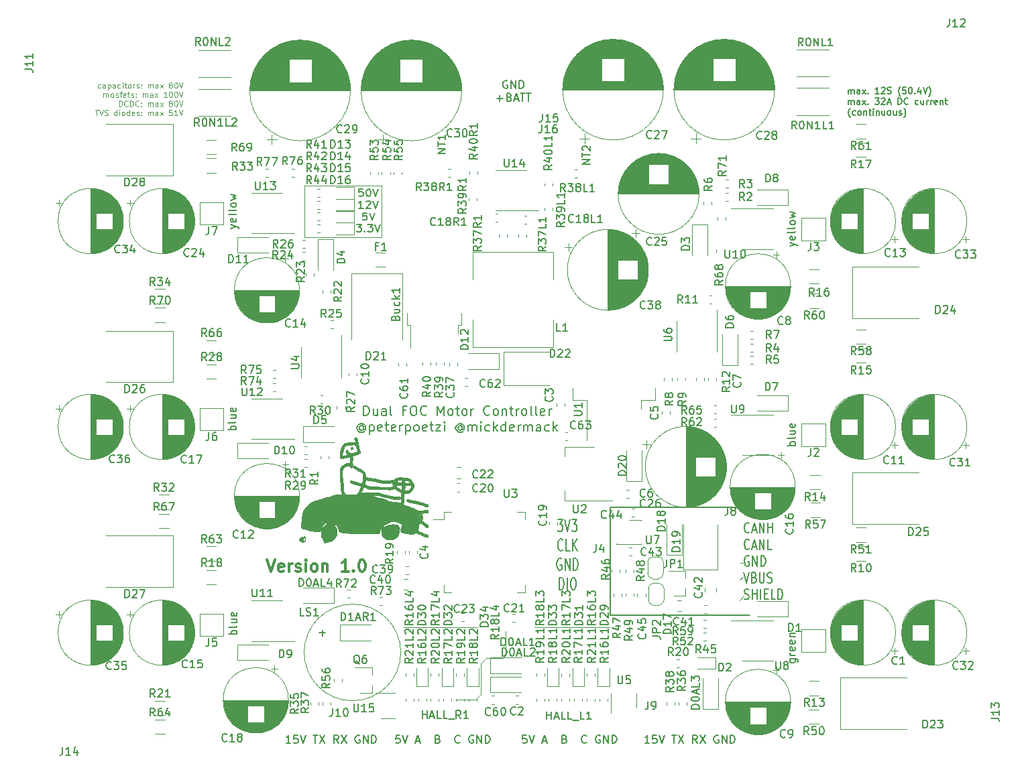
<source format=gbr>
%TF.GenerationSoftware,KiCad,Pcbnew,(5.1.6)-1*%
%TF.CreationDate,2020-10-06T11:03:20+02:00*%
%TF.ProjectId,Bobbycontroller,426f6262-7963-46f6-9e74-726f6c6c6572,rev?*%
%TF.SameCoordinates,Original*%
%TF.FileFunction,Legend,Top*%
%TF.FilePolarity,Positive*%
%FSLAX46Y46*%
G04 Gerber Fmt 4.6, Leading zero omitted, Abs format (unit mm)*
G04 Created by KiCad (PCBNEW (5.1.6)-1) date 2020-10-06 11:03:20*
%MOMM*%
%LPD*%
G01*
G04 APERTURE LIST*
%ADD10C,0.100000*%
%ADD11C,0.150000*%
%ADD12C,0.300000*%
%ADD13C,0.200000*%
%ADD14C,0.120000*%
%ADD15C,0.010000*%
G04 APERTURE END LIST*
D10*
X17968333Y-17158333D02*
X17901666Y-17191666D01*
X17768333Y-17191666D01*
X17701666Y-17158333D01*
X17668333Y-17125000D01*
X17635000Y-17058333D01*
X17635000Y-16858333D01*
X17668333Y-16791666D01*
X17701666Y-16758333D01*
X17768333Y-16725000D01*
X17901666Y-16725000D01*
X17968333Y-16758333D01*
X18568333Y-17191666D02*
X18568333Y-16825000D01*
X18535000Y-16758333D01*
X18468333Y-16725000D01*
X18335000Y-16725000D01*
X18268333Y-16758333D01*
X18568333Y-17158333D02*
X18501666Y-17191666D01*
X18335000Y-17191666D01*
X18268333Y-17158333D01*
X18235000Y-17091666D01*
X18235000Y-17025000D01*
X18268333Y-16958333D01*
X18335000Y-16925000D01*
X18501666Y-16925000D01*
X18568333Y-16891666D01*
X18901666Y-16725000D02*
X18901666Y-17425000D01*
X18901666Y-16758333D02*
X18968333Y-16725000D01*
X19101666Y-16725000D01*
X19168333Y-16758333D01*
X19201666Y-16791666D01*
X19235000Y-16858333D01*
X19235000Y-17058333D01*
X19201666Y-17125000D01*
X19168333Y-17158333D01*
X19101666Y-17191666D01*
X18968333Y-17191666D01*
X18901666Y-17158333D01*
X19835000Y-17191666D02*
X19835000Y-16825000D01*
X19801666Y-16758333D01*
X19735000Y-16725000D01*
X19601666Y-16725000D01*
X19535000Y-16758333D01*
X19835000Y-17158333D02*
X19768333Y-17191666D01*
X19601666Y-17191666D01*
X19535000Y-17158333D01*
X19501666Y-17091666D01*
X19501666Y-17025000D01*
X19535000Y-16958333D01*
X19601666Y-16925000D01*
X19768333Y-16925000D01*
X19835000Y-16891666D01*
X20468333Y-17158333D02*
X20401666Y-17191666D01*
X20268333Y-17191666D01*
X20201666Y-17158333D01*
X20168333Y-17125000D01*
X20135000Y-17058333D01*
X20135000Y-16858333D01*
X20168333Y-16791666D01*
X20201666Y-16758333D01*
X20268333Y-16725000D01*
X20401666Y-16725000D01*
X20468333Y-16758333D01*
X20768333Y-17191666D02*
X20768333Y-16725000D01*
X20768333Y-16491666D02*
X20735000Y-16525000D01*
X20768333Y-16558333D01*
X20801666Y-16525000D01*
X20768333Y-16491666D01*
X20768333Y-16558333D01*
X21001666Y-16725000D02*
X21268333Y-16725000D01*
X21101666Y-16491666D02*
X21101666Y-17091666D01*
X21135000Y-17158333D01*
X21201666Y-17191666D01*
X21268333Y-17191666D01*
X21601666Y-17191666D02*
X21535000Y-17158333D01*
X21501666Y-17125000D01*
X21468333Y-17058333D01*
X21468333Y-16858333D01*
X21501666Y-16791666D01*
X21535000Y-16758333D01*
X21601666Y-16725000D01*
X21701666Y-16725000D01*
X21768333Y-16758333D01*
X21801666Y-16791666D01*
X21835000Y-16858333D01*
X21835000Y-17058333D01*
X21801666Y-17125000D01*
X21768333Y-17158333D01*
X21701666Y-17191666D01*
X21601666Y-17191666D01*
X22135000Y-17191666D02*
X22135000Y-16725000D01*
X22135000Y-16858333D02*
X22168333Y-16791666D01*
X22201666Y-16758333D01*
X22268333Y-16725000D01*
X22335000Y-16725000D01*
X22535000Y-17158333D02*
X22601666Y-17191666D01*
X22735000Y-17191666D01*
X22801666Y-17158333D01*
X22835000Y-17091666D01*
X22835000Y-17058333D01*
X22801666Y-16991666D01*
X22735000Y-16958333D01*
X22635000Y-16958333D01*
X22568333Y-16925000D01*
X22535000Y-16858333D01*
X22535000Y-16825000D01*
X22568333Y-16758333D01*
X22635000Y-16725000D01*
X22735000Y-16725000D01*
X22801666Y-16758333D01*
X23135000Y-17125000D02*
X23168333Y-17158333D01*
X23135000Y-17191666D01*
X23101666Y-17158333D01*
X23135000Y-17125000D01*
X23135000Y-17191666D01*
X23135000Y-16758333D02*
X23168333Y-16791666D01*
X23135000Y-16825000D01*
X23101666Y-16791666D01*
X23135000Y-16758333D01*
X23135000Y-16825000D01*
X24001666Y-17191666D02*
X24001666Y-16725000D01*
X24001666Y-16791666D02*
X24035000Y-16758333D01*
X24101666Y-16725000D01*
X24201666Y-16725000D01*
X24268333Y-16758333D01*
X24301666Y-16825000D01*
X24301666Y-17191666D01*
X24301666Y-16825000D02*
X24335000Y-16758333D01*
X24401666Y-16725000D01*
X24501666Y-16725000D01*
X24568333Y-16758333D01*
X24601666Y-16825000D01*
X24601666Y-17191666D01*
X25235000Y-17191666D02*
X25235000Y-16825000D01*
X25201666Y-16758333D01*
X25135000Y-16725000D01*
X25001666Y-16725000D01*
X24935000Y-16758333D01*
X25235000Y-17158333D02*
X25168333Y-17191666D01*
X25001666Y-17191666D01*
X24935000Y-17158333D01*
X24901666Y-17091666D01*
X24901666Y-17025000D01*
X24935000Y-16958333D01*
X25001666Y-16925000D01*
X25168333Y-16925000D01*
X25235000Y-16891666D01*
X25501666Y-17191666D02*
X25868333Y-16725000D01*
X25501666Y-16725000D02*
X25868333Y-17191666D01*
X26768333Y-16791666D02*
X26701666Y-16758333D01*
X26668333Y-16725000D01*
X26635000Y-16658333D01*
X26635000Y-16625000D01*
X26668333Y-16558333D01*
X26701666Y-16525000D01*
X26768333Y-16491666D01*
X26901666Y-16491666D01*
X26968333Y-16525000D01*
X27001666Y-16558333D01*
X27035000Y-16625000D01*
X27035000Y-16658333D01*
X27001666Y-16725000D01*
X26968333Y-16758333D01*
X26901666Y-16791666D01*
X26768333Y-16791666D01*
X26701666Y-16825000D01*
X26668333Y-16858333D01*
X26635000Y-16925000D01*
X26635000Y-17058333D01*
X26668333Y-17125000D01*
X26701666Y-17158333D01*
X26768333Y-17191666D01*
X26901666Y-17191666D01*
X26968333Y-17158333D01*
X27001666Y-17125000D01*
X27035000Y-17058333D01*
X27035000Y-16925000D01*
X27001666Y-16858333D01*
X26968333Y-16825000D01*
X26901666Y-16791666D01*
X27468333Y-16491666D02*
X27535000Y-16491666D01*
X27601666Y-16525000D01*
X27635000Y-16558333D01*
X27668333Y-16625000D01*
X27701666Y-16758333D01*
X27701666Y-16925000D01*
X27668333Y-17058333D01*
X27635000Y-17125000D01*
X27601666Y-17158333D01*
X27535000Y-17191666D01*
X27468333Y-17191666D01*
X27401666Y-17158333D01*
X27368333Y-17125000D01*
X27335000Y-17058333D01*
X27301666Y-16925000D01*
X27301666Y-16758333D01*
X27335000Y-16625000D01*
X27368333Y-16558333D01*
X27401666Y-16525000D01*
X27468333Y-16491666D01*
X27901666Y-16491666D02*
X28135000Y-17191666D01*
X28368333Y-16491666D01*
X18368333Y-18341666D02*
X18368333Y-17875000D01*
X18368333Y-17941666D02*
X18401666Y-17908333D01*
X18468333Y-17875000D01*
X18568333Y-17875000D01*
X18634999Y-17908333D01*
X18668333Y-17975000D01*
X18668333Y-18341666D01*
X18668333Y-17975000D02*
X18701666Y-17908333D01*
X18768333Y-17875000D01*
X18868333Y-17875000D01*
X18934999Y-17908333D01*
X18968333Y-17975000D01*
X18968333Y-18341666D01*
X19401666Y-18341666D02*
X19334999Y-18308333D01*
X19301666Y-18275000D01*
X19268333Y-18208333D01*
X19268333Y-18008333D01*
X19301666Y-17941666D01*
X19334999Y-17908333D01*
X19401666Y-17875000D01*
X19501666Y-17875000D01*
X19568333Y-17908333D01*
X19601666Y-17941666D01*
X19634999Y-18008333D01*
X19634999Y-18208333D01*
X19601666Y-18275000D01*
X19568333Y-18308333D01*
X19501666Y-18341666D01*
X19401666Y-18341666D01*
X19901666Y-18308333D02*
X19968333Y-18341666D01*
X20101666Y-18341666D01*
X20168333Y-18308333D01*
X20201666Y-18241666D01*
X20201666Y-18208333D01*
X20168333Y-18141666D01*
X20101666Y-18108333D01*
X20001666Y-18108333D01*
X19934999Y-18075000D01*
X19901666Y-18008333D01*
X19901666Y-17975000D01*
X19934999Y-17908333D01*
X20001666Y-17875000D01*
X20101666Y-17875000D01*
X20168333Y-17908333D01*
X20401666Y-17875000D02*
X20668333Y-17875000D01*
X20501666Y-18341666D02*
X20501666Y-17741666D01*
X20534999Y-17675000D01*
X20601666Y-17641666D01*
X20668333Y-17641666D01*
X21168333Y-18308333D02*
X21101666Y-18341666D01*
X20968333Y-18341666D01*
X20901666Y-18308333D01*
X20868333Y-18241666D01*
X20868333Y-17975000D01*
X20901666Y-17908333D01*
X20968333Y-17875000D01*
X21101666Y-17875000D01*
X21168333Y-17908333D01*
X21201666Y-17975000D01*
X21201666Y-18041666D01*
X20868333Y-18108333D01*
X21401666Y-17875000D02*
X21668333Y-17875000D01*
X21501666Y-17641666D02*
X21501666Y-18241666D01*
X21534999Y-18308333D01*
X21601666Y-18341666D01*
X21668333Y-18341666D01*
X21868333Y-18308333D02*
X21934999Y-18341666D01*
X22068333Y-18341666D01*
X22134999Y-18308333D01*
X22168333Y-18241666D01*
X22168333Y-18208333D01*
X22134999Y-18141666D01*
X22068333Y-18108333D01*
X21968333Y-18108333D01*
X21901666Y-18075000D01*
X21868333Y-18008333D01*
X21868333Y-17975000D01*
X21901666Y-17908333D01*
X21968333Y-17875000D01*
X22068333Y-17875000D01*
X22134999Y-17908333D01*
X22468333Y-18275000D02*
X22501666Y-18308333D01*
X22468333Y-18341666D01*
X22434999Y-18308333D01*
X22468333Y-18275000D01*
X22468333Y-18341666D01*
X22468333Y-17908333D02*
X22501666Y-17941666D01*
X22468333Y-17975000D01*
X22434999Y-17941666D01*
X22468333Y-17908333D01*
X22468333Y-17975000D01*
X23334999Y-18341666D02*
X23334999Y-17875000D01*
X23334999Y-17941666D02*
X23368333Y-17908333D01*
X23434999Y-17875000D01*
X23534999Y-17875000D01*
X23601666Y-17908333D01*
X23634999Y-17975000D01*
X23634999Y-18341666D01*
X23634999Y-17975000D02*
X23668333Y-17908333D01*
X23734999Y-17875000D01*
X23834999Y-17875000D01*
X23901666Y-17908333D01*
X23934999Y-17975000D01*
X23934999Y-18341666D01*
X24568333Y-18341666D02*
X24568333Y-17975000D01*
X24534999Y-17908333D01*
X24468333Y-17875000D01*
X24334999Y-17875000D01*
X24268333Y-17908333D01*
X24568333Y-18308333D02*
X24501666Y-18341666D01*
X24334999Y-18341666D01*
X24268333Y-18308333D01*
X24234999Y-18241666D01*
X24234999Y-18175000D01*
X24268333Y-18108333D01*
X24334999Y-18075000D01*
X24501666Y-18075000D01*
X24568333Y-18041666D01*
X24834999Y-18341666D02*
X25201666Y-17875000D01*
X24834999Y-17875000D02*
X25201666Y-18341666D01*
X26368333Y-18341666D02*
X25968333Y-18341666D01*
X26168333Y-18341666D02*
X26168333Y-17641666D01*
X26101666Y-17741666D01*
X26034999Y-17808333D01*
X25968333Y-17841666D01*
X26801666Y-17641666D02*
X26868333Y-17641666D01*
X26934999Y-17675000D01*
X26968333Y-17708333D01*
X27001666Y-17775000D01*
X27034999Y-17908333D01*
X27034999Y-18075000D01*
X27001666Y-18208333D01*
X26968333Y-18275000D01*
X26934999Y-18308333D01*
X26868333Y-18341666D01*
X26801666Y-18341666D01*
X26734999Y-18308333D01*
X26701666Y-18275000D01*
X26668333Y-18208333D01*
X26634999Y-18075000D01*
X26634999Y-17908333D01*
X26668333Y-17775000D01*
X26701666Y-17708333D01*
X26734999Y-17675000D01*
X26801666Y-17641666D01*
X27468333Y-17641666D02*
X27534999Y-17641666D01*
X27601666Y-17675000D01*
X27634999Y-17708333D01*
X27668333Y-17775000D01*
X27701666Y-17908333D01*
X27701666Y-18075000D01*
X27668333Y-18208333D01*
X27634999Y-18275000D01*
X27601666Y-18308333D01*
X27534999Y-18341666D01*
X27468333Y-18341666D01*
X27401666Y-18308333D01*
X27368333Y-18275000D01*
X27334999Y-18208333D01*
X27301666Y-18075000D01*
X27301666Y-17908333D01*
X27334999Y-17775000D01*
X27368333Y-17708333D01*
X27401666Y-17675000D01*
X27468333Y-17641666D01*
X27901666Y-17641666D02*
X28134999Y-18341666D01*
X28368333Y-17641666D01*
X20335000Y-19491666D02*
X20335000Y-18791666D01*
X20501666Y-18791666D01*
X20601666Y-18825000D01*
X20668333Y-18891666D01*
X20701666Y-18958333D01*
X20735000Y-19091666D01*
X20735000Y-19191666D01*
X20701666Y-19325000D01*
X20668333Y-19391666D01*
X20601666Y-19458333D01*
X20501666Y-19491666D01*
X20335000Y-19491666D01*
X21435000Y-19425000D02*
X21401666Y-19458333D01*
X21301666Y-19491666D01*
X21235000Y-19491666D01*
X21135000Y-19458333D01*
X21068333Y-19391666D01*
X21035000Y-19325000D01*
X21001666Y-19191666D01*
X21001666Y-19091666D01*
X21035000Y-18958333D01*
X21068333Y-18891666D01*
X21135000Y-18825000D01*
X21235000Y-18791666D01*
X21301666Y-18791666D01*
X21401666Y-18825000D01*
X21435000Y-18858333D01*
X21735000Y-19491666D02*
X21735000Y-18791666D01*
X21901666Y-18791666D01*
X22001666Y-18825000D01*
X22068333Y-18891666D01*
X22101666Y-18958333D01*
X22135000Y-19091666D01*
X22135000Y-19191666D01*
X22101666Y-19325000D01*
X22068333Y-19391666D01*
X22001666Y-19458333D01*
X21901666Y-19491666D01*
X21735000Y-19491666D01*
X22835000Y-19425000D02*
X22801666Y-19458333D01*
X22701666Y-19491666D01*
X22635000Y-19491666D01*
X22535000Y-19458333D01*
X22468333Y-19391666D01*
X22435000Y-19325000D01*
X22401666Y-19191666D01*
X22401666Y-19091666D01*
X22435000Y-18958333D01*
X22468333Y-18891666D01*
X22535000Y-18825000D01*
X22635000Y-18791666D01*
X22701666Y-18791666D01*
X22801666Y-18825000D01*
X22835000Y-18858333D01*
X23135000Y-19425000D02*
X23168333Y-19458333D01*
X23135000Y-19491666D01*
X23101666Y-19458333D01*
X23135000Y-19425000D01*
X23135000Y-19491666D01*
X23135000Y-19058333D02*
X23168333Y-19091666D01*
X23135000Y-19125000D01*
X23101666Y-19091666D01*
X23135000Y-19058333D01*
X23135000Y-19125000D01*
X24001666Y-19491666D02*
X24001666Y-19025000D01*
X24001666Y-19091666D02*
X24035000Y-19058333D01*
X24101666Y-19025000D01*
X24201666Y-19025000D01*
X24268333Y-19058333D01*
X24301666Y-19125000D01*
X24301666Y-19491666D01*
X24301666Y-19125000D02*
X24335000Y-19058333D01*
X24401666Y-19025000D01*
X24501666Y-19025000D01*
X24568333Y-19058333D01*
X24601666Y-19125000D01*
X24601666Y-19491666D01*
X25235000Y-19491666D02*
X25235000Y-19125000D01*
X25201666Y-19058333D01*
X25135000Y-19025000D01*
X25001666Y-19025000D01*
X24935000Y-19058333D01*
X25235000Y-19458333D02*
X25168333Y-19491666D01*
X25001666Y-19491666D01*
X24935000Y-19458333D01*
X24901666Y-19391666D01*
X24901666Y-19325000D01*
X24935000Y-19258333D01*
X25001666Y-19225000D01*
X25168333Y-19225000D01*
X25235000Y-19191666D01*
X25501666Y-19491666D02*
X25868333Y-19025000D01*
X25501666Y-19025000D02*
X25868333Y-19491666D01*
X26768333Y-19091666D02*
X26701666Y-19058333D01*
X26668333Y-19025000D01*
X26635000Y-18958333D01*
X26635000Y-18925000D01*
X26668333Y-18858333D01*
X26701666Y-18825000D01*
X26768333Y-18791666D01*
X26901666Y-18791666D01*
X26968333Y-18825000D01*
X27001666Y-18858333D01*
X27035000Y-18925000D01*
X27035000Y-18958333D01*
X27001666Y-19025000D01*
X26968333Y-19058333D01*
X26901666Y-19091666D01*
X26768333Y-19091666D01*
X26701666Y-19125000D01*
X26668333Y-19158333D01*
X26635000Y-19225000D01*
X26635000Y-19358333D01*
X26668333Y-19425000D01*
X26701666Y-19458333D01*
X26768333Y-19491666D01*
X26901666Y-19491666D01*
X26968333Y-19458333D01*
X27001666Y-19425000D01*
X27035000Y-19358333D01*
X27035000Y-19225000D01*
X27001666Y-19158333D01*
X26968333Y-19125000D01*
X26901666Y-19091666D01*
X27468333Y-18791666D02*
X27535000Y-18791666D01*
X27601666Y-18825000D01*
X27635000Y-18858333D01*
X27668333Y-18925000D01*
X27701666Y-19058333D01*
X27701666Y-19225000D01*
X27668333Y-19358333D01*
X27635000Y-19425000D01*
X27601666Y-19458333D01*
X27535000Y-19491666D01*
X27468333Y-19491666D01*
X27401666Y-19458333D01*
X27368333Y-19425000D01*
X27335000Y-19358333D01*
X27301666Y-19225000D01*
X27301666Y-19058333D01*
X27335000Y-18925000D01*
X27368333Y-18858333D01*
X27401666Y-18825000D01*
X27468333Y-18791666D01*
X27901666Y-18791666D02*
X28135000Y-19491666D01*
X28368333Y-18791666D01*
X17301666Y-19941666D02*
X17701666Y-19941666D01*
X17501666Y-20641666D02*
X17501666Y-19941666D01*
X17835000Y-19941666D02*
X18068333Y-20641666D01*
X18301666Y-19941666D01*
X18501666Y-20608333D02*
X18601666Y-20641666D01*
X18768333Y-20641666D01*
X18835000Y-20608333D01*
X18868333Y-20575000D01*
X18901666Y-20508333D01*
X18901666Y-20441666D01*
X18868333Y-20375000D01*
X18835000Y-20341666D01*
X18768333Y-20308333D01*
X18635000Y-20275000D01*
X18568333Y-20241666D01*
X18535000Y-20208333D01*
X18501666Y-20141666D01*
X18501666Y-20075000D01*
X18535000Y-20008333D01*
X18568333Y-19975000D01*
X18635000Y-19941666D01*
X18801666Y-19941666D01*
X18901666Y-19975000D01*
X20035000Y-20641666D02*
X20035000Y-19941666D01*
X20035000Y-20608333D02*
X19968333Y-20641666D01*
X19835000Y-20641666D01*
X19768333Y-20608333D01*
X19735000Y-20575000D01*
X19701666Y-20508333D01*
X19701666Y-20308333D01*
X19735000Y-20241666D01*
X19768333Y-20208333D01*
X19835000Y-20175000D01*
X19968333Y-20175000D01*
X20035000Y-20208333D01*
X20368333Y-20641666D02*
X20368333Y-20175000D01*
X20368333Y-19941666D02*
X20335000Y-19975000D01*
X20368333Y-20008333D01*
X20401666Y-19975000D01*
X20368333Y-19941666D01*
X20368333Y-20008333D01*
X20801666Y-20641666D02*
X20735000Y-20608333D01*
X20701666Y-20575000D01*
X20668333Y-20508333D01*
X20668333Y-20308333D01*
X20701666Y-20241666D01*
X20735000Y-20208333D01*
X20801666Y-20175000D01*
X20901666Y-20175000D01*
X20968333Y-20208333D01*
X21001666Y-20241666D01*
X21035000Y-20308333D01*
X21035000Y-20508333D01*
X21001666Y-20575000D01*
X20968333Y-20608333D01*
X20901666Y-20641666D01*
X20801666Y-20641666D01*
X21635000Y-20641666D02*
X21635000Y-19941666D01*
X21635000Y-20608333D02*
X21568333Y-20641666D01*
X21435000Y-20641666D01*
X21368333Y-20608333D01*
X21335000Y-20575000D01*
X21301666Y-20508333D01*
X21301666Y-20308333D01*
X21335000Y-20241666D01*
X21368333Y-20208333D01*
X21435000Y-20175000D01*
X21568333Y-20175000D01*
X21635000Y-20208333D01*
X22235000Y-20608333D02*
X22168333Y-20641666D01*
X22035000Y-20641666D01*
X21968333Y-20608333D01*
X21935000Y-20541666D01*
X21935000Y-20275000D01*
X21968333Y-20208333D01*
X22035000Y-20175000D01*
X22168333Y-20175000D01*
X22235000Y-20208333D01*
X22268333Y-20275000D01*
X22268333Y-20341666D01*
X21935000Y-20408333D01*
X22535000Y-20608333D02*
X22601666Y-20641666D01*
X22735000Y-20641666D01*
X22801666Y-20608333D01*
X22835000Y-20541666D01*
X22835000Y-20508333D01*
X22801666Y-20441666D01*
X22735000Y-20408333D01*
X22635000Y-20408333D01*
X22568333Y-20375000D01*
X22535000Y-20308333D01*
X22535000Y-20275000D01*
X22568333Y-20208333D01*
X22635000Y-20175000D01*
X22735000Y-20175000D01*
X22801666Y-20208333D01*
X23135000Y-20575000D02*
X23168333Y-20608333D01*
X23135000Y-20641666D01*
X23101666Y-20608333D01*
X23135000Y-20575000D01*
X23135000Y-20641666D01*
X23135000Y-20208333D02*
X23168333Y-20241666D01*
X23135000Y-20275000D01*
X23101666Y-20241666D01*
X23135000Y-20208333D01*
X23135000Y-20275000D01*
X24001666Y-20641666D02*
X24001666Y-20175000D01*
X24001666Y-20241666D02*
X24035000Y-20208333D01*
X24101666Y-20175000D01*
X24201666Y-20175000D01*
X24268333Y-20208333D01*
X24301666Y-20275000D01*
X24301666Y-20641666D01*
X24301666Y-20275000D02*
X24335000Y-20208333D01*
X24401666Y-20175000D01*
X24501666Y-20175000D01*
X24568333Y-20208333D01*
X24601666Y-20275000D01*
X24601666Y-20641666D01*
X25235000Y-20641666D02*
X25235000Y-20275000D01*
X25201666Y-20208333D01*
X25135000Y-20175000D01*
X25001666Y-20175000D01*
X24935000Y-20208333D01*
X25235000Y-20608333D02*
X25168333Y-20641666D01*
X25001666Y-20641666D01*
X24935000Y-20608333D01*
X24901666Y-20541666D01*
X24901666Y-20475000D01*
X24935000Y-20408333D01*
X25001666Y-20375000D01*
X25168333Y-20375000D01*
X25235000Y-20341666D01*
X25501666Y-20641666D02*
X25868333Y-20175000D01*
X25501666Y-20175000D02*
X25868333Y-20641666D01*
X27001666Y-19941666D02*
X26668333Y-19941666D01*
X26635000Y-20275000D01*
X26668333Y-20241666D01*
X26735000Y-20208333D01*
X26901666Y-20208333D01*
X26968333Y-20241666D01*
X27001666Y-20275000D01*
X27035000Y-20341666D01*
X27035000Y-20508333D01*
X27001666Y-20575000D01*
X26968333Y-20608333D01*
X26901666Y-20641666D01*
X26735000Y-20641666D01*
X26668333Y-20608333D01*
X26635000Y-20575000D01*
X27701666Y-20641666D02*
X27301666Y-20641666D01*
X27501666Y-20641666D02*
X27501666Y-19941666D01*
X27435000Y-20041666D01*
X27368333Y-20108333D01*
X27301666Y-20141666D01*
X27901666Y-19941666D02*
X28135000Y-20641666D01*
X28368333Y-19941666D01*
D11*
X34460714Y-34916666D02*
X35127380Y-34678571D01*
X34460714Y-34440476D02*
X35127380Y-34678571D01*
X35365476Y-34773809D01*
X35413095Y-34821428D01*
X35460714Y-34916666D01*
X35079761Y-33678571D02*
X35127380Y-33773809D01*
X35127380Y-33964285D01*
X35079761Y-34059523D01*
X34984523Y-34107142D01*
X34603571Y-34107142D01*
X34508333Y-34059523D01*
X34460714Y-33964285D01*
X34460714Y-33773809D01*
X34508333Y-33678571D01*
X34603571Y-33630952D01*
X34698809Y-33630952D01*
X34794047Y-34107142D01*
X35127380Y-33059523D02*
X35079761Y-33154761D01*
X34984523Y-33202380D01*
X34127380Y-33202380D01*
X35127380Y-32535714D02*
X35079761Y-32630952D01*
X34984523Y-32678571D01*
X34127380Y-32678571D01*
X35127380Y-32011904D02*
X35079761Y-32107142D01*
X35032142Y-32154761D01*
X34936904Y-32202380D01*
X34651190Y-32202380D01*
X34555952Y-32154761D01*
X34508333Y-32107142D01*
X34460714Y-32011904D01*
X34460714Y-31869047D01*
X34508333Y-31773809D01*
X34555952Y-31726190D01*
X34651190Y-31678571D01*
X34936904Y-31678571D01*
X35032142Y-31726190D01*
X35079761Y-31773809D01*
X35127380Y-31869047D01*
X35127380Y-32011904D01*
X34460714Y-31345238D02*
X35127380Y-31154761D01*
X34651190Y-30964285D01*
X35127380Y-30773809D01*
X34460714Y-30583333D01*
X35202380Y-86182142D02*
X34202380Y-86182142D01*
X34583333Y-86182142D02*
X34535714Y-86086904D01*
X34535714Y-85896428D01*
X34583333Y-85801190D01*
X34630952Y-85753571D01*
X34726190Y-85705952D01*
X35011904Y-85705952D01*
X35107142Y-85753571D01*
X35154761Y-85801190D01*
X35202380Y-85896428D01*
X35202380Y-86086904D01*
X35154761Y-86182142D01*
X35202380Y-85134523D02*
X35154761Y-85229761D01*
X35059523Y-85277380D01*
X34202380Y-85277380D01*
X34535714Y-84325000D02*
X35202380Y-84325000D01*
X34535714Y-84753571D02*
X35059523Y-84753571D01*
X35154761Y-84705952D01*
X35202380Y-84610714D01*
X35202380Y-84467857D01*
X35154761Y-84372619D01*
X35107142Y-84325000D01*
X35154761Y-83467857D02*
X35202380Y-83563095D01*
X35202380Y-83753571D01*
X35154761Y-83848809D01*
X35059523Y-83896428D01*
X34678571Y-83896428D01*
X34583333Y-83848809D01*
X34535714Y-83753571D01*
X34535714Y-83563095D01*
X34583333Y-83467857D01*
X34678571Y-83420238D01*
X34773809Y-83420238D01*
X34869047Y-83896428D01*
X35102380Y-60357142D02*
X34102380Y-60357142D01*
X34483333Y-60357142D02*
X34435714Y-60261904D01*
X34435714Y-60071428D01*
X34483333Y-59976190D01*
X34530952Y-59928571D01*
X34626190Y-59880952D01*
X34911904Y-59880952D01*
X35007142Y-59928571D01*
X35054761Y-59976190D01*
X35102380Y-60071428D01*
X35102380Y-60261904D01*
X35054761Y-60357142D01*
X35102380Y-59309523D02*
X35054761Y-59404761D01*
X34959523Y-59452380D01*
X34102380Y-59452380D01*
X34435714Y-58500000D02*
X35102380Y-58500000D01*
X34435714Y-58928571D02*
X34959523Y-58928571D01*
X35054761Y-58880952D01*
X35102380Y-58785714D01*
X35102380Y-58642857D01*
X35054761Y-58547619D01*
X35007142Y-58500000D01*
X35054761Y-57642857D02*
X35102380Y-57738095D01*
X35102380Y-57928571D01*
X35054761Y-58023809D01*
X34959523Y-58071428D01*
X34578571Y-58071428D01*
X34483333Y-58023809D01*
X34435714Y-57928571D01*
X34435714Y-57738095D01*
X34483333Y-57642857D01*
X34578571Y-57595238D01*
X34673809Y-57595238D01*
X34769047Y-58071428D01*
X112437976Y-17911904D02*
X112437976Y-17378571D01*
X112437976Y-17454761D02*
X112476071Y-17416666D01*
X112552261Y-17378571D01*
X112666547Y-17378571D01*
X112742738Y-17416666D01*
X112780833Y-17492857D01*
X112780833Y-17911904D01*
X112780833Y-17492857D02*
X112818928Y-17416666D01*
X112895119Y-17378571D01*
X113009404Y-17378571D01*
X113085595Y-17416666D01*
X113123690Y-17492857D01*
X113123690Y-17911904D01*
X113847500Y-17911904D02*
X113847500Y-17492857D01*
X113809404Y-17416666D01*
X113733214Y-17378571D01*
X113580833Y-17378571D01*
X113504642Y-17416666D01*
X113847500Y-17873809D02*
X113771309Y-17911904D01*
X113580833Y-17911904D01*
X113504642Y-17873809D01*
X113466547Y-17797619D01*
X113466547Y-17721428D01*
X113504642Y-17645238D01*
X113580833Y-17607142D01*
X113771309Y-17607142D01*
X113847500Y-17569047D01*
X114152261Y-17911904D02*
X114571309Y-17378571D01*
X114152261Y-17378571D02*
X114571309Y-17911904D01*
X114876071Y-17835714D02*
X114914166Y-17873809D01*
X114876071Y-17911904D01*
X114837976Y-17873809D01*
X114876071Y-17835714D01*
X114876071Y-17911904D01*
X116285595Y-17911904D02*
X115828452Y-17911904D01*
X116057023Y-17911904D02*
X116057023Y-17111904D01*
X115980833Y-17226190D01*
X115904642Y-17302380D01*
X115828452Y-17340476D01*
X116590357Y-17188095D02*
X116628452Y-17150000D01*
X116704642Y-17111904D01*
X116895119Y-17111904D01*
X116971309Y-17150000D01*
X117009404Y-17188095D01*
X117047500Y-17264285D01*
X117047500Y-17340476D01*
X117009404Y-17454761D01*
X116552261Y-17911904D01*
X117047500Y-17911904D01*
X117352261Y-17873809D02*
X117466547Y-17911904D01*
X117657023Y-17911904D01*
X117733214Y-17873809D01*
X117771309Y-17835714D01*
X117809404Y-17759523D01*
X117809404Y-17683333D01*
X117771309Y-17607142D01*
X117733214Y-17569047D01*
X117657023Y-17530952D01*
X117504642Y-17492857D01*
X117428452Y-17454761D01*
X117390357Y-17416666D01*
X117352261Y-17340476D01*
X117352261Y-17264285D01*
X117390357Y-17188095D01*
X117428452Y-17150000D01*
X117504642Y-17111904D01*
X117695119Y-17111904D01*
X117809404Y-17150000D01*
X118990357Y-18216666D02*
X118952261Y-18178571D01*
X118876071Y-18064285D01*
X118837976Y-17988095D01*
X118799880Y-17873809D01*
X118761785Y-17683333D01*
X118761785Y-17530952D01*
X118799880Y-17340476D01*
X118837976Y-17226190D01*
X118876071Y-17150000D01*
X118952261Y-17035714D01*
X118990357Y-16997619D01*
X119676071Y-17111904D02*
X119295119Y-17111904D01*
X119257023Y-17492857D01*
X119295119Y-17454761D01*
X119371309Y-17416666D01*
X119561785Y-17416666D01*
X119637976Y-17454761D01*
X119676071Y-17492857D01*
X119714166Y-17569047D01*
X119714166Y-17759523D01*
X119676071Y-17835714D01*
X119637976Y-17873809D01*
X119561785Y-17911904D01*
X119371309Y-17911904D01*
X119295119Y-17873809D01*
X119257023Y-17835714D01*
X120209404Y-17111904D02*
X120285595Y-17111904D01*
X120361785Y-17150000D01*
X120399880Y-17188095D01*
X120437976Y-17264285D01*
X120476071Y-17416666D01*
X120476071Y-17607142D01*
X120437976Y-17759523D01*
X120399880Y-17835714D01*
X120361785Y-17873809D01*
X120285595Y-17911904D01*
X120209404Y-17911904D01*
X120133214Y-17873809D01*
X120095119Y-17835714D01*
X120057023Y-17759523D01*
X120018928Y-17607142D01*
X120018928Y-17416666D01*
X120057023Y-17264285D01*
X120095119Y-17188095D01*
X120133214Y-17150000D01*
X120209404Y-17111904D01*
X120818928Y-17835714D02*
X120857023Y-17873809D01*
X120818928Y-17911904D01*
X120780833Y-17873809D01*
X120818928Y-17835714D01*
X120818928Y-17911904D01*
X121542738Y-17378571D02*
X121542738Y-17911904D01*
X121352261Y-17073809D02*
X121161785Y-17645238D01*
X121657023Y-17645238D01*
X121847500Y-17111904D02*
X122114166Y-17911904D01*
X122380833Y-17111904D01*
X122571309Y-18216666D02*
X122609404Y-18178571D01*
X122685595Y-18064285D01*
X122723690Y-17988095D01*
X122761785Y-17873809D01*
X122799880Y-17683333D01*
X122799880Y-17530952D01*
X122761785Y-17340476D01*
X122723690Y-17226190D01*
X122685595Y-17150000D01*
X122609404Y-17035714D01*
X122571309Y-16997619D01*
X112437976Y-19261904D02*
X112437976Y-18728571D01*
X112437976Y-18804761D02*
X112476071Y-18766666D01*
X112552261Y-18728571D01*
X112666547Y-18728571D01*
X112742738Y-18766666D01*
X112780833Y-18842857D01*
X112780833Y-19261904D01*
X112780833Y-18842857D02*
X112818928Y-18766666D01*
X112895119Y-18728571D01*
X113009404Y-18728571D01*
X113085595Y-18766666D01*
X113123690Y-18842857D01*
X113123690Y-19261904D01*
X113847500Y-19261904D02*
X113847500Y-18842857D01*
X113809404Y-18766666D01*
X113733214Y-18728571D01*
X113580833Y-18728571D01*
X113504642Y-18766666D01*
X113847500Y-19223809D02*
X113771309Y-19261904D01*
X113580833Y-19261904D01*
X113504642Y-19223809D01*
X113466547Y-19147619D01*
X113466547Y-19071428D01*
X113504642Y-18995238D01*
X113580833Y-18957142D01*
X113771309Y-18957142D01*
X113847500Y-18919047D01*
X114152261Y-19261904D02*
X114571309Y-18728571D01*
X114152261Y-18728571D02*
X114571309Y-19261904D01*
X114876071Y-19185714D02*
X114914166Y-19223809D01*
X114876071Y-19261904D01*
X114837976Y-19223809D01*
X114876071Y-19185714D01*
X114876071Y-19261904D01*
X115790357Y-18461904D02*
X116285595Y-18461904D01*
X116018928Y-18766666D01*
X116133214Y-18766666D01*
X116209404Y-18804761D01*
X116247500Y-18842857D01*
X116285595Y-18919047D01*
X116285595Y-19109523D01*
X116247500Y-19185714D01*
X116209404Y-19223809D01*
X116133214Y-19261904D01*
X115904642Y-19261904D01*
X115828452Y-19223809D01*
X115790357Y-19185714D01*
X116590357Y-18538095D02*
X116628452Y-18500000D01*
X116704642Y-18461904D01*
X116895119Y-18461904D01*
X116971309Y-18500000D01*
X117009404Y-18538095D01*
X117047500Y-18614285D01*
X117047500Y-18690476D01*
X117009404Y-18804761D01*
X116552261Y-19261904D01*
X117047500Y-19261904D01*
X117352261Y-19033333D02*
X117733214Y-19033333D01*
X117276071Y-19261904D02*
X117542738Y-18461904D01*
X117809404Y-19261904D01*
X118685595Y-19261904D02*
X118685595Y-18461904D01*
X118876071Y-18461904D01*
X118990357Y-18500000D01*
X119066547Y-18576190D01*
X119104642Y-18652380D01*
X119142738Y-18804761D01*
X119142738Y-18919047D01*
X119104642Y-19071428D01*
X119066547Y-19147619D01*
X118990357Y-19223809D01*
X118876071Y-19261904D01*
X118685595Y-19261904D01*
X119942738Y-19185714D02*
X119904642Y-19223809D01*
X119790357Y-19261904D01*
X119714166Y-19261904D01*
X119599880Y-19223809D01*
X119523690Y-19147619D01*
X119485595Y-19071428D01*
X119447500Y-18919047D01*
X119447500Y-18804761D01*
X119485595Y-18652380D01*
X119523690Y-18576190D01*
X119599880Y-18500000D01*
X119714166Y-18461904D01*
X119790357Y-18461904D01*
X119904642Y-18500000D01*
X119942738Y-18538095D01*
X121237976Y-19223809D02*
X121161785Y-19261904D01*
X121009404Y-19261904D01*
X120933214Y-19223809D01*
X120895119Y-19185714D01*
X120857023Y-19109523D01*
X120857023Y-18880952D01*
X120895119Y-18804761D01*
X120933214Y-18766666D01*
X121009404Y-18728571D01*
X121161785Y-18728571D01*
X121237976Y-18766666D01*
X121923690Y-18728571D02*
X121923690Y-19261904D01*
X121580833Y-18728571D02*
X121580833Y-19147619D01*
X121618928Y-19223809D01*
X121695119Y-19261904D01*
X121809404Y-19261904D01*
X121885595Y-19223809D01*
X121923690Y-19185714D01*
X122304642Y-19261904D02*
X122304642Y-18728571D01*
X122304642Y-18880952D02*
X122342738Y-18804761D01*
X122380833Y-18766666D01*
X122457023Y-18728571D01*
X122533214Y-18728571D01*
X122799880Y-19261904D02*
X122799880Y-18728571D01*
X122799880Y-18880952D02*
X122837976Y-18804761D01*
X122876071Y-18766666D01*
X122952261Y-18728571D01*
X123028452Y-18728571D01*
X123599880Y-19223809D02*
X123523690Y-19261904D01*
X123371309Y-19261904D01*
X123295119Y-19223809D01*
X123257023Y-19147619D01*
X123257023Y-18842857D01*
X123295119Y-18766666D01*
X123371309Y-18728571D01*
X123523690Y-18728571D01*
X123599880Y-18766666D01*
X123637976Y-18842857D01*
X123637976Y-18919047D01*
X123257023Y-18995238D01*
X123980833Y-18728571D02*
X123980833Y-19261904D01*
X123980833Y-18804761D02*
X124018928Y-18766666D01*
X124095119Y-18728571D01*
X124209404Y-18728571D01*
X124285595Y-18766666D01*
X124323690Y-18842857D01*
X124323690Y-19261904D01*
X124590357Y-18728571D02*
X124895119Y-18728571D01*
X124704642Y-18461904D02*
X124704642Y-19147619D01*
X124742738Y-19223809D01*
X124818928Y-19261904D01*
X124895119Y-19261904D01*
X112666547Y-20916666D02*
X112628452Y-20878571D01*
X112552261Y-20764285D01*
X112514166Y-20688095D01*
X112476071Y-20573809D01*
X112437976Y-20383333D01*
X112437976Y-20230952D01*
X112476071Y-20040476D01*
X112514166Y-19926190D01*
X112552261Y-19850000D01*
X112628452Y-19735714D01*
X112666547Y-19697619D01*
X113314166Y-20573809D02*
X113237976Y-20611904D01*
X113085595Y-20611904D01*
X113009404Y-20573809D01*
X112971309Y-20535714D01*
X112933214Y-20459523D01*
X112933214Y-20230952D01*
X112971309Y-20154761D01*
X113009404Y-20116666D01*
X113085595Y-20078571D01*
X113237976Y-20078571D01*
X113314166Y-20116666D01*
X113771309Y-20611904D02*
X113695119Y-20573809D01*
X113657023Y-20535714D01*
X113618928Y-20459523D01*
X113618928Y-20230952D01*
X113657023Y-20154761D01*
X113695119Y-20116666D01*
X113771309Y-20078571D01*
X113885595Y-20078571D01*
X113961785Y-20116666D01*
X113999880Y-20154761D01*
X114037976Y-20230952D01*
X114037976Y-20459523D01*
X113999880Y-20535714D01*
X113961785Y-20573809D01*
X113885595Y-20611904D01*
X113771309Y-20611904D01*
X114380833Y-20078571D02*
X114380833Y-20611904D01*
X114380833Y-20154761D02*
X114418928Y-20116666D01*
X114495119Y-20078571D01*
X114609404Y-20078571D01*
X114685595Y-20116666D01*
X114723690Y-20192857D01*
X114723690Y-20611904D01*
X114990357Y-20078571D02*
X115295119Y-20078571D01*
X115104642Y-19811904D02*
X115104642Y-20497619D01*
X115142738Y-20573809D01*
X115218928Y-20611904D01*
X115295119Y-20611904D01*
X115561785Y-20611904D02*
X115561785Y-20078571D01*
X115561785Y-19811904D02*
X115523690Y-19850000D01*
X115561785Y-19888095D01*
X115599880Y-19850000D01*
X115561785Y-19811904D01*
X115561785Y-19888095D01*
X115942738Y-20078571D02*
X115942738Y-20611904D01*
X115942738Y-20154761D02*
X115980833Y-20116666D01*
X116057023Y-20078571D01*
X116171309Y-20078571D01*
X116247500Y-20116666D01*
X116285595Y-20192857D01*
X116285595Y-20611904D01*
X117009404Y-20078571D02*
X117009404Y-20611904D01*
X116666547Y-20078571D02*
X116666547Y-20497619D01*
X116704642Y-20573809D01*
X116780833Y-20611904D01*
X116895119Y-20611904D01*
X116971309Y-20573809D01*
X117009404Y-20535714D01*
X117504642Y-20611904D02*
X117428452Y-20573809D01*
X117390357Y-20535714D01*
X117352261Y-20459523D01*
X117352261Y-20230952D01*
X117390357Y-20154761D01*
X117428452Y-20116666D01*
X117504642Y-20078571D01*
X117618928Y-20078571D01*
X117695119Y-20116666D01*
X117733214Y-20154761D01*
X117771309Y-20230952D01*
X117771309Y-20459523D01*
X117733214Y-20535714D01*
X117695119Y-20573809D01*
X117618928Y-20611904D01*
X117504642Y-20611904D01*
X118457023Y-20078571D02*
X118457023Y-20611904D01*
X118114166Y-20078571D02*
X118114166Y-20497619D01*
X118152261Y-20573809D01*
X118228452Y-20611904D01*
X118342738Y-20611904D01*
X118418928Y-20573809D01*
X118457023Y-20535714D01*
X118799880Y-20573809D02*
X118876071Y-20611904D01*
X119028452Y-20611904D01*
X119104642Y-20573809D01*
X119142738Y-20497619D01*
X119142738Y-20459523D01*
X119104642Y-20383333D01*
X119028452Y-20345238D01*
X118914166Y-20345238D01*
X118837976Y-20307142D01*
X118799880Y-20230952D01*
X118799880Y-20192857D01*
X118837976Y-20116666D01*
X118914166Y-20078571D01*
X119028452Y-20078571D01*
X119104642Y-20116666D01*
X119409404Y-20916666D02*
X119447500Y-20878571D01*
X119523690Y-20764285D01*
X119561785Y-20688095D01*
X119599880Y-20573809D01*
X119637976Y-20383333D01*
X119637976Y-20230952D01*
X119599880Y-20040476D01*
X119561785Y-19926190D01*
X119523690Y-19850000D01*
X119447500Y-19735714D01*
X119409404Y-19697619D01*
X105035714Y-37166666D02*
X105702380Y-36928571D01*
X105035714Y-36690476D02*
X105702380Y-36928571D01*
X105940476Y-37023809D01*
X105988095Y-37071428D01*
X106035714Y-37166666D01*
X105654761Y-35928571D02*
X105702380Y-36023809D01*
X105702380Y-36214285D01*
X105654761Y-36309523D01*
X105559523Y-36357142D01*
X105178571Y-36357142D01*
X105083333Y-36309523D01*
X105035714Y-36214285D01*
X105035714Y-36023809D01*
X105083333Y-35928571D01*
X105178571Y-35880952D01*
X105273809Y-35880952D01*
X105369047Y-36357142D01*
X105702380Y-35309523D02*
X105654761Y-35404761D01*
X105559523Y-35452380D01*
X104702380Y-35452380D01*
X105702380Y-34785714D02*
X105654761Y-34880952D01*
X105559523Y-34928571D01*
X104702380Y-34928571D01*
X105702380Y-34261904D02*
X105654761Y-34357142D01*
X105607142Y-34404761D01*
X105511904Y-34452380D01*
X105226190Y-34452380D01*
X105130952Y-34404761D01*
X105083333Y-34357142D01*
X105035714Y-34261904D01*
X105035714Y-34119047D01*
X105083333Y-34023809D01*
X105130952Y-33976190D01*
X105226190Y-33928571D01*
X105511904Y-33928571D01*
X105607142Y-33976190D01*
X105654761Y-34023809D01*
X105702380Y-34119047D01*
X105702380Y-34261904D01*
X105035714Y-33595238D02*
X105702380Y-33404761D01*
X105226190Y-33214285D01*
X105702380Y-33023809D01*
X105035714Y-32833333D01*
X105702380Y-62357142D02*
X104702380Y-62357142D01*
X105083333Y-62357142D02*
X105035714Y-62261904D01*
X105035714Y-62071428D01*
X105083333Y-61976190D01*
X105130952Y-61928571D01*
X105226190Y-61880952D01*
X105511904Y-61880952D01*
X105607142Y-61928571D01*
X105654761Y-61976190D01*
X105702380Y-62071428D01*
X105702380Y-62261904D01*
X105654761Y-62357142D01*
X105702380Y-61309523D02*
X105654761Y-61404761D01*
X105559523Y-61452380D01*
X104702380Y-61452380D01*
X105035714Y-60500000D02*
X105702380Y-60500000D01*
X105035714Y-60928571D02*
X105559523Y-60928571D01*
X105654761Y-60880952D01*
X105702380Y-60785714D01*
X105702380Y-60642857D01*
X105654761Y-60547619D01*
X105607142Y-60500000D01*
X105654761Y-59642857D02*
X105702380Y-59738095D01*
X105702380Y-59928571D01*
X105654761Y-60023809D01*
X105559523Y-60071428D01*
X105178571Y-60071428D01*
X105083333Y-60023809D01*
X105035714Y-59928571D01*
X105035714Y-59738095D01*
X105083333Y-59642857D01*
X105178571Y-59595238D01*
X105273809Y-59595238D01*
X105369047Y-60071428D01*
X105010714Y-89304761D02*
X105820238Y-89304761D01*
X105915476Y-89352380D01*
X105963095Y-89400000D01*
X106010714Y-89495238D01*
X106010714Y-89638095D01*
X105963095Y-89733333D01*
X105629761Y-89304761D02*
X105677380Y-89400000D01*
X105677380Y-89590476D01*
X105629761Y-89685714D01*
X105582142Y-89733333D01*
X105486904Y-89780952D01*
X105201190Y-89780952D01*
X105105952Y-89733333D01*
X105058333Y-89685714D01*
X105010714Y-89590476D01*
X105010714Y-89400000D01*
X105058333Y-89304761D01*
X105677380Y-88828571D02*
X105010714Y-88828571D01*
X105201190Y-88828571D02*
X105105952Y-88780952D01*
X105058333Y-88733333D01*
X105010714Y-88638095D01*
X105010714Y-88542857D01*
X105629761Y-87828571D02*
X105677380Y-87923809D01*
X105677380Y-88114285D01*
X105629761Y-88209523D01*
X105534523Y-88257142D01*
X105153571Y-88257142D01*
X105058333Y-88209523D01*
X105010714Y-88114285D01*
X105010714Y-87923809D01*
X105058333Y-87828571D01*
X105153571Y-87780952D01*
X105248809Y-87780952D01*
X105344047Y-88257142D01*
X105629761Y-86971428D02*
X105677380Y-87066666D01*
X105677380Y-87257142D01*
X105629761Y-87352380D01*
X105534523Y-87400000D01*
X105153571Y-87400000D01*
X105058333Y-87352380D01*
X105010714Y-87257142D01*
X105010714Y-87066666D01*
X105058333Y-86971428D01*
X105153571Y-86923809D01*
X105248809Y-86923809D01*
X105344047Y-87400000D01*
X105010714Y-86495238D02*
X105677380Y-86495238D01*
X105105952Y-86495238D02*
X105058333Y-86447619D01*
X105010714Y-86352380D01*
X105010714Y-86209523D01*
X105058333Y-86114285D01*
X105153571Y-86066666D01*
X105677380Y-86066666D01*
D12*
X39014285Y-76778571D02*
X39514285Y-78278571D01*
X40014285Y-76778571D01*
X41085714Y-78207142D02*
X40942857Y-78278571D01*
X40657142Y-78278571D01*
X40514285Y-78207142D01*
X40442857Y-78064285D01*
X40442857Y-77492857D01*
X40514285Y-77350000D01*
X40657142Y-77278571D01*
X40942857Y-77278571D01*
X41085714Y-77350000D01*
X41157142Y-77492857D01*
X41157142Y-77635714D01*
X40442857Y-77778571D01*
X41800000Y-78278571D02*
X41800000Y-77278571D01*
X41800000Y-77564285D02*
X41871428Y-77421428D01*
X41942857Y-77350000D01*
X42085714Y-77278571D01*
X42228571Y-77278571D01*
X42657142Y-78207142D02*
X42800000Y-78278571D01*
X43085714Y-78278571D01*
X43228571Y-78207142D01*
X43300000Y-78064285D01*
X43300000Y-77992857D01*
X43228571Y-77850000D01*
X43085714Y-77778571D01*
X42871428Y-77778571D01*
X42728571Y-77707142D01*
X42657142Y-77564285D01*
X42657142Y-77492857D01*
X42728571Y-77350000D01*
X42871428Y-77278571D01*
X43085714Y-77278571D01*
X43228571Y-77350000D01*
X43942857Y-78278571D02*
X43942857Y-77278571D01*
X43942857Y-76778571D02*
X43871428Y-76850000D01*
X43942857Y-76921428D01*
X44014285Y-76850000D01*
X43942857Y-76778571D01*
X43942857Y-76921428D01*
X44871428Y-78278571D02*
X44728571Y-78207142D01*
X44657142Y-78135714D01*
X44585714Y-77992857D01*
X44585714Y-77564285D01*
X44657142Y-77421428D01*
X44728571Y-77350000D01*
X44871428Y-77278571D01*
X45085714Y-77278571D01*
X45228571Y-77350000D01*
X45300000Y-77421428D01*
X45371428Y-77564285D01*
X45371428Y-77992857D01*
X45300000Y-78135714D01*
X45228571Y-78207142D01*
X45085714Y-78278571D01*
X44871428Y-78278571D01*
X46014285Y-77278571D02*
X46014285Y-78278571D01*
X46014285Y-77421428D02*
X46085714Y-77350000D01*
X46228571Y-77278571D01*
X46442857Y-77278571D01*
X46585714Y-77350000D01*
X46657142Y-77492857D01*
X46657142Y-78278571D01*
X49300000Y-78278571D02*
X48442857Y-78278571D01*
X48871428Y-78278571D02*
X48871428Y-76778571D01*
X48728571Y-76992857D01*
X48585714Y-77135714D01*
X48442857Y-77207142D01*
X49942857Y-78135714D02*
X50014285Y-78207142D01*
X49942857Y-78278571D01*
X49871428Y-78207142D01*
X49942857Y-78135714D01*
X49942857Y-78278571D01*
X50942857Y-76778571D02*
X51085714Y-76778571D01*
X51228571Y-76850000D01*
X51300000Y-76921428D01*
X51371428Y-77064285D01*
X51442857Y-77350000D01*
X51442857Y-77707142D01*
X51371428Y-77992857D01*
X51300000Y-78135714D01*
X51228571Y-78207142D01*
X51085714Y-78278571D01*
X50942857Y-78278571D01*
X50800000Y-78207142D01*
X50728571Y-78135714D01*
X50657142Y-77992857D01*
X50585714Y-77707142D01*
X50585714Y-77350000D01*
X50657142Y-77064285D01*
X50728571Y-76921428D01*
X50800000Y-76850000D01*
X50942857Y-76778571D01*
D13*
X51228571Y-58542857D02*
X51228571Y-57342857D01*
X51514285Y-57342857D01*
X51685714Y-57400000D01*
X51800000Y-57514285D01*
X51857142Y-57628571D01*
X51914285Y-57857142D01*
X51914285Y-58028571D01*
X51857142Y-58257142D01*
X51800000Y-58371428D01*
X51685714Y-58485714D01*
X51514285Y-58542857D01*
X51228571Y-58542857D01*
X52942857Y-57742857D02*
X52942857Y-58542857D01*
X52428571Y-57742857D02*
X52428571Y-58371428D01*
X52485714Y-58485714D01*
X52600000Y-58542857D01*
X52771428Y-58542857D01*
X52885714Y-58485714D01*
X52942857Y-58428571D01*
X54028571Y-58542857D02*
X54028571Y-57914285D01*
X53971428Y-57800000D01*
X53857142Y-57742857D01*
X53628571Y-57742857D01*
X53514285Y-57800000D01*
X54028571Y-58485714D02*
X53914285Y-58542857D01*
X53628571Y-58542857D01*
X53514285Y-58485714D01*
X53457142Y-58371428D01*
X53457142Y-58257142D01*
X53514285Y-58142857D01*
X53628571Y-58085714D01*
X53914285Y-58085714D01*
X54028571Y-58028571D01*
X54771428Y-58542857D02*
X54657142Y-58485714D01*
X54600000Y-58371428D01*
X54600000Y-57342857D01*
X56542857Y-57914285D02*
X56142857Y-57914285D01*
X56142857Y-58542857D02*
X56142857Y-57342857D01*
X56714285Y-57342857D01*
X57400000Y-57342857D02*
X57628571Y-57342857D01*
X57742857Y-57400000D01*
X57857142Y-57514285D01*
X57914285Y-57742857D01*
X57914285Y-58142857D01*
X57857142Y-58371428D01*
X57742857Y-58485714D01*
X57628571Y-58542857D01*
X57400000Y-58542857D01*
X57285714Y-58485714D01*
X57171428Y-58371428D01*
X57114285Y-58142857D01*
X57114285Y-57742857D01*
X57171428Y-57514285D01*
X57285714Y-57400000D01*
X57400000Y-57342857D01*
X59114285Y-58428571D02*
X59057142Y-58485714D01*
X58885714Y-58542857D01*
X58771428Y-58542857D01*
X58600000Y-58485714D01*
X58485714Y-58371428D01*
X58428571Y-58257142D01*
X58371428Y-58028571D01*
X58371428Y-57857142D01*
X58428571Y-57628571D01*
X58485714Y-57514285D01*
X58600000Y-57400000D01*
X58771428Y-57342857D01*
X58885714Y-57342857D01*
X59057142Y-57400000D01*
X59114285Y-57457142D01*
X60542857Y-58542857D02*
X60542857Y-57342857D01*
X60942857Y-58200000D01*
X61342857Y-57342857D01*
X61342857Y-58542857D01*
X62085714Y-58542857D02*
X61971428Y-58485714D01*
X61914285Y-58428571D01*
X61857142Y-58314285D01*
X61857142Y-57971428D01*
X61914285Y-57857142D01*
X61971428Y-57800000D01*
X62085714Y-57742857D01*
X62257142Y-57742857D01*
X62371428Y-57800000D01*
X62428571Y-57857142D01*
X62485714Y-57971428D01*
X62485714Y-58314285D01*
X62428571Y-58428571D01*
X62371428Y-58485714D01*
X62257142Y-58542857D01*
X62085714Y-58542857D01*
X62828571Y-57742857D02*
X63285714Y-57742857D01*
X63000000Y-57342857D02*
X63000000Y-58371428D01*
X63057142Y-58485714D01*
X63171428Y-58542857D01*
X63285714Y-58542857D01*
X63857142Y-58542857D02*
X63742857Y-58485714D01*
X63685714Y-58428571D01*
X63628571Y-58314285D01*
X63628571Y-57971428D01*
X63685714Y-57857142D01*
X63742857Y-57800000D01*
X63857142Y-57742857D01*
X64028571Y-57742857D01*
X64142857Y-57800000D01*
X64200000Y-57857142D01*
X64257142Y-57971428D01*
X64257142Y-58314285D01*
X64200000Y-58428571D01*
X64142857Y-58485714D01*
X64028571Y-58542857D01*
X63857142Y-58542857D01*
X64771428Y-58542857D02*
X64771428Y-57742857D01*
X64771428Y-57971428D02*
X64828571Y-57857142D01*
X64885714Y-57800000D01*
X65000000Y-57742857D01*
X65114285Y-57742857D01*
X67114285Y-58428571D02*
X67057142Y-58485714D01*
X66885714Y-58542857D01*
X66771428Y-58542857D01*
X66600000Y-58485714D01*
X66485714Y-58371428D01*
X66428571Y-58257142D01*
X66371428Y-58028571D01*
X66371428Y-57857142D01*
X66428571Y-57628571D01*
X66485714Y-57514285D01*
X66600000Y-57400000D01*
X66771428Y-57342857D01*
X66885714Y-57342857D01*
X67057142Y-57400000D01*
X67114285Y-57457142D01*
X67800000Y-58542857D02*
X67685714Y-58485714D01*
X67628571Y-58428571D01*
X67571428Y-58314285D01*
X67571428Y-57971428D01*
X67628571Y-57857142D01*
X67685714Y-57800000D01*
X67800000Y-57742857D01*
X67971428Y-57742857D01*
X68085714Y-57800000D01*
X68142857Y-57857142D01*
X68200000Y-57971428D01*
X68200000Y-58314285D01*
X68142857Y-58428571D01*
X68085714Y-58485714D01*
X67971428Y-58542857D01*
X67800000Y-58542857D01*
X68714285Y-57742857D02*
X68714285Y-58542857D01*
X68714285Y-57857142D02*
X68771428Y-57800000D01*
X68885714Y-57742857D01*
X69057142Y-57742857D01*
X69171428Y-57800000D01*
X69228571Y-57914285D01*
X69228571Y-58542857D01*
X69628571Y-57742857D02*
X70085714Y-57742857D01*
X69800000Y-57342857D02*
X69800000Y-58371428D01*
X69857142Y-58485714D01*
X69971428Y-58542857D01*
X70085714Y-58542857D01*
X70485714Y-58542857D02*
X70485714Y-57742857D01*
X70485714Y-57971428D02*
X70542857Y-57857142D01*
X70600000Y-57800000D01*
X70714285Y-57742857D01*
X70828571Y-57742857D01*
X71400000Y-58542857D02*
X71285714Y-58485714D01*
X71228571Y-58428571D01*
X71171428Y-58314285D01*
X71171428Y-57971428D01*
X71228571Y-57857142D01*
X71285714Y-57800000D01*
X71400000Y-57742857D01*
X71571428Y-57742857D01*
X71685714Y-57800000D01*
X71742857Y-57857142D01*
X71800000Y-57971428D01*
X71800000Y-58314285D01*
X71742857Y-58428571D01*
X71685714Y-58485714D01*
X71571428Y-58542857D01*
X71400000Y-58542857D01*
X72485714Y-58542857D02*
X72371428Y-58485714D01*
X72314285Y-58371428D01*
X72314285Y-57342857D01*
X73114285Y-58542857D02*
X73000000Y-58485714D01*
X72942857Y-58371428D01*
X72942857Y-57342857D01*
X74028571Y-58485714D02*
X73914285Y-58542857D01*
X73685714Y-58542857D01*
X73571428Y-58485714D01*
X73514285Y-58371428D01*
X73514285Y-57914285D01*
X73571428Y-57800000D01*
X73685714Y-57742857D01*
X73914285Y-57742857D01*
X74028571Y-57800000D01*
X74085714Y-57914285D01*
X74085714Y-58028571D01*
X73514285Y-58142857D01*
X74600000Y-58542857D02*
X74600000Y-57742857D01*
X74600000Y-57971428D02*
X74657142Y-57857142D01*
X74714285Y-57800000D01*
X74828571Y-57742857D01*
X74942857Y-57742857D01*
X51171428Y-59971428D02*
X51114285Y-59914285D01*
X51000000Y-59857142D01*
X50885714Y-59857142D01*
X50771428Y-59914285D01*
X50714285Y-59971428D01*
X50657142Y-60085714D01*
X50657142Y-60200000D01*
X50714285Y-60314285D01*
X50771428Y-60371428D01*
X50885714Y-60428571D01*
X51000000Y-60428571D01*
X51114285Y-60371428D01*
X51171428Y-60314285D01*
X51171428Y-59857142D02*
X51171428Y-60314285D01*
X51228571Y-60371428D01*
X51285714Y-60371428D01*
X51400000Y-60314285D01*
X51457142Y-60200000D01*
X51457142Y-59914285D01*
X51342857Y-59742857D01*
X51171428Y-59628571D01*
X50942857Y-59571428D01*
X50714285Y-59628571D01*
X50542857Y-59742857D01*
X50428571Y-59914285D01*
X50371428Y-60142857D01*
X50428571Y-60371428D01*
X50542857Y-60542857D01*
X50714285Y-60657142D01*
X50942857Y-60714285D01*
X51171428Y-60657142D01*
X51342857Y-60542857D01*
X51971428Y-59742857D02*
X51971428Y-60942857D01*
X51971428Y-59800000D02*
X52085714Y-59742857D01*
X52314285Y-59742857D01*
X52428571Y-59800000D01*
X52485714Y-59857142D01*
X52542857Y-59971428D01*
X52542857Y-60314285D01*
X52485714Y-60428571D01*
X52428571Y-60485714D01*
X52314285Y-60542857D01*
X52085714Y-60542857D01*
X51971428Y-60485714D01*
X53514285Y-60485714D02*
X53400000Y-60542857D01*
X53171428Y-60542857D01*
X53057142Y-60485714D01*
X53000000Y-60371428D01*
X53000000Y-59914285D01*
X53057142Y-59800000D01*
X53171428Y-59742857D01*
X53400000Y-59742857D01*
X53514285Y-59800000D01*
X53571428Y-59914285D01*
X53571428Y-60028571D01*
X53000000Y-60142857D01*
X53914285Y-59742857D02*
X54371428Y-59742857D01*
X54085714Y-59342857D02*
X54085714Y-60371428D01*
X54142857Y-60485714D01*
X54257142Y-60542857D01*
X54371428Y-60542857D01*
X55228571Y-60485714D02*
X55114285Y-60542857D01*
X54885714Y-60542857D01*
X54771428Y-60485714D01*
X54714285Y-60371428D01*
X54714285Y-59914285D01*
X54771428Y-59800000D01*
X54885714Y-59742857D01*
X55114285Y-59742857D01*
X55228571Y-59800000D01*
X55285714Y-59914285D01*
X55285714Y-60028571D01*
X54714285Y-60142857D01*
X55800000Y-60542857D02*
X55800000Y-59742857D01*
X55800000Y-59971428D02*
X55857142Y-59857142D01*
X55914285Y-59800000D01*
X56028571Y-59742857D01*
X56142857Y-59742857D01*
X56542857Y-59742857D02*
X56542857Y-60942857D01*
X56542857Y-59800000D02*
X56657142Y-59742857D01*
X56885714Y-59742857D01*
X57000000Y-59800000D01*
X57057142Y-59857142D01*
X57114285Y-59971428D01*
X57114285Y-60314285D01*
X57057142Y-60428571D01*
X57000000Y-60485714D01*
X56885714Y-60542857D01*
X56657142Y-60542857D01*
X56542857Y-60485714D01*
X57800000Y-60542857D02*
X57685714Y-60485714D01*
X57628571Y-60428571D01*
X57571428Y-60314285D01*
X57571428Y-59971428D01*
X57628571Y-59857142D01*
X57685714Y-59800000D01*
X57800000Y-59742857D01*
X57971428Y-59742857D01*
X58085714Y-59800000D01*
X58142857Y-59857142D01*
X58200000Y-59971428D01*
X58200000Y-60314285D01*
X58142857Y-60428571D01*
X58085714Y-60485714D01*
X57971428Y-60542857D01*
X57800000Y-60542857D01*
X59171428Y-60485714D02*
X59057142Y-60542857D01*
X58828571Y-60542857D01*
X58714285Y-60485714D01*
X58657142Y-60371428D01*
X58657142Y-59914285D01*
X58714285Y-59800000D01*
X58828571Y-59742857D01*
X59057142Y-59742857D01*
X59171428Y-59800000D01*
X59228571Y-59914285D01*
X59228571Y-60028571D01*
X58657142Y-60142857D01*
X59571428Y-59742857D02*
X60028571Y-59742857D01*
X59742857Y-59342857D02*
X59742857Y-60371428D01*
X59800000Y-60485714D01*
X59914285Y-60542857D01*
X60028571Y-60542857D01*
X60314285Y-59742857D02*
X60942857Y-59742857D01*
X60314285Y-60542857D01*
X60942857Y-60542857D01*
X61400000Y-60542857D02*
X61400000Y-59742857D01*
X61400000Y-59342857D02*
X61342857Y-59400000D01*
X61400000Y-59457142D01*
X61457142Y-59400000D01*
X61400000Y-59342857D01*
X61400000Y-59457142D01*
X63628571Y-59971428D02*
X63571428Y-59914285D01*
X63457142Y-59857142D01*
X63342857Y-59857142D01*
X63228571Y-59914285D01*
X63171428Y-59971428D01*
X63114285Y-60085714D01*
X63114285Y-60200000D01*
X63171428Y-60314285D01*
X63228571Y-60371428D01*
X63342857Y-60428571D01*
X63457142Y-60428571D01*
X63571428Y-60371428D01*
X63628571Y-60314285D01*
X63628571Y-59857142D02*
X63628571Y-60314285D01*
X63685714Y-60371428D01*
X63742857Y-60371428D01*
X63857142Y-60314285D01*
X63914285Y-60200000D01*
X63914285Y-59914285D01*
X63800000Y-59742857D01*
X63628571Y-59628571D01*
X63400000Y-59571428D01*
X63171428Y-59628571D01*
X63000000Y-59742857D01*
X62885714Y-59914285D01*
X62828571Y-60142857D01*
X62885714Y-60371428D01*
X63000000Y-60542857D01*
X63171428Y-60657142D01*
X63400000Y-60714285D01*
X63628571Y-60657142D01*
X63800000Y-60542857D01*
X64428571Y-60542857D02*
X64428571Y-59742857D01*
X64428571Y-59857142D02*
X64485714Y-59800000D01*
X64599999Y-59742857D01*
X64771428Y-59742857D01*
X64885714Y-59800000D01*
X64942857Y-59914285D01*
X64942857Y-60542857D01*
X64942857Y-59914285D02*
X64999999Y-59800000D01*
X65114285Y-59742857D01*
X65285714Y-59742857D01*
X65399999Y-59800000D01*
X65457142Y-59914285D01*
X65457142Y-60542857D01*
X66028571Y-60542857D02*
X66028571Y-59742857D01*
X66028571Y-59342857D02*
X65971428Y-59400000D01*
X66028571Y-59457142D01*
X66085714Y-59400000D01*
X66028571Y-59342857D01*
X66028571Y-59457142D01*
X67114285Y-60485714D02*
X67000000Y-60542857D01*
X66771428Y-60542857D01*
X66657142Y-60485714D01*
X66599999Y-60428571D01*
X66542857Y-60314285D01*
X66542857Y-59971428D01*
X66599999Y-59857142D01*
X66657142Y-59800000D01*
X66771428Y-59742857D01*
X67000000Y-59742857D01*
X67114285Y-59800000D01*
X67628571Y-60542857D02*
X67628571Y-59342857D01*
X67742857Y-60085714D02*
X68085714Y-60542857D01*
X68085714Y-59742857D02*
X67628571Y-60200000D01*
X69114285Y-60542857D02*
X69114285Y-59342857D01*
X69114285Y-60485714D02*
X69000000Y-60542857D01*
X68771428Y-60542857D01*
X68657142Y-60485714D01*
X68600000Y-60428571D01*
X68542857Y-60314285D01*
X68542857Y-59971428D01*
X68600000Y-59857142D01*
X68657142Y-59800000D01*
X68771428Y-59742857D01*
X69000000Y-59742857D01*
X69114285Y-59800000D01*
X70142857Y-60485714D02*
X70028571Y-60542857D01*
X69800000Y-60542857D01*
X69685714Y-60485714D01*
X69628571Y-60371428D01*
X69628571Y-59914285D01*
X69685714Y-59800000D01*
X69800000Y-59742857D01*
X70028571Y-59742857D01*
X70142857Y-59800000D01*
X70200000Y-59914285D01*
X70200000Y-60028571D01*
X69628571Y-60142857D01*
X70714285Y-60542857D02*
X70714285Y-59742857D01*
X70714285Y-59971428D02*
X70771428Y-59857142D01*
X70828571Y-59800000D01*
X70942857Y-59742857D01*
X71057142Y-59742857D01*
X71457142Y-60542857D02*
X71457142Y-59742857D01*
X71457142Y-59857142D02*
X71514285Y-59800000D01*
X71628571Y-59742857D01*
X71800000Y-59742857D01*
X71914285Y-59800000D01*
X71971428Y-59914285D01*
X71971428Y-60542857D01*
X71971428Y-59914285D02*
X72028571Y-59800000D01*
X72142857Y-59742857D01*
X72314285Y-59742857D01*
X72428571Y-59800000D01*
X72485714Y-59914285D01*
X72485714Y-60542857D01*
X73571428Y-60542857D02*
X73571428Y-59914285D01*
X73514285Y-59800000D01*
X73400000Y-59742857D01*
X73171428Y-59742857D01*
X73057142Y-59800000D01*
X73571428Y-60485714D02*
X73457142Y-60542857D01*
X73171428Y-60542857D01*
X73057142Y-60485714D01*
X73000000Y-60371428D01*
X73000000Y-60257142D01*
X73057142Y-60142857D01*
X73171428Y-60085714D01*
X73457142Y-60085714D01*
X73571428Y-60028571D01*
X74657142Y-60485714D02*
X74542857Y-60542857D01*
X74314285Y-60542857D01*
X74200000Y-60485714D01*
X74142857Y-60428571D01*
X74085714Y-60314285D01*
X74085714Y-59971428D01*
X74142857Y-59857142D01*
X74200000Y-59800000D01*
X74314285Y-59742857D01*
X74542857Y-59742857D01*
X74657142Y-59800000D01*
X75171428Y-60542857D02*
X75171428Y-59342857D01*
X75285714Y-60085714D02*
X75628571Y-60542857D01*
X75628571Y-59742857D02*
X75171428Y-60200000D01*
D11*
X87280952Y-99952380D02*
X86709523Y-99952380D01*
X86995238Y-99952380D02*
X86995238Y-98952380D01*
X86900000Y-99095238D01*
X86804761Y-99190476D01*
X86709523Y-99238095D01*
X88185714Y-98952380D02*
X87709523Y-98952380D01*
X87661904Y-99428571D01*
X87709523Y-99380952D01*
X87804761Y-99333333D01*
X88042857Y-99333333D01*
X88138095Y-99380952D01*
X88185714Y-99428571D01*
X88233333Y-99523809D01*
X88233333Y-99761904D01*
X88185714Y-99857142D01*
X88138095Y-99904761D01*
X88042857Y-99952380D01*
X87804761Y-99952380D01*
X87709523Y-99904761D01*
X87661904Y-99857142D01*
X88519047Y-98952380D02*
X88852380Y-99952380D01*
X89185714Y-98952380D01*
X90138095Y-98952380D02*
X90709523Y-98952380D01*
X90423809Y-99952380D02*
X90423809Y-98952380D01*
X90947619Y-98952380D02*
X91614285Y-99952380D01*
X91614285Y-98952380D02*
X90947619Y-99952380D01*
X93328571Y-99952380D02*
X92995238Y-99476190D01*
X92757142Y-99952380D02*
X92757142Y-98952380D01*
X93138095Y-98952380D01*
X93233333Y-99000000D01*
X93280952Y-99047619D01*
X93328571Y-99142857D01*
X93328571Y-99285714D01*
X93280952Y-99380952D01*
X93233333Y-99428571D01*
X93138095Y-99476190D01*
X92757142Y-99476190D01*
X93661904Y-98952380D02*
X94328571Y-99952380D01*
X94328571Y-98952380D02*
X93661904Y-99952380D01*
X95995238Y-99000000D02*
X95900000Y-98952380D01*
X95757142Y-98952380D01*
X95614285Y-99000000D01*
X95519047Y-99095238D01*
X95471428Y-99190476D01*
X95423809Y-99380952D01*
X95423809Y-99523809D01*
X95471428Y-99714285D01*
X95519047Y-99809523D01*
X95614285Y-99904761D01*
X95757142Y-99952380D01*
X95852380Y-99952380D01*
X95995238Y-99904761D01*
X96042857Y-99857142D01*
X96042857Y-99523809D01*
X95852380Y-99523809D01*
X96471428Y-99952380D02*
X96471428Y-98952380D01*
X97042857Y-99952380D01*
X97042857Y-98952380D01*
X97519047Y-99952380D02*
X97519047Y-98952380D01*
X97757142Y-98952380D01*
X97900000Y-99000000D01*
X97995238Y-99095238D01*
X98042857Y-99190476D01*
X98090476Y-99380952D01*
X98090476Y-99523809D01*
X98042857Y-99714285D01*
X97995238Y-99809523D01*
X97900000Y-99904761D01*
X97757142Y-99952380D01*
X97519047Y-99952380D01*
X41980952Y-99952380D02*
X41409523Y-99952380D01*
X41695238Y-99952380D02*
X41695238Y-98952380D01*
X41600000Y-99095238D01*
X41504761Y-99190476D01*
X41409523Y-99238095D01*
X42885714Y-98952380D02*
X42409523Y-98952380D01*
X42361904Y-99428571D01*
X42409523Y-99380952D01*
X42504761Y-99333333D01*
X42742857Y-99333333D01*
X42838095Y-99380952D01*
X42885714Y-99428571D01*
X42933333Y-99523809D01*
X42933333Y-99761904D01*
X42885714Y-99857142D01*
X42838095Y-99904761D01*
X42742857Y-99952380D01*
X42504761Y-99952380D01*
X42409523Y-99904761D01*
X42361904Y-99857142D01*
X43219047Y-98952380D02*
X43552380Y-99952380D01*
X43885714Y-98952380D01*
X44838095Y-98952380D02*
X45409523Y-98952380D01*
X45123809Y-99952380D02*
X45123809Y-98952380D01*
X45647619Y-98952380D02*
X46314285Y-99952380D01*
X46314285Y-98952380D02*
X45647619Y-99952380D01*
X48028571Y-99952380D02*
X47695238Y-99476190D01*
X47457142Y-99952380D02*
X47457142Y-98952380D01*
X47838095Y-98952380D01*
X47933333Y-99000000D01*
X47980952Y-99047619D01*
X48028571Y-99142857D01*
X48028571Y-99285714D01*
X47980952Y-99380952D01*
X47933333Y-99428571D01*
X47838095Y-99476190D01*
X47457142Y-99476190D01*
X48361904Y-98952380D02*
X49028571Y-99952380D01*
X49028571Y-98952380D02*
X48361904Y-99952380D01*
X50695238Y-99000000D02*
X50600000Y-98952380D01*
X50457142Y-98952380D01*
X50314285Y-99000000D01*
X50219047Y-99095238D01*
X50171428Y-99190476D01*
X50123809Y-99380952D01*
X50123809Y-99523809D01*
X50171428Y-99714285D01*
X50219047Y-99809523D01*
X50314285Y-99904761D01*
X50457142Y-99952380D01*
X50552380Y-99952380D01*
X50695238Y-99904761D01*
X50742857Y-99857142D01*
X50742857Y-99523809D01*
X50552380Y-99523809D01*
X51171428Y-99952380D02*
X51171428Y-98952380D01*
X51742857Y-99952380D01*
X51742857Y-98952380D01*
X52219047Y-99952380D02*
X52219047Y-98952380D01*
X52457142Y-98952380D01*
X52600000Y-99000000D01*
X52695238Y-99095238D01*
X52742857Y-99190476D01*
X52790476Y-99380952D01*
X52790476Y-99523809D01*
X52742857Y-99714285D01*
X52695238Y-99809523D01*
X52600000Y-99904761D01*
X52457142Y-99952380D01*
X52219047Y-99952380D01*
D14*
X66000000Y-93800000D02*
X66000000Y-92700000D01*
X65300000Y-94500000D02*
X66000000Y-93800000D01*
X62900000Y-94500000D02*
X65300000Y-94500000D01*
X56300000Y-85300000D02*
X65600000Y-85300000D01*
X72800000Y-85300000D02*
X82300000Y-85300000D01*
X69100000Y-88900000D02*
X69100000Y-85800000D01*
X68800000Y-89200000D02*
X69100000Y-88900000D01*
X66700000Y-89200000D02*
X68800000Y-89200000D01*
X66000000Y-89900000D02*
X66700000Y-89200000D01*
X66000000Y-92700000D02*
X66000000Y-89900000D01*
D11*
X69338095Y-16275000D02*
X69242857Y-16227380D01*
X69100000Y-16227380D01*
X68957142Y-16275000D01*
X68861904Y-16370238D01*
X68814285Y-16465476D01*
X68766666Y-16655952D01*
X68766666Y-16798809D01*
X68814285Y-16989285D01*
X68861904Y-17084523D01*
X68957142Y-17179761D01*
X69100000Y-17227380D01*
X69195238Y-17227380D01*
X69338095Y-17179761D01*
X69385714Y-17132142D01*
X69385714Y-16798809D01*
X69195238Y-16798809D01*
X69814285Y-17227380D02*
X69814285Y-16227380D01*
X70385714Y-17227380D01*
X70385714Y-16227380D01*
X70861904Y-17227380D02*
X70861904Y-16227380D01*
X71100000Y-16227380D01*
X71242857Y-16275000D01*
X71338095Y-16370238D01*
X71385714Y-16465476D01*
X71433333Y-16655952D01*
X71433333Y-16798809D01*
X71385714Y-16989285D01*
X71338095Y-17084523D01*
X71242857Y-17179761D01*
X71100000Y-17227380D01*
X70861904Y-17227380D01*
X68028571Y-18496428D02*
X68790476Y-18496428D01*
X68409523Y-18877380D02*
X68409523Y-18115476D01*
X69600000Y-18353571D02*
X69742857Y-18401190D01*
X69790476Y-18448809D01*
X69838095Y-18544047D01*
X69838095Y-18686904D01*
X69790476Y-18782142D01*
X69742857Y-18829761D01*
X69647619Y-18877380D01*
X69266666Y-18877380D01*
X69266666Y-17877380D01*
X69600000Y-17877380D01*
X69695238Y-17925000D01*
X69742857Y-17972619D01*
X69790476Y-18067857D01*
X69790476Y-18163095D01*
X69742857Y-18258333D01*
X69695238Y-18305952D01*
X69600000Y-18353571D01*
X69266666Y-18353571D01*
X70219047Y-18591666D02*
X70695238Y-18591666D01*
X70123809Y-18877380D02*
X70457142Y-17877380D01*
X70790476Y-18877380D01*
X70980952Y-17877380D02*
X71552380Y-17877380D01*
X71266666Y-18877380D02*
X71266666Y-17877380D01*
X71742857Y-17877380D02*
X72314285Y-17877380D01*
X72028571Y-18877380D02*
X72028571Y-17877380D01*
X71771428Y-98952380D02*
X71295238Y-98952380D01*
X71247619Y-99428571D01*
X71295238Y-99380952D01*
X71390476Y-99333333D01*
X71628571Y-99333333D01*
X71723809Y-99380952D01*
X71771428Y-99428571D01*
X71819047Y-99523809D01*
X71819047Y-99761904D01*
X71771428Y-99857142D01*
X71723809Y-99904761D01*
X71628571Y-99952380D01*
X71390476Y-99952380D01*
X71295238Y-99904761D01*
X71247619Y-99857142D01*
X72104761Y-98952380D02*
X72438095Y-99952380D01*
X72771428Y-98952380D01*
X73819047Y-99666666D02*
X74295238Y-99666666D01*
X73723809Y-99952380D02*
X74057142Y-98952380D01*
X74390476Y-99952380D01*
X76580952Y-99428571D02*
X76723809Y-99476190D01*
X76771428Y-99523809D01*
X76819047Y-99619047D01*
X76819047Y-99761904D01*
X76771428Y-99857142D01*
X76723809Y-99904761D01*
X76628571Y-99952380D01*
X76247619Y-99952380D01*
X76247619Y-98952380D01*
X76580952Y-98952380D01*
X76676190Y-99000000D01*
X76723809Y-99047619D01*
X76771428Y-99142857D01*
X76771428Y-99238095D01*
X76723809Y-99333333D01*
X76676190Y-99380952D01*
X76580952Y-99428571D01*
X76247619Y-99428571D01*
X79342857Y-99857142D02*
X79295238Y-99904761D01*
X79152380Y-99952380D01*
X79057142Y-99952380D01*
X78914285Y-99904761D01*
X78819047Y-99809523D01*
X78771428Y-99714285D01*
X78723809Y-99523809D01*
X78723809Y-99380952D01*
X78771428Y-99190476D01*
X78819047Y-99095238D01*
X78914285Y-99000000D01*
X79057142Y-98952380D01*
X79152380Y-98952380D01*
X79295238Y-99000000D01*
X79342857Y-99047619D01*
X81057142Y-99000000D02*
X80961904Y-98952380D01*
X80819047Y-98952380D01*
X80676190Y-99000000D01*
X80580952Y-99095238D01*
X80533333Y-99190476D01*
X80485714Y-99380952D01*
X80485714Y-99523809D01*
X80533333Y-99714285D01*
X80580952Y-99809523D01*
X80676190Y-99904761D01*
X80819047Y-99952380D01*
X80914285Y-99952380D01*
X81057142Y-99904761D01*
X81104761Y-99857142D01*
X81104761Y-99523809D01*
X80914285Y-99523809D01*
X81533333Y-99952380D02*
X81533333Y-98952380D01*
X82104761Y-99952380D01*
X82104761Y-98952380D01*
X82580952Y-99952380D02*
X82580952Y-98952380D01*
X82819047Y-98952380D01*
X82961904Y-99000000D01*
X83057142Y-99095238D01*
X83104761Y-99190476D01*
X83152380Y-99380952D01*
X83152380Y-99523809D01*
X83104761Y-99714285D01*
X83057142Y-99809523D01*
X82961904Y-99904761D01*
X82819047Y-99952380D01*
X82580952Y-99952380D01*
X55771428Y-98952380D02*
X55295238Y-98952380D01*
X55247619Y-99428571D01*
X55295238Y-99380952D01*
X55390476Y-99333333D01*
X55628571Y-99333333D01*
X55723809Y-99380952D01*
X55771428Y-99428571D01*
X55819047Y-99523809D01*
X55819047Y-99761904D01*
X55771428Y-99857142D01*
X55723809Y-99904761D01*
X55628571Y-99952380D01*
X55390476Y-99952380D01*
X55295238Y-99904761D01*
X55247619Y-99857142D01*
X56104761Y-98952380D02*
X56438095Y-99952380D01*
X56771428Y-98952380D01*
X57819047Y-99666666D02*
X58295238Y-99666666D01*
X57723809Y-99952380D02*
X58057142Y-98952380D01*
X58390476Y-99952380D01*
X60580952Y-99428571D02*
X60723809Y-99476190D01*
X60771428Y-99523809D01*
X60819047Y-99619047D01*
X60819047Y-99761904D01*
X60771428Y-99857142D01*
X60723809Y-99904761D01*
X60628571Y-99952380D01*
X60247619Y-99952380D01*
X60247619Y-98952380D01*
X60580952Y-98952380D01*
X60676190Y-99000000D01*
X60723809Y-99047619D01*
X60771428Y-99142857D01*
X60771428Y-99238095D01*
X60723809Y-99333333D01*
X60676190Y-99380952D01*
X60580952Y-99428571D01*
X60247619Y-99428571D01*
X63342857Y-99857142D02*
X63295238Y-99904761D01*
X63152380Y-99952380D01*
X63057142Y-99952380D01*
X62914285Y-99904761D01*
X62819047Y-99809523D01*
X62771428Y-99714285D01*
X62723809Y-99523809D01*
X62723809Y-99380952D01*
X62771428Y-99190476D01*
X62819047Y-99095238D01*
X62914285Y-99000000D01*
X63057142Y-98952380D01*
X63152380Y-98952380D01*
X63295238Y-99000000D01*
X63342857Y-99047619D01*
X65057142Y-99000000D02*
X64961904Y-98952380D01*
X64819047Y-98952380D01*
X64676190Y-99000000D01*
X64580952Y-99095238D01*
X64533333Y-99190476D01*
X64485714Y-99380952D01*
X64485714Y-99523809D01*
X64533333Y-99714285D01*
X64580952Y-99809523D01*
X64676190Y-99904761D01*
X64819047Y-99952380D01*
X64914285Y-99952380D01*
X65057142Y-99904761D01*
X65104761Y-99857142D01*
X65104761Y-99523809D01*
X64914285Y-99523809D01*
X65533333Y-99952380D02*
X65533333Y-98952380D01*
X66104761Y-99952380D01*
X66104761Y-98952380D01*
X66580952Y-99952380D02*
X66580952Y-98952380D01*
X66819047Y-98952380D01*
X66961904Y-99000000D01*
X67057142Y-99095238D01*
X67104761Y-99190476D01*
X67152380Y-99380952D01*
X67152380Y-99523809D01*
X67104761Y-99714285D01*
X67057142Y-99809523D01*
X66961904Y-99904761D01*
X66819047Y-99952380D01*
X66580952Y-99952380D01*
D14*
X98800000Y-77200000D02*
X99100000Y-77200000D01*
X98700000Y-79300000D02*
X99100000Y-79000000D01*
X98700000Y-81900000D02*
X99200000Y-81300000D01*
D11*
X99907023Y-73264285D02*
X99859404Y-73326190D01*
X99716547Y-73388095D01*
X99621309Y-73388095D01*
X99478452Y-73326190D01*
X99383214Y-73202380D01*
X99335595Y-73078571D01*
X99287976Y-72830952D01*
X99287976Y-72645238D01*
X99335595Y-72397619D01*
X99383214Y-72273809D01*
X99478452Y-72150000D01*
X99621309Y-72088095D01*
X99716547Y-72088095D01*
X99859404Y-72150000D01*
X99907023Y-72211904D01*
X100287976Y-73016666D02*
X100764166Y-73016666D01*
X100192738Y-73388095D02*
X100526071Y-72088095D01*
X100859404Y-73388095D01*
X101192738Y-73388095D02*
X101192738Y-72088095D01*
X101764166Y-73388095D01*
X101764166Y-72088095D01*
X102240357Y-73388095D02*
X102240357Y-72088095D01*
X102240357Y-72707142D02*
X102811785Y-72707142D01*
X102811785Y-73388095D02*
X102811785Y-72088095D01*
X99907023Y-75364285D02*
X99859404Y-75426190D01*
X99716547Y-75488095D01*
X99621309Y-75488095D01*
X99478452Y-75426190D01*
X99383214Y-75302380D01*
X99335595Y-75178571D01*
X99287976Y-74930952D01*
X99287976Y-74745238D01*
X99335595Y-74497619D01*
X99383214Y-74373809D01*
X99478452Y-74250000D01*
X99621309Y-74188095D01*
X99716547Y-74188095D01*
X99859404Y-74250000D01*
X99907023Y-74311904D01*
X100287976Y-75116666D02*
X100764166Y-75116666D01*
X100192738Y-75488095D02*
X100526071Y-74188095D01*
X100859404Y-75488095D01*
X101192738Y-75488095D02*
X101192738Y-74188095D01*
X101764166Y-75488095D01*
X101764166Y-74188095D01*
X102716547Y-75488095D02*
X102240357Y-75488095D01*
X102240357Y-74188095D01*
X99859404Y-76350000D02*
X99764166Y-76288095D01*
X99621309Y-76288095D01*
X99478452Y-76350000D01*
X99383214Y-76473809D01*
X99335595Y-76597619D01*
X99287976Y-76845238D01*
X99287976Y-77030952D01*
X99335595Y-77278571D01*
X99383214Y-77402380D01*
X99478452Y-77526190D01*
X99621309Y-77588095D01*
X99716547Y-77588095D01*
X99859404Y-77526190D01*
X99907023Y-77464285D01*
X99907023Y-77030952D01*
X99716547Y-77030952D01*
X100335595Y-77588095D02*
X100335595Y-76288095D01*
X100907023Y-77588095D01*
X100907023Y-76288095D01*
X101383214Y-77588095D02*
X101383214Y-76288095D01*
X101621309Y-76288095D01*
X101764166Y-76350000D01*
X101859404Y-76473809D01*
X101907023Y-76597619D01*
X101954642Y-76845238D01*
X101954642Y-77030952D01*
X101907023Y-77278571D01*
X101859404Y-77402380D01*
X101764166Y-77526190D01*
X101621309Y-77588095D01*
X101383214Y-77588095D01*
X99192738Y-78388095D02*
X99526071Y-79688095D01*
X99859404Y-78388095D01*
X100526071Y-79007142D02*
X100668928Y-79069047D01*
X100716547Y-79130952D01*
X100764166Y-79254761D01*
X100764166Y-79440476D01*
X100716547Y-79564285D01*
X100668928Y-79626190D01*
X100573690Y-79688095D01*
X100192738Y-79688095D01*
X100192738Y-78388095D01*
X100526071Y-78388095D01*
X100621309Y-78450000D01*
X100668928Y-78511904D01*
X100716547Y-78635714D01*
X100716547Y-78759523D01*
X100668928Y-78883333D01*
X100621309Y-78945238D01*
X100526071Y-79007142D01*
X100192738Y-79007142D01*
X101192738Y-78388095D02*
X101192738Y-79440476D01*
X101240357Y-79564285D01*
X101287976Y-79626190D01*
X101383214Y-79688095D01*
X101573690Y-79688095D01*
X101668928Y-79626190D01*
X101716547Y-79564285D01*
X101764166Y-79440476D01*
X101764166Y-78388095D01*
X102192738Y-79626190D02*
X102335595Y-79688095D01*
X102573690Y-79688095D01*
X102668928Y-79626190D01*
X102716547Y-79564285D01*
X102764166Y-79440476D01*
X102764166Y-79316666D01*
X102716547Y-79192857D01*
X102668928Y-79130952D01*
X102573690Y-79069047D01*
X102383214Y-79007142D01*
X102287976Y-78945238D01*
X102240357Y-78883333D01*
X102192738Y-78759523D01*
X102192738Y-78635714D01*
X102240357Y-78511904D01*
X102287976Y-78450000D01*
X102383214Y-78388095D01*
X102621309Y-78388095D01*
X102764166Y-78450000D01*
X99287976Y-81726190D02*
X99430833Y-81788095D01*
X99668928Y-81788095D01*
X99764166Y-81726190D01*
X99811785Y-81664285D01*
X99859404Y-81540476D01*
X99859404Y-81416666D01*
X99811785Y-81292857D01*
X99764166Y-81230952D01*
X99668928Y-81169047D01*
X99478452Y-81107142D01*
X99383214Y-81045238D01*
X99335595Y-80983333D01*
X99287976Y-80859523D01*
X99287976Y-80735714D01*
X99335595Y-80611904D01*
X99383214Y-80550000D01*
X99478452Y-80488095D01*
X99716547Y-80488095D01*
X99859404Y-80550000D01*
X100287976Y-81788095D02*
X100287976Y-80488095D01*
X100287976Y-81107142D02*
X100859404Y-81107142D01*
X100859404Y-81788095D02*
X100859404Y-80488095D01*
X101335595Y-81788095D02*
X101335595Y-80488095D01*
X101811785Y-81107142D02*
X102145119Y-81107142D01*
X102287976Y-81788095D02*
X101811785Y-81788095D01*
X101811785Y-80488095D01*
X102287976Y-80488095D01*
X103192738Y-81788095D02*
X102716547Y-81788095D01*
X102716547Y-80488095D01*
X103526071Y-81788095D02*
X103526071Y-80488095D01*
X103764166Y-80488095D01*
X103907023Y-80550000D01*
X104002261Y-80673809D01*
X104049880Y-80797619D01*
X104097500Y-81045238D01*
X104097500Y-81230952D01*
X104049880Y-81478571D01*
X104002261Y-81602380D01*
X103907023Y-81726190D01*
X103764166Y-81788095D01*
X103526071Y-81788095D01*
X82310000Y-70150000D02*
X82310000Y-83810000D01*
X82310000Y-83810000D02*
X99950000Y-83810000D01*
X99940000Y-70150000D02*
X82310000Y-70150000D01*
D14*
X43775000Y-36025000D02*
X43775000Y-29550000D01*
X53450000Y-36025000D02*
X43775000Y-36025000D01*
X53450000Y-29550000D02*
X53450000Y-36025000D01*
X43775000Y-29550000D02*
X53450000Y-29550000D01*
D13*
X75701904Y-71713571D02*
X76320952Y-71713571D01*
X75987619Y-72285000D01*
X76130476Y-72285000D01*
X76225714Y-72356428D01*
X76273333Y-72427857D01*
X76320952Y-72570714D01*
X76320952Y-72927857D01*
X76273333Y-73070714D01*
X76225714Y-73142142D01*
X76130476Y-73213571D01*
X75844761Y-73213571D01*
X75749523Y-73142142D01*
X75701904Y-73070714D01*
X76606666Y-71713571D02*
X76940000Y-73213571D01*
X77273333Y-71713571D01*
X77511428Y-71713571D02*
X78130476Y-71713571D01*
X77797142Y-72285000D01*
X77940000Y-72285000D01*
X78035238Y-72356428D01*
X78082857Y-72427857D01*
X78130476Y-72570714D01*
X78130476Y-72927857D01*
X78082857Y-73070714D01*
X78035238Y-73142142D01*
X77940000Y-73213571D01*
X77654285Y-73213571D01*
X77559047Y-73142142D01*
X77511428Y-73070714D01*
X76344761Y-75520714D02*
X76297142Y-75592142D01*
X76154285Y-75663571D01*
X76059047Y-75663571D01*
X75916190Y-75592142D01*
X75820952Y-75449285D01*
X75773333Y-75306428D01*
X75725714Y-75020714D01*
X75725714Y-74806428D01*
X75773333Y-74520714D01*
X75820952Y-74377857D01*
X75916190Y-74235000D01*
X76059047Y-74163571D01*
X76154285Y-74163571D01*
X76297142Y-74235000D01*
X76344761Y-74306428D01*
X77249523Y-75663571D02*
X76773333Y-75663571D01*
X76773333Y-74163571D01*
X77582857Y-75663571D02*
X77582857Y-74163571D01*
X78154285Y-75663571D02*
X77725714Y-74806428D01*
X78154285Y-74163571D02*
X77582857Y-75020714D01*
X76178095Y-76685000D02*
X76082857Y-76613571D01*
X75940000Y-76613571D01*
X75797142Y-76685000D01*
X75701904Y-76827857D01*
X75654285Y-76970714D01*
X75606666Y-77256428D01*
X75606666Y-77470714D01*
X75654285Y-77756428D01*
X75701904Y-77899285D01*
X75797142Y-78042142D01*
X75940000Y-78113571D01*
X76035238Y-78113571D01*
X76178095Y-78042142D01*
X76225714Y-77970714D01*
X76225714Y-77470714D01*
X76035238Y-77470714D01*
X76654285Y-78113571D02*
X76654285Y-76613571D01*
X77225714Y-78113571D01*
X77225714Y-76613571D01*
X77701904Y-78113571D02*
X77701904Y-76613571D01*
X77940000Y-76613571D01*
X78082857Y-76685000D01*
X78178095Y-76827857D01*
X78225714Y-76970714D01*
X78273333Y-77256428D01*
X78273333Y-77470714D01*
X78225714Y-77756428D01*
X78178095Y-77899285D01*
X78082857Y-78042142D01*
X77940000Y-78113571D01*
X77701904Y-78113571D01*
X75916190Y-80563571D02*
X75916190Y-79063571D01*
X76154285Y-79063571D01*
X76297142Y-79135000D01*
X76392380Y-79277857D01*
X76440000Y-79420714D01*
X76487619Y-79706428D01*
X76487619Y-79920714D01*
X76440000Y-80206428D01*
X76392380Y-80349285D01*
X76297142Y-80492142D01*
X76154285Y-80563571D01*
X75916190Y-80563571D01*
X76916190Y-80563571D02*
X76916190Y-79063571D01*
X77582857Y-79063571D02*
X77773333Y-79063571D01*
X77868571Y-79135000D01*
X77963809Y-79277857D01*
X78011428Y-79563571D01*
X78011428Y-80063571D01*
X77963809Y-80349285D01*
X77868571Y-80492142D01*
X77773333Y-80563571D01*
X77582857Y-80563571D01*
X77487619Y-80492142D01*
X77392380Y-80349285D01*
X77344761Y-80063571D01*
X77344761Y-79563571D01*
X77392380Y-79277857D01*
X77487619Y-79135000D01*
X77582857Y-79063571D01*
D11*
X51108333Y-29957142D02*
X50632142Y-29957142D01*
X50584523Y-30385714D01*
X50632142Y-30342857D01*
X50727380Y-30300000D01*
X50965476Y-30300000D01*
X51060714Y-30342857D01*
X51108333Y-30385714D01*
X51155952Y-30471428D01*
X51155952Y-30685714D01*
X51108333Y-30771428D01*
X51060714Y-30814285D01*
X50965476Y-30857142D01*
X50727380Y-30857142D01*
X50632142Y-30814285D01*
X50584523Y-30771428D01*
X51775000Y-29957142D02*
X51870238Y-29957142D01*
X51965476Y-30000000D01*
X52013095Y-30042857D01*
X52060714Y-30128571D01*
X52108333Y-30300000D01*
X52108333Y-30514285D01*
X52060714Y-30685714D01*
X52013095Y-30771428D01*
X51965476Y-30814285D01*
X51870238Y-30857142D01*
X51775000Y-30857142D01*
X51679761Y-30814285D01*
X51632142Y-30771428D01*
X51584523Y-30685714D01*
X51536904Y-30514285D01*
X51536904Y-30300000D01*
X51584523Y-30128571D01*
X51632142Y-30042857D01*
X51679761Y-30000000D01*
X51775000Y-29957142D01*
X52394047Y-29957142D02*
X52727380Y-30857142D01*
X53060714Y-29957142D01*
X51155952Y-32357142D02*
X50584523Y-32357142D01*
X50870238Y-32357142D02*
X50870238Y-31457142D01*
X50775000Y-31585714D01*
X50679761Y-31671428D01*
X50584523Y-31714285D01*
X51536904Y-31542857D02*
X51584523Y-31500000D01*
X51679761Y-31457142D01*
X51917857Y-31457142D01*
X52013095Y-31500000D01*
X52060714Y-31542857D01*
X52108333Y-31628571D01*
X52108333Y-31714285D01*
X52060714Y-31842857D01*
X51489285Y-32357142D01*
X52108333Y-32357142D01*
X52394047Y-31457142D02*
X52727380Y-32357142D01*
X53060714Y-31457142D01*
X51584523Y-32957142D02*
X51108333Y-32957142D01*
X51060714Y-33385714D01*
X51108333Y-33342857D01*
X51203571Y-33300000D01*
X51441666Y-33300000D01*
X51536904Y-33342857D01*
X51584523Y-33385714D01*
X51632142Y-33471428D01*
X51632142Y-33685714D01*
X51584523Y-33771428D01*
X51536904Y-33814285D01*
X51441666Y-33857142D01*
X51203571Y-33857142D01*
X51108333Y-33814285D01*
X51060714Y-33771428D01*
X51917857Y-32957142D02*
X52251190Y-33857142D01*
X52584523Y-32957142D01*
X50298809Y-34457142D02*
X50917857Y-34457142D01*
X50584523Y-34800000D01*
X50727380Y-34800000D01*
X50822619Y-34842857D01*
X50870238Y-34885714D01*
X50917857Y-34971428D01*
X50917857Y-35185714D01*
X50870238Y-35271428D01*
X50822619Y-35314285D01*
X50727380Y-35357142D01*
X50441666Y-35357142D01*
X50346428Y-35314285D01*
X50298809Y-35271428D01*
X51346428Y-35271428D02*
X51394047Y-35314285D01*
X51346428Y-35357142D01*
X51298809Y-35314285D01*
X51346428Y-35271428D01*
X51346428Y-35357142D01*
X51727380Y-34457142D02*
X52346428Y-34457142D01*
X52013095Y-34800000D01*
X52155952Y-34800000D01*
X52251190Y-34842857D01*
X52298809Y-34885714D01*
X52346428Y-34971428D01*
X52346428Y-35185714D01*
X52298809Y-35271428D01*
X52251190Y-35314285D01*
X52155952Y-35357142D01*
X51870238Y-35357142D01*
X51775000Y-35314285D01*
X51727380Y-35271428D01*
X52632142Y-34457142D02*
X52965476Y-35357142D01*
X53298809Y-34457142D01*
D14*
%TO.C,R77*%
X39162779Y-27390000D02*
X38837221Y-27390000D01*
X39162779Y-28410000D02*
X38837221Y-28410000D01*
%TO.C,R76*%
X42137221Y-28410000D02*
X42462779Y-28410000D01*
X42137221Y-27390000D02*
X42462779Y-27390000D01*
%TO.C,R75*%
X40075279Y-52790000D02*
X39749721Y-52790000D01*
X40075279Y-53810000D02*
X39749721Y-53810000D01*
%TO.C,R74*%
X40062779Y-54490000D02*
X39737221Y-54490000D01*
X40062779Y-55510000D02*
X39737221Y-55510000D01*
%TO.C,R73*%
X53237221Y-82510000D02*
X53562779Y-82510000D01*
X53237221Y-81490000D02*
X53562779Y-81490000D01*
%TO.C,R72*%
X49137221Y-81610000D02*
X49462779Y-81610000D01*
X49137221Y-80590000D02*
X49462779Y-80590000D01*
%TO.C,R71*%
X95890000Y-33537221D02*
X95890000Y-33862779D01*
X96910000Y-33537221D02*
X96910000Y-33862779D01*
%TO.C,R68*%
X95690000Y-37537221D02*
X95690000Y-37862779D01*
X96710000Y-37537221D02*
X96710000Y-37862779D01*
%TO.C,R65*%
X95762779Y-57290000D02*
X95437221Y-57290000D01*
X95762779Y-58310000D02*
X95437221Y-58310000D01*
%TO.C,R62*%
X95762779Y-58990000D02*
X95437221Y-58990000D01*
X95762779Y-60010000D02*
X95437221Y-60010000D01*
%TO.C,R59*%
X94462779Y-84390000D02*
X94137221Y-84390000D01*
X94462779Y-85410000D02*
X94137221Y-85410000D01*
%TO.C,R52*%
X94462779Y-85990000D02*
X94137221Y-85990000D01*
X94462779Y-87010000D02*
X94137221Y-87010000D01*
%TO.C,D19*%
X91550000Y-78050000D02*
X91550000Y-72350000D01*
X95850000Y-78050000D02*
X95850000Y-72350000D01*
X91550000Y-78050000D02*
X95850000Y-78050000D01*
%TO.C,C63*%
X76962779Y-60690000D02*
X76637221Y-60690000D01*
X76962779Y-61710000D02*
X76637221Y-61710000D01*
%TO.C,C62*%
X63987221Y-53815000D02*
X64312779Y-53815000D01*
X63987221Y-54835000D02*
X64312779Y-54835000D01*
%TO.C,C61*%
X56610000Y-51962221D02*
X56610000Y-52287779D01*
X55590000Y-51962221D02*
X55590000Y-52287779D01*
%TO.C,D0AL4*%
X47450000Y-82300000D02*
X43550000Y-82300000D01*
X47450000Y-80300000D02*
X43550000Y-80300000D01*
X47450000Y-82300000D02*
X47450000Y-80300000D01*
%TO.C,D0AL3*%
X94000000Y-95650000D02*
X94000000Y-91750000D01*
X96000000Y-95650000D02*
X96000000Y-91750000D01*
X94000000Y-95650000D02*
X96000000Y-95650000D01*
%TO.C,R70*%
X24897936Y-44940000D02*
X26102064Y-44940000D01*
X24897936Y-46760000D02*
X26102064Y-46760000D01*
%TO.C,R69*%
X31397936Y-23740000D02*
X32602064Y-23740000D01*
X31397936Y-25560000D02*
X32602064Y-25560000D01*
%TO.C,R67*%
X25397936Y-70990000D02*
X26602064Y-70990000D01*
X25397936Y-72810000D02*
X26602064Y-72810000D01*
%TO.C,R66*%
X31397936Y-49040000D02*
X32602064Y-49040000D01*
X31397936Y-50860000D02*
X32602064Y-50860000D01*
%TO.C,R64*%
X24897936Y-96990000D02*
X26102064Y-96990000D01*
X24897936Y-98810000D02*
X26102064Y-98810000D01*
%TO.C,R63*%
X31397936Y-75090000D02*
X32602064Y-75090000D01*
X31397936Y-76910000D02*
X32602064Y-76910000D01*
%TO.C,R61*%
X114602064Y-23560000D02*
X113397936Y-23560000D01*
X114602064Y-21740000D02*
X113397936Y-21740000D01*
%TO.C,R60*%
X108702064Y-45010000D02*
X107497936Y-45010000D01*
X108702064Y-43190000D02*
X107497936Y-43190000D01*
%TO.C,R58*%
X114602064Y-49510000D02*
X113397936Y-49510000D01*
X114602064Y-47690000D02*
X113397936Y-47690000D01*
%TO.C,R57*%
X108852064Y-71410000D02*
X107647936Y-71410000D01*
X108852064Y-69590000D02*
X107647936Y-69590000D01*
%TO.C,R51*%
X114602064Y-74560000D02*
X113397936Y-74560000D01*
X114602064Y-72740000D02*
X113397936Y-72740000D01*
%TO.C,R50*%
X108652064Y-97510000D02*
X107447936Y-97510000D01*
X108652064Y-95690000D02*
X107447936Y-95690000D01*
%TO.C,D0AL2*%
X67150000Y-91550000D02*
X67150000Y-93550000D01*
X67150000Y-93550000D02*
X71050000Y-93550000D01*
X67150000Y-91550000D02*
X71050000Y-91550000D01*
%TO.C,C60*%
X67337221Y-93990000D02*
X67662779Y-93990000D01*
X67337221Y-95010000D02*
X67662779Y-95010000D01*
D15*
%TO.C,LOGO1*%
G36*
X50264744Y-61350108D02*
G01*
X50318707Y-61380209D01*
X50322444Y-61384235D01*
X50359239Y-61447113D01*
X50397687Y-61549610D01*
X50434789Y-61680760D01*
X50467546Y-61829596D01*
X50492960Y-61985150D01*
X50498164Y-62026800D01*
X50528485Y-62263489D01*
X50559959Y-62457176D01*
X50594178Y-62615654D01*
X50632735Y-62746718D01*
X50659982Y-62818751D01*
X50698496Y-62929181D01*
X50728832Y-63047911D01*
X50741380Y-63124625D01*
X50747829Y-63209130D01*
X50742011Y-63262064D01*
X50718610Y-63302176D01*
X50679999Y-63341061D01*
X50588621Y-63400504D01*
X50454497Y-63450480D01*
X50423599Y-63458929D01*
X50305508Y-63494933D01*
X50181659Y-63541012D01*
X50096212Y-63578948D01*
X50012360Y-63617300D01*
X49941238Y-63643856D01*
X49902980Y-63652304D01*
X49842212Y-63664280D01*
X49807730Y-63678693D01*
X49775521Y-63700951D01*
X49776183Y-63728260D01*
X49800179Y-63768445D01*
X49817263Y-63798880D01*
X49826737Y-63833264D01*
X49828549Y-63881781D01*
X49822650Y-63954615D01*
X49808989Y-64061952D01*
X49798359Y-64137908D01*
X49779843Y-64277934D01*
X49770277Y-64380421D01*
X49769312Y-64457772D01*
X49776600Y-64522389D01*
X49786312Y-64566246D01*
X49803408Y-64650022D01*
X49801121Y-64711063D01*
X49778643Y-64773739D01*
X49752093Y-64874633D01*
X49751719Y-64952695D01*
X49752268Y-65027750D01*
X49723397Y-65084694D01*
X49698863Y-65111445D01*
X49645410Y-65154974D01*
X49600048Y-65176037D01*
X49595644Y-65176400D01*
X49542487Y-65154317D01*
X49489501Y-65098210D01*
X49449372Y-65023287D01*
X49439173Y-64988817D01*
X49420313Y-64928986D01*
X49398718Y-64894842D01*
X49398350Y-64894599D01*
X49355407Y-64888500D01*
X49278021Y-64895231D01*
X49180074Y-64911964D01*
X49075447Y-64935868D01*
X48978023Y-64964114D01*
X48901685Y-64993871D01*
X48895000Y-64997204D01*
X48783069Y-65058319D01*
X48705740Y-65113326D01*
X48650697Y-65175594D01*
X48605625Y-65258495D01*
X48566425Y-65353952D01*
X48535614Y-65436653D01*
X48514219Y-65505916D01*
X48500530Y-65574226D01*
X48492838Y-65654069D01*
X48489434Y-65757932D01*
X48488607Y-65898299D01*
X48488600Y-65922356D01*
X48498355Y-66235413D01*
X48528457Y-66517826D01*
X48539200Y-66584935D01*
X48557221Y-66709403D01*
X48575573Y-66869588D01*
X48592797Y-67050434D01*
X48607436Y-67236891D01*
X48616370Y-67381209D01*
X48628921Y-67609052D01*
X48640368Y-67792233D01*
X48651583Y-67936853D01*
X48663438Y-68049012D01*
X48676806Y-68134811D01*
X48692559Y-68200349D01*
X48711569Y-68251727D01*
X48734709Y-68295045D01*
X48750471Y-68319031D01*
X48833749Y-68430350D01*
X48906468Y-68503045D01*
X48979643Y-68544482D01*
X49064289Y-68562028D01*
X49116992Y-68564159D01*
X49211588Y-68563374D01*
X49335214Y-68560686D01*
X49479093Y-68556461D01*
X49634449Y-68551063D01*
X49792504Y-68544860D01*
X49944482Y-68538215D01*
X50081607Y-68531495D01*
X50195101Y-68525065D01*
X50276187Y-68519291D01*
X50316089Y-68514538D01*
X50317400Y-68514160D01*
X50347746Y-68490851D01*
X50732847Y-68490851D01*
X50733132Y-68516634D01*
X50749865Y-68530505D01*
X50811152Y-68549100D01*
X50855255Y-68522328D01*
X50871282Y-68474473D01*
X50884214Y-68420297D01*
X50911926Y-68375269D01*
X50958331Y-68338794D01*
X51027344Y-68310279D01*
X51122878Y-68289130D01*
X51248848Y-68274753D01*
X51409168Y-68266554D01*
X51607752Y-68263939D01*
X51848514Y-68266314D01*
X52135368Y-68273085D01*
X52188431Y-68274614D01*
X52440072Y-68282404D01*
X52647166Y-68290008D01*
X52815959Y-68298131D01*
X52952695Y-68307479D01*
X53063619Y-68318758D01*
X53154978Y-68332672D01*
X53233017Y-68349927D01*
X53303980Y-68371228D01*
X53374112Y-68397282D01*
X53412033Y-68412819D01*
X53508580Y-68447105D01*
X53631050Y-68482188D01*
X53755150Y-68511200D01*
X53771800Y-68514488D01*
X53999973Y-68562341D01*
X54258513Y-68624396D01*
X54555561Y-68702615D01*
X54584600Y-68710552D01*
X54777244Y-68752024D01*
X55009101Y-68782787D01*
X55269497Y-68801720D01*
X55509699Y-68807693D01*
X55650395Y-68811748D01*
X55747902Y-68825113D01*
X55809508Y-68851366D01*
X55842499Y-68894086D01*
X55854161Y-68956850D01*
X55854600Y-68977051D01*
X55840201Y-69052053D01*
X55789904Y-69103818D01*
X55789788Y-69103894D01*
X55759240Y-69120030D01*
X55719953Y-69130668D01*
X55663293Y-69136273D01*
X55580627Y-69137307D01*
X55463324Y-69134233D01*
X55328134Y-69128656D01*
X55129341Y-69118129D01*
X54969085Y-69105272D01*
X54835112Y-69088440D01*
X54715162Y-69065986D01*
X54596980Y-69036267D01*
X54559200Y-69025443D01*
X54492104Y-69007365D01*
X54388378Y-68981328D01*
X54260958Y-68950499D01*
X54122778Y-68918048D01*
X54089300Y-68910335D01*
X53868445Y-68859068D01*
X53689576Y-68816052D01*
X53544939Y-68779221D01*
X53426777Y-68746510D01*
X53327337Y-68715853D01*
X53238862Y-68685186D01*
X53225700Y-68680324D01*
X53173446Y-68662291D01*
X53120419Y-68648234D01*
X53059062Y-68637483D01*
X52981819Y-68629365D01*
X52881133Y-68623210D01*
X52749447Y-68618346D01*
X52579205Y-68614101D01*
X52451000Y-68611486D01*
X52280226Y-68608731D01*
X52128483Y-68607375D01*
X52002432Y-68607386D01*
X51908734Y-68608735D01*
X51854054Y-68611389D01*
X51842715Y-68614288D01*
X51872048Y-68625025D01*
X51940231Y-68642272D01*
X52036144Y-68663380D01*
X52117083Y-68679666D01*
X52253377Y-68710106D01*
X52413909Y-68752067D01*
X52575362Y-68799209D01*
X52675178Y-68831463D01*
X52809096Y-68874508D01*
X52943892Y-68913525D01*
X53062486Y-68943797D01*
X53137410Y-68959071D01*
X53348629Y-68994839D01*
X53521696Y-69029712D01*
X53669048Y-69067413D01*
X53803123Y-69111663D01*
X53936359Y-69166183D01*
X54081193Y-69234694D01*
X54114922Y-69251548D01*
X54248909Y-69318055D01*
X54351780Y-69365457D01*
X54437368Y-69398315D01*
X54519510Y-69421187D01*
X54612039Y-69438634D01*
X54728790Y-69455215D01*
X54735607Y-69456116D01*
X54866735Y-69471998D01*
X54993485Y-69484898D01*
X55099161Y-69493242D01*
X55154485Y-69495564D01*
X55234962Y-69501772D01*
X55347112Y-69517531D01*
X55473306Y-69540137D01*
X55549800Y-69556168D01*
X55681380Y-69585354D01*
X55771871Y-69604387D01*
X55829785Y-69614088D01*
X55863632Y-69615280D01*
X55881924Y-69608782D01*
X55893173Y-69595416D01*
X55896783Y-69589650D01*
X55903828Y-69555487D01*
X55911903Y-69478795D01*
X55920392Y-69367817D01*
X55928675Y-69230799D01*
X55936137Y-69075982D01*
X55937221Y-69049900D01*
X55943944Y-68885062D01*
X55950338Y-68729174D01*
X55955978Y-68592551D01*
X55960437Y-68485508D01*
X55963290Y-68418359D01*
X55963389Y-68416101D01*
X55963673Y-68338335D01*
X55951637Y-68294283D01*
X55921115Y-68267231D01*
X55905400Y-68258922D01*
X55854974Y-68234405D01*
X55772567Y-68194761D01*
X55672077Y-68146667D01*
X55617726Y-68120742D01*
X55475728Y-68044502D01*
X55371240Y-67976230D01*
X56337983Y-67976230D01*
X56343435Y-68006648D01*
X56363411Y-68028133D01*
X56374217Y-68036249D01*
X56440784Y-68061391D01*
X56537936Y-68070701D01*
X56648149Y-68064673D01*
X56753902Y-68043803D01*
X56808760Y-68023983D01*
X56932122Y-67949862D01*
X57044282Y-67849431D01*
X57136461Y-67733851D01*
X57199882Y-67614285D01*
X57225765Y-67501892D01*
X57225951Y-67493521D01*
X57217417Y-67454761D01*
X57187449Y-67426166D01*
X57130071Y-67406375D01*
X57039309Y-67394028D01*
X56909185Y-67387762D01*
X56754646Y-67386200D01*
X56413400Y-67386200D01*
X56413400Y-67528080D01*
X56406208Y-67632531D01*
X56387646Y-67753727D01*
X56369362Y-67835230D01*
X56346733Y-67923538D01*
X56337983Y-67976230D01*
X55371240Y-67976230D01*
X55343415Y-67958050D01*
X55254394Y-67886759D01*
X55115235Y-67759576D01*
X55008667Y-67810567D01*
X54943784Y-67841449D01*
X54887504Y-67866240D01*
X54833551Y-67885474D01*
X54775651Y-67899686D01*
X54707528Y-67909409D01*
X54622907Y-67915178D01*
X54515514Y-67917527D01*
X54379073Y-67916990D01*
X54207309Y-67914101D01*
X53993946Y-67909394D01*
X53878879Y-67906738D01*
X53645203Y-67901565D01*
X53401356Y-67896551D01*
X53158867Y-67891906D01*
X52929264Y-67887840D01*
X52724077Y-67884564D01*
X52554834Y-67882288D01*
X52514500Y-67881849D01*
X52303837Y-67878067D01*
X52133247Y-67869972D01*
X51992042Y-67855328D01*
X51869536Y-67831896D01*
X51755044Y-67797441D01*
X51637880Y-67749725D01*
X51507357Y-67686510D01*
X51456714Y-67660400D01*
X51363287Y-67615214D01*
X51283033Y-67582681D01*
X51229209Y-67567958D01*
X51219031Y-67567974D01*
X51184317Y-67597291D01*
X51144145Y-67667146D01*
X51118129Y-67729100D01*
X51068059Y-67854313D01*
X51009189Y-67989478D01*
X50946525Y-68124327D01*
X50885071Y-68248596D01*
X50829832Y-68352017D01*
X50785812Y-68424325D01*
X50767983Y-68447343D01*
X50732847Y-68490851D01*
X50347746Y-68490851D01*
X50362208Y-68479743D01*
X50421325Y-68406963D01*
X50490044Y-68304561D01*
X50563657Y-68181279D01*
X50637456Y-68045861D01*
X50706734Y-67907048D01*
X50766784Y-67773582D01*
X50812898Y-67654207D01*
X50840368Y-67557664D01*
X50844051Y-67536110D01*
X50856453Y-67444721D01*
X50695473Y-67413050D01*
X50576863Y-67384416D01*
X50448847Y-67345668D01*
X50381497Y-67321502D01*
X50281744Y-67286766D01*
X50156283Y-67249061D01*
X50029189Y-67215531D01*
X50005620Y-67209939D01*
X49983749Y-67204312D01*
X51308839Y-67204312D01*
X51333393Y-67238040D01*
X51405504Y-67286906D01*
X51524397Y-67350405D01*
X51556489Y-67366159D01*
X51697834Y-67432274D01*
X51819909Y-67482012D01*
X51934188Y-67517616D01*
X52052146Y-67541333D01*
X52185255Y-67555408D01*
X52344991Y-67562086D01*
X52542827Y-67563612D01*
X52565300Y-67563568D01*
X52734504Y-67564498D01*
X52906529Y-67567829D01*
X53066610Y-67573114D01*
X53199985Y-67579905D01*
X53263800Y-67584767D01*
X53363609Y-67591731D01*
X53502259Y-67598192D01*
X53667793Y-67603761D01*
X53848251Y-67608050D01*
X54031675Y-67610669D01*
X54069659Y-67610972D01*
X54255093Y-67611946D01*
X54397641Y-67611628D01*
X54505214Y-67609420D01*
X54585722Y-67604724D01*
X54647075Y-67596940D01*
X54697184Y-67585470D01*
X54743958Y-67569717D01*
X54774474Y-67557650D01*
X54859994Y-67518471D01*
X54902501Y-67481934D01*
X54907728Y-67436376D01*
X54906850Y-67434166D01*
X55276363Y-67434166D01*
X55305584Y-67489341D01*
X55365650Y-67567115D01*
X55486399Y-67685276D01*
X55649508Y-67793117D01*
X55840172Y-67885475D01*
X55924087Y-67920667D01*
X55972764Y-67937394D01*
X55997777Y-67936923D01*
X56010701Y-67920521D01*
X56016982Y-67904822D01*
X56023540Y-67863300D01*
X56028711Y-67784062D01*
X56031814Y-67680188D01*
X56032400Y-67608957D01*
X56032400Y-67353270D01*
X55822850Y-67369583D01*
X55694964Y-67377759D01*
X55559133Y-67383662D01*
X55444248Y-67386044D01*
X55441850Y-67386047D01*
X55341672Y-67389230D01*
X55287451Y-67403033D01*
X55276363Y-67434166D01*
X54906850Y-67434166D01*
X54881403Y-67370130D01*
X54873872Y-67355332D01*
X54844316Y-67252506D01*
X54844950Y-67151244D01*
X54848202Y-67071876D01*
X54834103Y-67026859D01*
X54795040Y-67012633D01*
X54723401Y-67025637D01*
X54636314Y-67053672D01*
X54515758Y-67082121D01*
X54356206Y-67100269D01*
X54168317Y-67108548D01*
X53962750Y-67107387D01*
X53750162Y-67097220D01*
X53541212Y-67078477D01*
X53346557Y-67051590D01*
X53176857Y-67016991D01*
X53086000Y-66990910D01*
X52987216Y-66962491D01*
X52852840Y-66929971D01*
X52697585Y-66896322D01*
X52536165Y-66864514D01*
X52383291Y-66837521D01*
X52253677Y-66818312D01*
X52203542Y-66812682D01*
X52105569Y-66800351D01*
X51977108Y-66779879D01*
X51837190Y-66754458D01*
X51741631Y-66735218D01*
X51608152Y-66708276D01*
X51516284Y-66694546D01*
X51458258Y-66695292D01*
X51426310Y-66711780D01*
X51412674Y-66745274D01*
X51409661Y-66789300D01*
X51401898Y-66839258D01*
X51382374Y-66919083D01*
X51358472Y-67001112D01*
X51332519Y-67090398D01*
X51314606Y-67164491D01*
X51308839Y-67204312D01*
X49983749Y-67204312D01*
X49852729Y-67170604D01*
X49734647Y-67129614D01*
X49635629Y-67080365D01*
X49539926Y-67016251D01*
X49534918Y-67012516D01*
X49472805Y-66943700D01*
X49453906Y-66870038D01*
X49478105Y-66802552D01*
X49537623Y-66755730D01*
X49583725Y-66738556D01*
X49627074Y-66739933D01*
X49685523Y-66762763D01*
X49734889Y-66787765D01*
X49830058Y-66829445D01*
X49946159Y-66869234D01*
X50032066Y-66892264D01*
X50132130Y-66917805D01*
X50259671Y-66954579D01*
X50394378Y-66996594D01*
X50463836Y-67019653D01*
X50587248Y-67057929D01*
X50708633Y-67089124D01*
X50810672Y-67109080D01*
X50856977Y-67114000D01*
X50989381Y-67119500D01*
X51038665Y-66979800D01*
X51059182Y-66910289D01*
X51074408Y-66828532D01*
X51085403Y-66724729D01*
X51093226Y-66589079D01*
X51098596Y-66425229D01*
X51101340Y-66281010D01*
X51102030Y-66151154D01*
X51100748Y-66045709D01*
X51097578Y-65974722D01*
X51094682Y-65952346D01*
X51054938Y-65876025D01*
X50971699Y-65794690D01*
X50842996Y-65706825D01*
X50666861Y-65610917D01*
X50622200Y-65588902D01*
X50419618Y-65483872D01*
X50227333Y-65371533D01*
X50056260Y-65258833D01*
X49917310Y-65152720D01*
X49867855Y-65108669D01*
X49816856Y-65056033D01*
X49798469Y-65018445D01*
X49806222Y-64978499D01*
X49813333Y-64962010D01*
X49863881Y-64895636D01*
X49936512Y-64871909D01*
X50032512Y-64890981D01*
X50153166Y-64953004D01*
X50240452Y-65012754D01*
X50332649Y-65074009D01*
X50452982Y-65144784D01*
X50582934Y-65214502D01*
X50660959Y-65252911D01*
X50880210Y-65363058D01*
X51054532Y-65467517D01*
X51188608Y-65571528D01*
X51287119Y-65680330D01*
X51354749Y-65799163D01*
X51396180Y-65933267D01*
X51416093Y-66087882D01*
X51416748Y-66098667D01*
X51423987Y-66200273D01*
X51432416Y-66281270D01*
X51440627Y-66329233D01*
X51443713Y-66336579D01*
X51480353Y-66352994D01*
X51557614Y-66374679D01*
X51665841Y-66399629D01*
X51795378Y-66425842D01*
X51936570Y-66451312D01*
X52079760Y-66474036D01*
X52158900Y-66485034D01*
X52302838Y-66505575D01*
X52459556Y-66530861D01*
X52619709Y-66559066D01*
X52773952Y-66588366D01*
X52912938Y-66616933D01*
X53027322Y-66642943D01*
X53107759Y-66664569D01*
X53140002Y-66676713D01*
X53201287Y-66698039D01*
X53302353Y-66720633D01*
X53432258Y-66743025D01*
X53580056Y-66763744D01*
X53734804Y-66781318D01*
X53885557Y-66794276D01*
X54021371Y-66801147D01*
X54071051Y-66801864D01*
X54220727Y-66799358D01*
X54335562Y-66790412D01*
X54427499Y-66773823D01*
X55425902Y-66773823D01*
X55438288Y-66823228D01*
X55462338Y-66854389D01*
X55495501Y-66912553D01*
X55511388Y-66970689D01*
X55518801Y-67026268D01*
X55522649Y-67053397D01*
X55546669Y-67056823D01*
X55607453Y-67055457D01*
X55691312Y-67050428D01*
X55784555Y-67042866D01*
X55873495Y-67033901D01*
X55944441Y-67024664D01*
X55983704Y-67016284D01*
X55986054Y-67015147D01*
X55995034Y-66984883D01*
X55996131Y-66922563D01*
X55995539Y-66914168D01*
X56311800Y-66914168D01*
X56326130Y-66995835D01*
X56374711Y-67044730D01*
X56426100Y-67063491D01*
X56480643Y-67070800D01*
X56566040Y-67075022D01*
X56669976Y-67076385D01*
X56780138Y-67075120D01*
X56884210Y-67071455D01*
X56969879Y-67065622D01*
X57024830Y-67057849D01*
X57038127Y-67052071D01*
X57036463Y-67010301D01*
X56999501Y-66952111D01*
X56935298Y-66887561D01*
X56863607Y-66834097D01*
X56743594Y-66780633D01*
X56606387Y-66767012D01*
X56444586Y-66792652D01*
X56419750Y-66799286D01*
X56352264Y-66821698D01*
X56320920Y-66848403D01*
X56312093Y-66893899D01*
X56311800Y-66914168D01*
X55995539Y-66914168D01*
X55990736Y-66846077D01*
X55980237Y-66773315D01*
X55966022Y-66722167D01*
X55962837Y-66716076D01*
X55933829Y-66708950D01*
X55867880Y-66706653D01*
X55778548Y-66708481D01*
X55679389Y-66713731D01*
X55583960Y-66721698D01*
X55505819Y-66731678D01*
X55460525Y-66742158D01*
X55425902Y-66773823D01*
X54427499Y-66773823D01*
X54431312Y-66773135D01*
X54515551Y-66748435D01*
X54716532Y-66703822D01*
X54849678Y-66698173D01*
X54944670Y-66698325D01*
X55006354Y-66690719D01*
X55052169Y-66669862D01*
X55099557Y-66630264D01*
X55116378Y-66614208D01*
X55214567Y-66531232D01*
X55318044Y-66471413D01*
X55439601Y-66429749D01*
X55592029Y-66401239D01*
X55690667Y-66389655D01*
X55870257Y-66376450D01*
X56030788Y-66377282D01*
X56202101Y-66392424D01*
X56218759Y-66394460D01*
X56353256Y-66410577D01*
X56492681Y-66426286D01*
X56614210Y-66439046D01*
X56654700Y-66442941D01*
X56849901Y-66485711D01*
X57030560Y-66573880D01*
X57186645Y-66702244D01*
X57215157Y-66733583D01*
X57313607Y-66860987D01*
X57403062Y-67001626D01*
X57476441Y-67142292D01*
X57526668Y-67269778D01*
X57544889Y-67348823D01*
X57542363Y-67525350D01*
X57494447Y-67706738D01*
X57404883Y-67884940D01*
X57277414Y-68051912D01*
X57169136Y-68156522D01*
X57030969Y-68263262D01*
X56903157Y-68333277D01*
X56769054Y-68372875D01*
X56612013Y-68388360D01*
X56554763Y-68389253D01*
X56327826Y-68389500D01*
X56294903Y-68516500D01*
X56281383Y-68595936D01*
X56270666Y-68712587D01*
X56263717Y-68852899D01*
X56261489Y-68984679D01*
X56258942Y-69137558D01*
X56252388Y-69296970D01*
X56242839Y-69443379D01*
X56232111Y-69551121D01*
X56217271Y-69686212D01*
X56216836Y-69780755D01*
X56235949Y-69844151D01*
X56279758Y-69885801D01*
X56353406Y-69915105D01*
X56443507Y-69937374D01*
X56582254Y-69972502D01*
X56752168Y-70022003D01*
X56940242Y-70081477D01*
X57133473Y-70146524D01*
X57318853Y-70212741D01*
X57483379Y-70275730D01*
X57614045Y-70331089D01*
X57632600Y-70339730D01*
X57748659Y-70397851D01*
X57865978Y-70461638D01*
X57963671Y-70519609D01*
X57984957Y-70533431D01*
X58059521Y-70578015D01*
X58131835Y-70606332D01*
X58212251Y-70619020D01*
X58311123Y-70616716D01*
X58438801Y-70600059D01*
X58597800Y-70571212D01*
X58727853Y-70550203D01*
X58880549Y-70531821D01*
X59027733Y-70519329D01*
X59061350Y-70517463D01*
X59309000Y-70505639D01*
X59309000Y-70843712D01*
X59199030Y-70827221D01*
X59137050Y-70825780D01*
X59042535Y-70832715D01*
X58927421Y-70846138D01*
X58803645Y-70864161D01*
X58683140Y-70884897D01*
X58577844Y-70906456D01*
X58499692Y-70926952D01*
X58461227Y-70943925D01*
X58463704Y-70972593D01*
X58493312Y-71025847D01*
X58529028Y-71073808D01*
X58583395Y-71148773D01*
X58623998Y-71220370D01*
X58636535Y-71253190D01*
X58639607Y-71307217D01*
X58633816Y-71396668D01*
X58620388Y-71507179D01*
X58608453Y-71581764D01*
X58562939Y-71840880D01*
X58659810Y-71918590D01*
X58724728Y-71972853D01*
X58810822Y-72047721D01*
X58902064Y-72129205D01*
X58924891Y-72149966D01*
X59015423Y-72227082D01*
X59107124Y-72296005D01*
X59183666Y-72344691D01*
X59200394Y-72353166D01*
X59307689Y-72402700D01*
X59308344Y-72561450D01*
X59305338Y-72655219D01*
X59294347Y-72705746D01*
X59274956Y-72720200D01*
X59212219Y-72704398D01*
X59121970Y-72661288D01*
X59014667Y-72597312D01*
X58900765Y-72518914D01*
X58790719Y-72432538D01*
X58748708Y-72395920D01*
X58613706Y-72276816D01*
X58509898Y-72191844D01*
X58433555Y-72138243D01*
X58380951Y-72113250D01*
X58363681Y-72110600D01*
X58321971Y-72129651D01*
X58266480Y-72177661D01*
X58210979Y-72240910D01*
X58170680Y-72302833D01*
X58157596Y-72353530D01*
X58148522Y-72437456D01*
X58145297Y-72537088D01*
X58145338Y-72544133D01*
X58140815Y-72671625D01*
X58121298Y-72777000D01*
X58081587Y-72887987D01*
X58080261Y-72891145D01*
X58046272Y-72976651D01*
X58022256Y-73046274D01*
X58013600Y-73083661D01*
X58036343Y-73112481D01*
X58099536Y-73154681D01*
X58195624Y-73207023D01*
X58317052Y-73266268D01*
X58456264Y-73329177D01*
X58605707Y-73392512D01*
X58757824Y-73453035D01*
X58905060Y-73507507D01*
X59039861Y-73552689D01*
X59154672Y-73585345D01*
X59213750Y-73598100D01*
X59309000Y-73614853D01*
X59309000Y-73936206D01*
X59213750Y-73922387D01*
X59104692Y-73898981D01*
X58961295Y-73857069D01*
X58794722Y-73800735D01*
X58616134Y-73734065D01*
X58436694Y-73661142D01*
X58267563Y-73586051D01*
X58182156Y-73544896D01*
X58059668Y-73485871D01*
X57948805Y-73436250D01*
X57859552Y-73400229D01*
X57801892Y-73382000D01*
X57791040Y-73380600D01*
X57727819Y-73395220D01*
X57659136Y-73430631D01*
X57655928Y-73432874D01*
X57573313Y-73479105D01*
X57473946Y-73509455D01*
X57352231Y-73523982D01*
X57202570Y-73522747D01*
X57019369Y-73505809D01*
X56797030Y-73473227D01*
X56629300Y-73443766D01*
X56498390Y-73421548D01*
X56354347Y-73399983D01*
X56234544Y-73384490D01*
X56092684Y-73363657D01*
X55994067Y-73334012D01*
X55931156Y-73288069D01*
X55896411Y-73218342D01*
X55882294Y-73117345D01*
X55880602Y-73033019D01*
X55885713Y-72968497D01*
X56159400Y-72968497D01*
X56177673Y-73026394D01*
X56235288Y-73071532D01*
X56336435Y-73106362D01*
X56426100Y-73124400D01*
X56621628Y-73158376D01*
X56795745Y-73191351D01*
X56935993Y-73220929D01*
X56972200Y-73229410D01*
X57046650Y-73239224D01*
X57146853Y-73241975D01*
X57256658Y-73238487D01*
X57359918Y-73229583D01*
X57440484Y-73216087D01*
X57475824Y-73203729D01*
X57497442Y-73189325D01*
X57498272Y-73180206D01*
X57471403Y-73175508D01*
X57409925Y-73174365D01*
X57306924Y-73175912D01*
X57261348Y-73176895D01*
X57133085Y-73173811D01*
X56999525Y-73161174D01*
X56893048Y-73142577D01*
X56776992Y-73117490D01*
X56633087Y-73090264D01*
X56483832Y-73064847D01*
X56351726Y-73045187D01*
X56305053Y-73039403D01*
X56256694Y-73027678D01*
X56231763Y-73000958D01*
X56230042Y-72951657D01*
X56241192Y-72909996D01*
X57714200Y-72909996D01*
X57723442Y-72921771D01*
X57738919Y-72923400D01*
X57767667Y-72901361D01*
X57800908Y-72844804D01*
X57818208Y-72802750D01*
X57843760Y-72700111D01*
X57858961Y-72574578D01*
X57861467Y-72504300D01*
X57869382Y-72341400D01*
X57894949Y-72217559D01*
X57940945Y-72123261D01*
X57989010Y-72067620D01*
X58046159Y-72007246D01*
X58061885Y-71971833D01*
X58037246Y-71958483D01*
X58028931Y-71958200D01*
X57983534Y-71979247D01*
X57928090Y-72033529D01*
X57872950Y-72107756D01*
X57828463Y-72188638D01*
X57809910Y-72239419D01*
X57796044Y-72331501D01*
X57794988Y-72438157D01*
X57798241Y-72474702D01*
X57799919Y-72611287D01*
X57772716Y-72720200D01*
X57737286Y-72818536D01*
X57718298Y-72878693D01*
X57714200Y-72909996D01*
X56241192Y-72909996D01*
X56251310Y-72872191D01*
X56295349Y-72754976D01*
X56296733Y-72751514D01*
X56345121Y-72618183D01*
X56375956Y-72506458D01*
X56388088Y-72422973D01*
X56380368Y-72374359D01*
X56363750Y-72364600D01*
X56344410Y-72386941D01*
X56326757Y-72442368D01*
X56323388Y-72459850D01*
X56305635Y-72531130D01*
X56274179Y-72628574D01*
X56235636Y-72731787D01*
X56233337Y-72737484D01*
X56197683Y-72831500D01*
X56171459Y-72912214D01*
X56159626Y-72964123D01*
X56159400Y-72968497D01*
X55885713Y-72968497D01*
X55892804Y-72878983D01*
X55932614Y-72737675D01*
X55944674Y-72707500D01*
X55997535Y-72567068D01*
X56032318Y-72445608D01*
X56046866Y-72352138D01*
X56041741Y-72301506D01*
X56004121Y-72260634D01*
X55925142Y-72213163D01*
X55813395Y-72161759D01*
X55677469Y-72109084D01*
X55525955Y-72057802D01*
X55367443Y-72010577D01*
X55210522Y-71970074D01*
X55063782Y-71938955D01*
X54935815Y-71919885D01*
X54835209Y-71915528D01*
X54805952Y-71918282D01*
X54713239Y-71938697D01*
X54605447Y-71975069D01*
X54476361Y-72030136D01*
X54319767Y-72106639D01*
X54129448Y-72207318D01*
X54043777Y-72254259D01*
X53813057Y-72390806D01*
X53626269Y-72522760D01*
X53477518Y-72655421D01*
X53360907Y-72794087D01*
X53270542Y-72944059D01*
X53265777Y-72953634D01*
X53221630Y-73049769D01*
X53199494Y-73120401D01*
X53195146Y-73183530D01*
X53200370Y-73232514D01*
X53206323Y-73314971D01*
X53190707Y-73372110D01*
X53169257Y-73403591D01*
X53121360Y-73462742D01*
X51347724Y-73473320D01*
X49574087Y-73483898D01*
X49355193Y-73422050D01*
X49253866Y-73396108D01*
X49153829Y-73377340D01*
X49042110Y-73364228D01*
X48905739Y-73355257D01*
X48731744Y-73348911D01*
X48728788Y-73348828D01*
X48575719Y-73344229D01*
X48463991Y-73339279D01*
X48384160Y-73332442D01*
X48326779Y-73322177D01*
X48282404Y-73306948D01*
X48241591Y-73285215D01*
X48208088Y-73264014D01*
X48140858Y-73218107D01*
X48092070Y-73180598D01*
X48077809Y-73166609D01*
X48066580Y-73131773D01*
X48051626Y-73059985D01*
X48035633Y-72964685D01*
X48030600Y-72930467D01*
X48011841Y-72816856D01*
X47988945Y-72734098D01*
X47954222Y-72662370D01*
X47899981Y-72581849D01*
X47890113Y-72568367D01*
X47827221Y-72489402D01*
X47767108Y-72424729D01*
X47722475Y-72387973D01*
X47721422Y-72387398D01*
X47665705Y-72352350D01*
X47594724Y-72301017D01*
X47567859Y-72280034D01*
X47510056Y-72238129D01*
X47469463Y-72216842D01*
X47459544Y-72216789D01*
X47462172Y-72244918D01*
X47481859Y-72305584D01*
X47511863Y-72379782D01*
X47552443Y-72471918D01*
X47582383Y-72534731D01*
X47611281Y-72585490D01*
X47648734Y-72641467D01*
X47688500Y-72697669D01*
X47724671Y-72752682D01*
X47747876Y-72804165D01*
X47761605Y-72866520D01*
X47769348Y-72954150D01*
X47773436Y-73048228D01*
X47780397Y-73239109D01*
X47785180Y-73386920D01*
X47786779Y-73499378D01*
X47784186Y-73584201D01*
X47776395Y-73649106D01*
X47762399Y-73701808D01*
X47741192Y-73750026D01*
X47711768Y-73801475D01*
X47673119Y-73863874D01*
X47665415Y-73876361D01*
X47593138Y-73984426D01*
X47511801Y-74091559D01*
X47436177Y-74178617D01*
X47418361Y-74196479D01*
X47293166Y-74293062D01*
X47132484Y-74381908D01*
X46951616Y-74456197D01*
X46765869Y-74509104D01*
X46682733Y-74524423D01*
X46577682Y-74543333D01*
X46481767Y-74566294D01*
X46415465Y-74588393D01*
X46414661Y-74588756D01*
X46357103Y-74614463D01*
X46323328Y-74621643D01*
X46290040Y-74610852D01*
X46253962Y-74592605D01*
X46215457Y-74560546D01*
X46176485Y-74499290D01*
X46132491Y-74400819D01*
X46106260Y-74332630D01*
X46045589Y-74186973D01*
X45984024Y-74078628D01*
X45919729Y-74000085D01*
X45866086Y-73942628D01*
X45835965Y-73896738D01*
X45823009Y-73844297D01*
X45820863Y-73767187D01*
X45821708Y-73720685D01*
X45823238Y-73610663D01*
X45823952Y-73475080D01*
X45823739Y-73339172D01*
X45823527Y-73308063D01*
X45821600Y-73070427D01*
X45749268Y-73147859D01*
X45694591Y-73198412D01*
X45636888Y-73229588D01*
X45565260Y-73243066D01*
X45468810Y-73240526D01*
X45336639Y-73223646D01*
X45297384Y-73217486D01*
X45160963Y-73197885D01*
X44998768Y-73178016D01*
X44835724Y-73160809D01*
X44749650Y-73153126D01*
X44576779Y-73135009D01*
X44445835Y-73111542D01*
X44348077Y-73081074D01*
X44332270Y-73074237D01*
X44201264Y-73020668D01*
X44058703Y-72975639D01*
X43891378Y-72935502D01*
X43693544Y-72897904D01*
X43560302Y-72874010D01*
X43464663Y-72850309D01*
X43400395Y-72818518D01*
X43361266Y-72770351D01*
X43341044Y-72697525D01*
X43333497Y-72591754D01*
X43333334Y-72569960D01*
X43610767Y-72569960D01*
X43699367Y-72606980D01*
X43781887Y-72632470D01*
X43861557Y-72643948D01*
X43865785Y-72644000D01*
X43931707Y-72651573D01*
X44027412Y-72675254D01*
X44157677Y-72716481D01*
X44327278Y-72776693D01*
X44416231Y-72809810D01*
X44589891Y-72858815D01*
X44764174Y-72873791D01*
X44868711Y-72878803D01*
X45002363Y-72891311D01*
X45144367Y-72909164D01*
X45224700Y-72921506D01*
X45342865Y-72938855D01*
X45443491Y-72949282D01*
X45514985Y-72951836D01*
X45543254Y-72947655D01*
X45566727Y-72915574D01*
X45598082Y-72845575D01*
X45632647Y-72748968D01*
X45645639Y-72706672D01*
X45948600Y-72706672D01*
X45965298Y-72722151D01*
X46009596Y-72707658D01*
X46072800Y-72668766D01*
X46146214Y-72611048D01*
X46221145Y-72540075D01*
X46240000Y-72519921D01*
X46309318Y-72444985D01*
X46396364Y-72352568D01*
X46483363Y-72261528D01*
X46491013Y-72253602D01*
X46555235Y-72183209D01*
X46598948Y-72127504D01*
X46615586Y-72095225D01*
X46613263Y-72090854D01*
X46566004Y-72089489D01*
X46488317Y-72100218D01*
X46398000Y-72119161D01*
X46312849Y-72142437D01*
X46250660Y-72166166D01*
X46239976Y-72172238D01*
X46206808Y-72208884D01*
X46159537Y-72279268D01*
X46104941Y-72370959D01*
X46049800Y-72471522D01*
X46000892Y-72568525D01*
X45964996Y-72649534D01*
X45948890Y-72702117D01*
X45948600Y-72706672D01*
X45645639Y-72706672D01*
X45653819Y-72680044D01*
X45689682Y-72561433D01*
X45726428Y-72449100D01*
X45758381Y-72360040D01*
X45771092Y-72328854D01*
X45845749Y-72202068D01*
X45951489Y-72076914D01*
X46072695Y-71969608D01*
X46182715Y-71901404D01*
X46334523Y-71843008D01*
X46509883Y-71797409D01*
X46696934Y-71765692D01*
X46883821Y-71748944D01*
X47058683Y-71748251D01*
X47209664Y-71764699D01*
X47320200Y-71797202D01*
X47418036Y-71846808D01*
X47525700Y-71909615D01*
X47621586Y-71972579D01*
X47664569Y-72005084D01*
X47698465Y-72031877D01*
X47758033Y-72077960D01*
X47810502Y-72118167D01*
X47888896Y-72184065D01*
X47978299Y-72268467D01*
X48068067Y-72360228D01*
X48147554Y-72448199D01*
X48206115Y-72521234D01*
X48227753Y-72555100D01*
X48244726Y-72604409D01*
X48265039Y-72687010D01*
X48284571Y-72785944D01*
X48286377Y-72796400D01*
X48302903Y-72896433D01*
X48318371Y-72968908D01*
X48340496Y-73018283D01*
X48376992Y-73049022D01*
X48435573Y-73065584D01*
X48523954Y-73072432D01*
X48649850Y-73074027D01*
X48767126Y-73074421D01*
X48929418Y-73076265D01*
X49051865Y-73080432D01*
X49145408Y-73088041D01*
X49220987Y-73100208D01*
X49289544Y-73118049D01*
X49332366Y-73132119D01*
X49392932Y-73151201D01*
X49456217Y-73165924D01*
X49530696Y-73177121D01*
X49624842Y-73185624D01*
X49747129Y-73192267D01*
X49906032Y-73197884D01*
X50038000Y-73201508D01*
X50246656Y-73204941D01*
X50485387Y-73205754D01*
X50733541Y-73204069D01*
X50970465Y-73200009D01*
X51142900Y-73194955D01*
X51348022Y-73189003D01*
X51574851Y-73185077D01*
X51804822Y-73183327D01*
X52019372Y-73183902D01*
X52184300Y-73186542D01*
X52343042Y-73189516D01*
X52490787Y-73190404D01*
X52617464Y-73189291D01*
X52713004Y-73186261D01*
X52765735Y-73181687D01*
X52816512Y-73171391D01*
X52852769Y-73155037D01*
X52882874Y-73123060D01*
X52915194Y-73065895D01*
X52958099Y-72973977D01*
X52969492Y-72948800D01*
X53015909Y-72858100D01*
X53079677Y-72748631D01*
X53147888Y-72642424D01*
X53155513Y-72631300D01*
X53283798Y-72477859D01*
X53456427Y-72322041D01*
X53667440Y-72168563D01*
X53910880Y-72022142D01*
X53955361Y-71998132D01*
X54053883Y-71945027D01*
X54134741Y-71899996D01*
X54187939Y-71868696D01*
X54203600Y-71857722D01*
X54234389Y-71838122D01*
X54298969Y-71805900D01*
X54383844Y-71766995D01*
X54475518Y-71727347D01*
X54560495Y-71692896D01*
X54625279Y-71669582D01*
X54641750Y-71664889D01*
X54692259Y-71644546D01*
X54711600Y-71622000D01*
X54691081Y-71602797D01*
X54633473Y-71607690D01*
X54544693Y-71633742D01*
X54430660Y-71678015D01*
X54297294Y-71737570D01*
X54150511Y-71809470D01*
X53996233Y-71890776D01*
X53840377Y-71978551D01*
X53688861Y-72069857D01*
X53547606Y-72161756D01*
X53422529Y-72251309D01*
X53384985Y-72280506D01*
X53243514Y-72413674D01*
X53106618Y-72579315D01*
X52985254Y-72761627D01*
X52890380Y-72944809D01*
X52849314Y-73053005D01*
X52816609Y-73082344D01*
X52746905Y-73107744D01*
X52653987Y-73126657D01*
X52551638Y-73136529D01*
X52453641Y-73134812D01*
X52425600Y-73131421D01*
X52367122Y-73126881D01*
X52266923Y-73123912D01*
X52134060Y-73122576D01*
X51977588Y-73122936D01*
X51806566Y-73125053D01*
X51727100Y-73126600D01*
X51542481Y-73129982D01*
X51320734Y-73133026D01*
X51075530Y-73135605D01*
X50820540Y-73137594D01*
X50569437Y-73138867D01*
X50342800Y-73139300D01*
X50119902Y-73139205D01*
X49941562Y-73138651D01*
X49801534Y-73137232D01*
X49693576Y-73134541D01*
X49611443Y-73130171D01*
X49548893Y-73123718D01*
X49499682Y-73114774D01*
X49457567Y-73102934D01*
X49416303Y-73087791D01*
X49390300Y-73077335D01*
X49327291Y-73053685D01*
X49265555Y-73036420D01*
X49194776Y-73024240D01*
X49104643Y-73015845D01*
X48984839Y-73009938D01*
X48825052Y-73005217D01*
X48816072Y-73004995D01*
X48394245Y-72994619D01*
X48360304Y-72812959D01*
X48343088Y-72721540D01*
X48329424Y-72650312D01*
X48322037Y-72613466D01*
X48321756Y-72612250D01*
X48315805Y-72572055D01*
X48313975Y-72552590D01*
X48294594Y-72509239D01*
X48250928Y-72454643D01*
X48240950Y-72444640D01*
X48185363Y-72386383D01*
X48117207Y-72308682D01*
X48073654Y-72256046D01*
X48002094Y-72179550D01*
X47922823Y-72113144D01*
X47876804Y-72084080D01*
X47816454Y-72049180D01*
X47781173Y-72020826D01*
X47777400Y-72013483D01*
X47756569Y-71984408D01*
X47701401Y-71939364D01*
X47622882Y-71885330D01*
X47531996Y-71829284D01*
X47439730Y-71778202D01*
X47357068Y-71739063D01*
X47327558Y-71727762D01*
X47168759Y-71692146D01*
X46978437Y-71679849D01*
X46769458Y-71689488D01*
X46554689Y-71719681D01*
X46346996Y-71769046D01*
X46159247Y-71836200D01*
X46111038Y-71858475D01*
X46023040Y-71909087D01*
X45945427Y-71972264D01*
X45874492Y-72053936D01*
X45806528Y-72160035D01*
X45737829Y-72296491D01*
X45664688Y-72469237D01*
X45583400Y-72684203D01*
X45567440Y-72728329D01*
X45531948Y-72818948D01*
X45499183Y-72869194D01*
X45457166Y-72887322D01*
X45393920Y-72881585D01*
X45356507Y-72873677D01*
X45285924Y-72861786D01*
X45178747Y-72848484D01*
X45049097Y-72835334D01*
X44911093Y-72823902D01*
X44900295Y-72823121D01*
X44730505Y-72808405D01*
X44601520Y-72790789D01*
X44503359Y-72768586D01*
X44435999Y-72744539D01*
X44272083Y-72681516D01*
X44097775Y-72627697D01*
X43935900Y-72589818D01*
X43881602Y-72580895D01*
X43801623Y-72568142D01*
X43739959Y-72555378D01*
X43722852Y-72550339D01*
X43704746Y-72518653D01*
X43693127Y-72446802D01*
X43687947Y-72344997D01*
X43689156Y-72223450D01*
X43696708Y-72092373D01*
X43710552Y-71961979D01*
X43726095Y-71865184D01*
X43744916Y-71751266D01*
X43758533Y-71639172D01*
X43764171Y-71552027D01*
X43764195Y-71547684D01*
X43769353Y-71463091D01*
X43782919Y-71352035D01*
X43802038Y-71237589D01*
X43803483Y-71230184D01*
X43826187Y-71112778D01*
X43848380Y-70994139D01*
X43854779Y-70958440D01*
X57988200Y-70958440D01*
X58004659Y-70983488D01*
X58048599Y-71035304D01*
X58111863Y-71104452D01*
X58140600Y-71134694D01*
X58223768Y-71226692D01*
X58272727Y-71300306D01*
X58292029Y-71369987D01*
X58286230Y-71450183D01*
X58266170Y-71533091D01*
X58252541Y-71609038D01*
X58258284Y-71658300D01*
X58281586Y-71671414D01*
X58291819Y-71666829D01*
X58306846Y-71636995D01*
X58325783Y-71571616D01*
X58343223Y-71491353D01*
X58358578Y-71392641D01*
X58357084Y-71319393D01*
X58333543Y-71255395D01*
X58282761Y-71184435D01*
X58222962Y-71116108D01*
X58163840Y-71057996D01*
X58100022Y-71006207D01*
X58042313Y-70967999D01*
X58001522Y-70950630D01*
X57988200Y-70958440D01*
X43854779Y-70958440D01*
X43865362Y-70899403D01*
X43865743Y-70897190D01*
X43901068Y-70785046D01*
X43970309Y-70648162D01*
X44068385Y-70494348D01*
X44190210Y-70331415D01*
X44205772Y-70313222D01*
X56754510Y-70313222D01*
X56755717Y-70340892D01*
X56805859Y-70377698D01*
X56905244Y-70423808D01*
X57054180Y-70479390D01*
X57063792Y-70482717D01*
X57182632Y-70525011D01*
X57290846Y-70565858D01*
X57375079Y-70600081D01*
X57416700Y-70619469D01*
X57497783Y-70655432D01*
X57548148Y-70657174D01*
X57567066Y-70640690D01*
X57552284Y-70620906D01*
X57500533Y-70588293D01*
X57422426Y-70547812D01*
X57328576Y-70504426D01*
X57229598Y-70463097D01*
X57136104Y-70428786D01*
X57073800Y-70410084D01*
X56976773Y-70382234D01*
X56880125Y-70350044D01*
X56861079Y-70342944D01*
X56798342Y-70321246D01*
X56759392Y-70312378D01*
X56754510Y-70313222D01*
X44205772Y-70313222D01*
X44330703Y-70167175D01*
X44364737Y-70130445D01*
X44422186Y-70072645D01*
X55600600Y-70072645D01*
X55623871Y-70086752D01*
X55686399Y-70105721D01*
X55777257Y-70126533D01*
X55837723Y-70138100D01*
X55961897Y-70162998D01*
X56085437Y-70192303D01*
X56187085Y-70220842D01*
X56212373Y-70229271D01*
X56320801Y-70262052D01*
X56409139Y-70277848D01*
X56468399Y-70275803D01*
X56489600Y-70255602D01*
X56469329Y-70225793D01*
X56457850Y-70220957D01*
X56296262Y-70179122D01*
X56178546Y-70151364D01*
X56121300Y-70139979D01*
X56036863Y-70122170D01*
X55968900Y-70104628D01*
X55890055Y-70086422D01*
X55800483Y-70072429D01*
X55713918Y-70063843D01*
X55644092Y-70061857D01*
X55604738Y-70067662D01*
X55600600Y-70072645D01*
X44422186Y-70072645D01*
X44473833Y-70020684D01*
X44572522Y-69938136D01*
X44679583Y-69868436D01*
X44774277Y-69817177D01*
X44896417Y-69761810D01*
X54384922Y-69761810D01*
X54394275Y-69781299D01*
X54443916Y-69810207D01*
X54524871Y-69845549D01*
X54628168Y-69884335D01*
X54744834Y-69923578D01*
X54865894Y-69960290D01*
X54982376Y-69991484D01*
X55085306Y-70014171D01*
X55165711Y-70025365D01*
X55178260Y-70025960D01*
X55226572Y-70023463D01*
X55232453Y-70007669D01*
X55219600Y-69989700D01*
X55169499Y-69958318D01*
X55132635Y-69951600D01*
X55083766Y-69944434D01*
X55001467Y-69925334D01*
X54900676Y-69897893D01*
X54862695Y-69886650D01*
X54694602Y-69836197D01*
X54569302Y-69799691D01*
X54481182Y-69775668D01*
X54424631Y-69762661D01*
X54394036Y-69759203D01*
X54384922Y-69761810D01*
X44896417Y-69761810D01*
X45009677Y-69710469D01*
X45236349Y-69638397D01*
X45364400Y-69610999D01*
X45424784Y-69595472D01*
X45518371Y-69566077D01*
X45631039Y-69527419D01*
X45720000Y-69494958D01*
X45862704Y-69444221D01*
X46015157Y-69394694D01*
X46166838Y-69349324D01*
X46307224Y-69311057D01*
X46425792Y-69282841D01*
X46512020Y-69267623D01*
X46538162Y-69265799D01*
X46604577Y-69258063D01*
X46706164Y-69237225D01*
X46830099Y-69206836D01*
X46963561Y-69170453D01*
X47093731Y-69131628D01*
X47207785Y-69093914D01*
X47292903Y-69060867D01*
X47314138Y-69050720D01*
X47393288Y-69017725D01*
X47503978Y-68982255D01*
X47627606Y-68949986D01*
X47685271Y-68937464D01*
X47798968Y-68916627D01*
X47901680Y-68903472D01*
X48008399Y-68897166D01*
X48134119Y-68896877D01*
X48293833Y-68901774D01*
X48313921Y-68902586D01*
X48477600Y-68907836D01*
X48593311Y-68908055D01*
X48663643Y-68903163D01*
X48691186Y-68893077D01*
X48691800Y-68890767D01*
X48685135Y-68879120D01*
X49159321Y-68879120D01*
X49162662Y-68886357D01*
X49190466Y-68891841D01*
X49259368Y-68895337D01*
X49359712Y-68897007D01*
X49481841Y-68897013D01*
X49616099Y-68895514D01*
X49752830Y-68892673D01*
X49882377Y-68888649D01*
X49995083Y-68883605D01*
X50081293Y-68877701D01*
X50131349Y-68871098D01*
X50134859Y-68870147D01*
X50145376Y-68857007D01*
X50545392Y-68857007D01*
X50551662Y-68868343D01*
X50586460Y-68877020D01*
X50656472Y-68884436D01*
X50768383Y-68891987D01*
X50814965Y-68894707D01*
X51207646Y-68921070D01*
X51554011Y-68952855D01*
X51858321Y-68990759D01*
X52124841Y-69035477D01*
X52357833Y-69087706D01*
X52561560Y-69148140D01*
X52708460Y-69203756D01*
X52822630Y-69241766D01*
X52976935Y-69277953D01*
X53160713Y-69309883D01*
X53195922Y-69314966D01*
X53321164Y-69332516D01*
X53428037Y-69347508D01*
X53506590Y-69358545D01*
X53546878Y-69364230D01*
X53549550Y-69364614D01*
X53568426Y-69348897D01*
X53568600Y-69346041D01*
X53543795Y-69327874D01*
X53471274Y-69305421D01*
X53353878Y-69279369D01*
X53194447Y-69250401D01*
X53124100Y-69238877D01*
X53023973Y-69218156D01*
X52895380Y-69184855D01*
X52757441Y-69144174D01*
X52666900Y-69114550D01*
X52445431Y-69043812D01*
X52229368Y-68986806D01*
X52006512Y-68941249D01*
X51764666Y-68904855D01*
X51491630Y-68875340D01*
X51308000Y-68860000D01*
X51161626Y-68848794D01*
X51015104Y-68837519D01*
X50885248Y-68827473D01*
X50788871Y-68819953D01*
X50787300Y-68819830D01*
X50676522Y-68815061D01*
X50604084Y-68822519D01*
X50560965Y-68841613D01*
X50545392Y-68857007D01*
X50145376Y-68857007D01*
X50154924Y-68845079D01*
X50150580Y-68831218D01*
X50126607Y-68820847D01*
X50067563Y-68814810D01*
X49969461Y-68813025D01*
X49828314Y-68815410D01*
X49660021Y-68821100D01*
X49509730Y-68827516D01*
X49377029Y-68834247D01*
X49270230Y-68840785D01*
X49197645Y-68846621D01*
X49167635Y-68851216D01*
X49159321Y-68879120D01*
X48685135Y-68879120D01*
X48680349Y-68870757D01*
X48642457Y-68855559D01*
X48572809Y-68844511D01*
X48466094Y-68836948D01*
X48316999Y-68832207D01*
X48209200Y-68830491D01*
X48016821Y-68834213D01*
X47825899Y-68848866D01*
X47646207Y-68872831D01*
X47487519Y-68904488D01*
X47359610Y-68942217D01*
X47272254Y-68984399D01*
X47269700Y-68986185D01*
X47213345Y-69013785D01*
X47115791Y-69048228D01*
X46985790Y-69087124D01*
X46832098Y-69128083D01*
X46663468Y-69168717D01*
X46488656Y-69206636D01*
X46393100Y-69225458D01*
X46283101Y-69250325D01*
X46141885Y-69288146D01*
X45985873Y-69334232D01*
X45831484Y-69383892D01*
X45796200Y-69395924D01*
X45644213Y-69446980D01*
X45486457Y-69497527D01*
X45339503Y-69542406D01*
X45219926Y-69576454D01*
X45197810Y-69582269D01*
X45020749Y-69636985D01*
X44842925Y-69708343D01*
X44676280Y-69790322D01*
X44532757Y-69876900D01*
X44424297Y-69962058D01*
X44403981Y-69982504D01*
X44344009Y-70050566D01*
X44265841Y-70144245D01*
X44181831Y-70248570D01*
X44135962Y-70307200D01*
X44063607Y-70400113D01*
X43999740Y-70480800D01*
X43952578Y-70538954D01*
X43933472Y-70561200D01*
X43873703Y-70648248D01*
X43828206Y-70769524D01*
X43794274Y-70932512D01*
X43790899Y-70954900D01*
X43772583Y-71077493D01*
X43752880Y-71204693D01*
X43736011Y-71309250D01*
X43735802Y-71310500D01*
X43719318Y-71417150D01*
X43704844Y-71524284D01*
X43698784Y-71577200D01*
X43688017Y-71669136D01*
X43673045Y-71779894D01*
X43663526Y-71843900D01*
X43652203Y-71934723D01*
X43640650Y-72057622D01*
X43630493Y-72193903D01*
X43625292Y-72283130D01*
X43610767Y-72569960D01*
X43333334Y-72569960D01*
X43332394Y-72444756D01*
X43332400Y-72417803D01*
X43336776Y-72216694D01*
X43349342Y-72042352D01*
X43369256Y-71906017D01*
X43371666Y-71894690D01*
X43390214Y-71788395D01*
X43406780Y-71653653D01*
X43418819Y-71512815D01*
X43422171Y-71451292D01*
X43430650Y-71325542D01*
X43444218Y-71205424D01*
X43460649Y-71108502D01*
X43470466Y-71070292D01*
X43495956Y-70979871D01*
X43522557Y-70868572D01*
X43538221Y-70792817D01*
X43596558Y-70608394D01*
X43656505Y-70500717D01*
X43713885Y-70411570D01*
X43767237Y-70322181D01*
X43792862Y-70275253D01*
X43828065Y-70224114D01*
X43892459Y-70146986D01*
X43978205Y-70052658D01*
X44077462Y-69949916D01*
X44126766Y-69901009D01*
X44243561Y-69788545D01*
X44337289Y-69703988D01*
X44419914Y-69638455D01*
X44503402Y-69583065D01*
X44599717Y-69528936D01*
X44691300Y-69481950D01*
X44892413Y-69389827D01*
X45070521Y-69326177D01*
X45161200Y-69303375D01*
X45268954Y-69277297D01*
X45403001Y-69238489D01*
X45542511Y-69193204D01*
X45618400Y-69166182D01*
X45789821Y-69107561D01*
X45990990Y-69048161D01*
X46227237Y-68986585D01*
X46503897Y-68921433D01*
X46783942Y-68860257D01*
X46912812Y-68828722D01*
X47040517Y-68790374D01*
X47147793Y-68751290D01*
X47190342Y-68732070D01*
X47325251Y-68671730D01*
X47465276Y-68627058D01*
X47620984Y-68596106D01*
X47653301Y-68592700D01*
X51587400Y-68592700D01*
X51600100Y-68605400D01*
X51612800Y-68592700D01*
X51600100Y-68580000D01*
X51587400Y-68592700D01*
X47653301Y-68592700D01*
X47802941Y-68576929D01*
X48021714Y-68567579D01*
X48089214Y-68566479D01*
X48226869Y-68563944D01*
X48346082Y-68560033D01*
X48437854Y-68555176D01*
X48493186Y-68549806D01*
X48505125Y-68546541D01*
X48499998Y-68519748D01*
X48468816Y-68471059D01*
X48453653Y-68452115D01*
X48407482Y-68387220D01*
X48378108Y-68327542D01*
X48375396Y-68317692D01*
X48367087Y-68261788D01*
X48356369Y-68165902D01*
X48344180Y-68040740D01*
X48331462Y-67897010D01*
X48319151Y-67745418D01*
X48308189Y-67596672D01*
X48299514Y-67461478D01*
X48298136Y-67437000D01*
X48285213Y-67214976D01*
X48272762Y-67034238D01*
X48259909Y-66885291D01*
X48245776Y-66758640D01*
X48229488Y-66644787D01*
X48219639Y-66586144D01*
X48204590Y-66467517D01*
X48193241Y-66308389D01*
X48186142Y-66118963D01*
X48183834Y-65921520D01*
X48184108Y-65756809D01*
X48185726Y-65632897D01*
X48189844Y-65539783D01*
X48197616Y-65467464D01*
X48210197Y-65405939D01*
X48228742Y-65345207D01*
X48254406Y-65275268D01*
X48260208Y-65260046D01*
X48314784Y-65133615D01*
X48374612Y-65035806D01*
X48453279Y-64945127D01*
X48469758Y-64928624D01*
X48647907Y-64786166D01*
X48856310Y-64675768D01*
X49081296Y-64603965D01*
X49187100Y-64585633D01*
X49286522Y-64570615D01*
X49367945Y-64553724D01*
X49416824Y-64538097D01*
X49422050Y-64534921D01*
X49441430Y-64495992D01*
X49453455Y-64426932D01*
X49455184Y-64392239D01*
X49460149Y-64307612D01*
X49471935Y-64198890D01*
X49488264Y-64081077D01*
X49506859Y-63969177D01*
X49525445Y-63878195D01*
X49541429Y-63823850D01*
X49542419Y-63796222D01*
X49513067Y-63782123D01*
X49449790Y-63781865D01*
X49349009Y-63795764D01*
X49207141Y-63824134D01*
X49020608Y-63867288D01*
X49005834Y-63870859D01*
X48861177Y-63904497D01*
X48721700Y-63934425D01*
X48600509Y-63958001D01*
X48510711Y-63972582D01*
X48488600Y-63975120D01*
X48404544Y-63980065D01*
X48351898Y-63972168D01*
X48311883Y-63946481D01*
X48287694Y-63922157D01*
X48256651Y-63880671D01*
X48234376Y-63826676D01*
X48217388Y-63747930D01*
X48202208Y-63632192D01*
X48200274Y-63614596D01*
X48190899Y-63498458D01*
X48501301Y-63498458D01*
X48503932Y-63521434D01*
X48522267Y-63605262D01*
X48540188Y-63645781D01*
X48552615Y-63652400D01*
X48580255Y-63647064D01*
X48645663Y-63632780D01*
X48737129Y-63612130D01*
X48786066Y-63600897D01*
X48898266Y-63574104D01*
X49001981Y-63547761D01*
X49079579Y-63526395D01*
X49096510Y-63521189D01*
X49183720Y-63492984D01*
X49076191Y-63401242D01*
X48990347Y-63309874D01*
X48947686Y-63216288D01*
X48946924Y-63212999D01*
X48937013Y-63101330D01*
X48956597Y-63010717D01*
X48997950Y-62945077D01*
X49053345Y-62908329D01*
X49115057Y-62904391D01*
X49175361Y-62937181D01*
X49226530Y-63010619D01*
X49245596Y-63061515D01*
X49278345Y-63144717D01*
X49324565Y-63202204D01*
X49394518Y-63240514D01*
X49498462Y-63266185D01*
X49586728Y-63278899D01*
X49684348Y-63289441D01*
X49762647Y-63292355D01*
X49837923Y-63286104D01*
X49926475Y-63269149D01*
X50044601Y-63239952D01*
X50070349Y-63233255D01*
X50213445Y-63194690D01*
X50313201Y-63163314D01*
X50375794Y-63134966D01*
X50407398Y-63105485D01*
X50414190Y-63070707D01*
X50402346Y-63026473D01*
X50397054Y-63013102D01*
X50311856Y-62781133D01*
X50254559Y-62565513D01*
X50232863Y-62447231D01*
X50201278Y-62245362D01*
X50011689Y-62237674D01*
X49827523Y-62236024D01*
X49635673Y-62244543D01*
X49445504Y-62261876D01*
X49266377Y-62286671D01*
X49107654Y-62317574D01*
X48978700Y-62353231D01*
X48888877Y-62392289D01*
X48874004Y-62402150D01*
X48826741Y-62457307D01*
X48773250Y-62552393D01*
X48716826Y-62677436D01*
X48660765Y-62822466D01*
X48608365Y-62977513D01*
X48562922Y-63132607D01*
X48527733Y-63277776D01*
X48506093Y-63403050D01*
X48501301Y-63498458D01*
X48190899Y-63498458D01*
X48190377Y-63491994D01*
X48190542Y-63380394D01*
X48202625Y-63268161D01*
X48228480Y-63143658D01*
X48269962Y-62995251D01*
X48327825Y-62814624D01*
X48404113Y-62602057D01*
X48478780Y-62433383D01*
X48556304Y-62302061D01*
X48641164Y-62201551D01*
X48737836Y-62125313D01*
X48835189Y-62073571D01*
X48956303Y-62031453D01*
X49114504Y-61993411D01*
X49296131Y-61961220D01*
X49487523Y-61936659D01*
X49675019Y-61921505D01*
X49844958Y-61917534D01*
X49974500Y-61925342D01*
X50058949Y-61932246D01*
X50122911Y-61931145D01*
X50148579Y-61924360D01*
X50153830Y-61889488D01*
X50141751Y-61819687D01*
X50115376Y-61726565D01*
X50077741Y-61621733D01*
X50055406Y-61567995D01*
X50030721Y-61472641D01*
X50049703Y-61402455D01*
X50111310Y-61359296D01*
X50179608Y-61346135D01*
X50264744Y-61350108D01*
G37*
X50264744Y-61350108D02*
X50318707Y-61380209D01*
X50322444Y-61384235D01*
X50359239Y-61447113D01*
X50397687Y-61549610D01*
X50434789Y-61680760D01*
X50467546Y-61829596D01*
X50492960Y-61985150D01*
X50498164Y-62026800D01*
X50528485Y-62263489D01*
X50559959Y-62457176D01*
X50594178Y-62615654D01*
X50632735Y-62746718D01*
X50659982Y-62818751D01*
X50698496Y-62929181D01*
X50728832Y-63047911D01*
X50741380Y-63124625D01*
X50747829Y-63209130D01*
X50742011Y-63262064D01*
X50718610Y-63302176D01*
X50679999Y-63341061D01*
X50588621Y-63400504D01*
X50454497Y-63450480D01*
X50423599Y-63458929D01*
X50305508Y-63494933D01*
X50181659Y-63541012D01*
X50096212Y-63578948D01*
X50012360Y-63617300D01*
X49941238Y-63643856D01*
X49902980Y-63652304D01*
X49842212Y-63664280D01*
X49807730Y-63678693D01*
X49775521Y-63700951D01*
X49776183Y-63728260D01*
X49800179Y-63768445D01*
X49817263Y-63798880D01*
X49826737Y-63833264D01*
X49828549Y-63881781D01*
X49822650Y-63954615D01*
X49808989Y-64061952D01*
X49798359Y-64137908D01*
X49779843Y-64277934D01*
X49770277Y-64380421D01*
X49769312Y-64457772D01*
X49776600Y-64522389D01*
X49786312Y-64566246D01*
X49803408Y-64650022D01*
X49801121Y-64711063D01*
X49778643Y-64773739D01*
X49752093Y-64874633D01*
X49751719Y-64952695D01*
X49752268Y-65027750D01*
X49723397Y-65084694D01*
X49698863Y-65111445D01*
X49645410Y-65154974D01*
X49600048Y-65176037D01*
X49595644Y-65176400D01*
X49542487Y-65154317D01*
X49489501Y-65098210D01*
X49449372Y-65023287D01*
X49439173Y-64988817D01*
X49420313Y-64928986D01*
X49398718Y-64894842D01*
X49398350Y-64894599D01*
X49355407Y-64888500D01*
X49278021Y-64895231D01*
X49180074Y-64911964D01*
X49075447Y-64935868D01*
X48978023Y-64964114D01*
X48901685Y-64993871D01*
X48895000Y-64997204D01*
X48783069Y-65058319D01*
X48705740Y-65113326D01*
X48650697Y-65175594D01*
X48605625Y-65258495D01*
X48566425Y-65353952D01*
X48535614Y-65436653D01*
X48514219Y-65505916D01*
X48500530Y-65574226D01*
X48492838Y-65654069D01*
X48489434Y-65757932D01*
X48488607Y-65898299D01*
X48488600Y-65922356D01*
X48498355Y-66235413D01*
X48528457Y-66517826D01*
X48539200Y-66584935D01*
X48557221Y-66709403D01*
X48575573Y-66869588D01*
X48592797Y-67050434D01*
X48607436Y-67236891D01*
X48616370Y-67381209D01*
X48628921Y-67609052D01*
X48640368Y-67792233D01*
X48651583Y-67936853D01*
X48663438Y-68049012D01*
X48676806Y-68134811D01*
X48692559Y-68200349D01*
X48711569Y-68251727D01*
X48734709Y-68295045D01*
X48750471Y-68319031D01*
X48833749Y-68430350D01*
X48906468Y-68503045D01*
X48979643Y-68544482D01*
X49064289Y-68562028D01*
X49116992Y-68564159D01*
X49211588Y-68563374D01*
X49335214Y-68560686D01*
X49479093Y-68556461D01*
X49634449Y-68551063D01*
X49792504Y-68544860D01*
X49944482Y-68538215D01*
X50081607Y-68531495D01*
X50195101Y-68525065D01*
X50276187Y-68519291D01*
X50316089Y-68514538D01*
X50317400Y-68514160D01*
X50347746Y-68490851D01*
X50732847Y-68490851D01*
X50733132Y-68516634D01*
X50749865Y-68530505D01*
X50811152Y-68549100D01*
X50855255Y-68522328D01*
X50871282Y-68474473D01*
X50884214Y-68420297D01*
X50911926Y-68375269D01*
X50958331Y-68338794D01*
X51027344Y-68310279D01*
X51122878Y-68289130D01*
X51248848Y-68274753D01*
X51409168Y-68266554D01*
X51607752Y-68263939D01*
X51848514Y-68266314D01*
X52135368Y-68273085D01*
X52188431Y-68274614D01*
X52440072Y-68282404D01*
X52647166Y-68290008D01*
X52815959Y-68298131D01*
X52952695Y-68307479D01*
X53063619Y-68318758D01*
X53154978Y-68332672D01*
X53233017Y-68349927D01*
X53303980Y-68371228D01*
X53374112Y-68397282D01*
X53412033Y-68412819D01*
X53508580Y-68447105D01*
X53631050Y-68482188D01*
X53755150Y-68511200D01*
X53771800Y-68514488D01*
X53999973Y-68562341D01*
X54258513Y-68624396D01*
X54555561Y-68702615D01*
X54584600Y-68710552D01*
X54777244Y-68752024D01*
X55009101Y-68782787D01*
X55269497Y-68801720D01*
X55509699Y-68807693D01*
X55650395Y-68811748D01*
X55747902Y-68825113D01*
X55809508Y-68851366D01*
X55842499Y-68894086D01*
X55854161Y-68956850D01*
X55854600Y-68977051D01*
X55840201Y-69052053D01*
X55789904Y-69103818D01*
X55789788Y-69103894D01*
X55759240Y-69120030D01*
X55719953Y-69130668D01*
X55663293Y-69136273D01*
X55580627Y-69137307D01*
X55463324Y-69134233D01*
X55328134Y-69128656D01*
X55129341Y-69118129D01*
X54969085Y-69105272D01*
X54835112Y-69088440D01*
X54715162Y-69065986D01*
X54596980Y-69036267D01*
X54559200Y-69025443D01*
X54492104Y-69007365D01*
X54388378Y-68981328D01*
X54260958Y-68950499D01*
X54122778Y-68918048D01*
X54089300Y-68910335D01*
X53868445Y-68859068D01*
X53689576Y-68816052D01*
X53544939Y-68779221D01*
X53426777Y-68746510D01*
X53327337Y-68715853D01*
X53238862Y-68685186D01*
X53225700Y-68680324D01*
X53173446Y-68662291D01*
X53120419Y-68648234D01*
X53059062Y-68637483D01*
X52981819Y-68629365D01*
X52881133Y-68623210D01*
X52749447Y-68618346D01*
X52579205Y-68614101D01*
X52451000Y-68611486D01*
X52280226Y-68608731D01*
X52128483Y-68607375D01*
X52002432Y-68607386D01*
X51908734Y-68608735D01*
X51854054Y-68611389D01*
X51842715Y-68614288D01*
X51872048Y-68625025D01*
X51940231Y-68642272D01*
X52036144Y-68663380D01*
X52117083Y-68679666D01*
X52253377Y-68710106D01*
X52413909Y-68752067D01*
X52575362Y-68799209D01*
X52675178Y-68831463D01*
X52809096Y-68874508D01*
X52943892Y-68913525D01*
X53062486Y-68943797D01*
X53137410Y-68959071D01*
X53348629Y-68994839D01*
X53521696Y-69029712D01*
X53669048Y-69067413D01*
X53803123Y-69111663D01*
X53936359Y-69166183D01*
X54081193Y-69234694D01*
X54114922Y-69251548D01*
X54248909Y-69318055D01*
X54351780Y-69365457D01*
X54437368Y-69398315D01*
X54519510Y-69421187D01*
X54612039Y-69438634D01*
X54728790Y-69455215D01*
X54735607Y-69456116D01*
X54866735Y-69471998D01*
X54993485Y-69484898D01*
X55099161Y-69493242D01*
X55154485Y-69495564D01*
X55234962Y-69501772D01*
X55347112Y-69517531D01*
X55473306Y-69540137D01*
X55549800Y-69556168D01*
X55681380Y-69585354D01*
X55771871Y-69604387D01*
X55829785Y-69614088D01*
X55863632Y-69615280D01*
X55881924Y-69608782D01*
X55893173Y-69595416D01*
X55896783Y-69589650D01*
X55903828Y-69555487D01*
X55911903Y-69478795D01*
X55920392Y-69367817D01*
X55928675Y-69230799D01*
X55936137Y-69075982D01*
X55937221Y-69049900D01*
X55943944Y-68885062D01*
X55950338Y-68729174D01*
X55955978Y-68592551D01*
X55960437Y-68485508D01*
X55963290Y-68418359D01*
X55963389Y-68416101D01*
X55963673Y-68338335D01*
X55951637Y-68294283D01*
X55921115Y-68267231D01*
X55905400Y-68258922D01*
X55854974Y-68234405D01*
X55772567Y-68194761D01*
X55672077Y-68146667D01*
X55617726Y-68120742D01*
X55475728Y-68044502D01*
X55371240Y-67976230D01*
X56337983Y-67976230D01*
X56343435Y-68006648D01*
X56363411Y-68028133D01*
X56374217Y-68036249D01*
X56440784Y-68061391D01*
X56537936Y-68070701D01*
X56648149Y-68064673D01*
X56753902Y-68043803D01*
X56808760Y-68023983D01*
X56932122Y-67949862D01*
X57044282Y-67849431D01*
X57136461Y-67733851D01*
X57199882Y-67614285D01*
X57225765Y-67501892D01*
X57225951Y-67493521D01*
X57217417Y-67454761D01*
X57187449Y-67426166D01*
X57130071Y-67406375D01*
X57039309Y-67394028D01*
X56909185Y-67387762D01*
X56754646Y-67386200D01*
X56413400Y-67386200D01*
X56413400Y-67528080D01*
X56406208Y-67632531D01*
X56387646Y-67753727D01*
X56369362Y-67835230D01*
X56346733Y-67923538D01*
X56337983Y-67976230D01*
X55371240Y-67976230D01*
X55343415Y-67958050D01*
X55254394Y-67886759D01*
X55115235Y-67759576D01*
X55008667Y-67810567D01*
X54943784Y-67841449D01*
X54887504Y-67866240D01*
X54833551Y-67885474D01*
X54775651Y-67899686D01*
X54707528Y-67909409D01*
X54622907Y-67915178D01*
X54515514Y-67917527D01*
X54379073Y-67916990D01*
X54207309Y-67914101D01*
X53993946Y-67909394D01*
X53878879Y-67906738D01*
X53645203Y-67901565D01*
X53401356Y-67896551D01*
X53158867Y-67891906D01*
X52929264Y-67887840D01*
X52724077Y-67884564D01*
X52554834Y-67882288D01*
X52514500Y-67881849D01*
X52303837Y-67878067D01*
X52133247Y-67869972D01*
X51992042Y-67855328D01*
X51869536Y-67831896D01*
X51755044Y-67797441D01*
X51637880Y-67749725D01*
X51507357Y-67686510D01*
X51456714Y-67660400D01*
X51363287Y-67615214D01*
X51283033Y-67582681D01*
X51229209Y-67567958D01*
X51219031Y-67567974D01*
X51184317Y-67597291D01*
X51144145Y-67667146D01*
X51118129Y-67729100D01*
X51068059Y-67854313D01*
X51009189Y-67989478D01*
X50946525Y-68124327D01*
X50885071Y-68248596D01*
X50829832Y-68352017D01*
X50785812Y-68424325D01*
X50767983Y-68447343D01*
X50732847Y-68490851D01*
X50347746Y-68490851D01*
X50362208Y-68479743D01*
X50421325Y-68406963D01*
X50490044Y-68304561D01*
X50563657Y-68181279D01*
X50637456Y-68045861D01*
X50706734Y-67907048D01*
X50766784Y-67773582D01*
X50812898Y-67654207D01*
X50840368Y-67557664D01*
X50844051Y-67536110D01*
X50856453Y-67444721D01*
X50695473Y-67413050D01*
X50576863Y-67384416D01*
X50448847Y-67345668D01*
X50381497Y-67321502D01*
X50281744Y-67286766D01*
X50156283Y-67249061D01*
X50029189Y-67215531D01*
X50005620Y-67209939D01*
X49983749Y-67204312D01*
X51308839Y-67204312D01*
X51333393Y-67238040D01*
X51405504Y-67286906D01*
X51524397Y-67350405D01*
X51556489Y-67366159D01*
X51697834Y-67432274D01*
X51819909Y-67482012D01*
X51934188Y-67517616D01*
X52052146Y-67541333D01*
X52185255Y-67555408D01*
X52344991Y-67562086D01*
X52542827Y-67563612D01*
X52565300Y-67563568D01*
X52734504Y-67564498D01*
X52906529Y-67567829D01*
X53066610Y-67573114D01*
X53199985Y-67579905D01*
X53263800Y-67584767D01*
X53363609Y-67591731D01*
X53502259Y-67598192D01*
X53667793Y-67603761D01*
X53848251Y-67608050D01*
X54031675Y-67610669D01*
X54069659Y-67610972D01*
X54255093Y-67611946D01*
X54397641Y-67611628D01*
X54505214Y-67609420D01*
X54585722Y-67604724D01*
X54647075Y-67596940D01*
X54697184Y-67585470D01*
X54743958Y-67569717D01*
X54774474Y-67557650D01*
X54859994Y-67518471D01*
X54902501Y-67481934D01*
X54907728Y-67436376D01*
X54906850Y-67434166D01*
X55276363Y-67434166D01*
X55305584Y-67489341D01*
X55365650Y-67567115D01*
X55486399Y-67685276D01*
X55649508Y-67793117D01*
X55840172Y-67885475D01*
X55924087Y-67920667D01*
X55972764Y-67937394D01*
X55997777Y-67936923D01*
X56010701Y-67920521D01*
X56016982Y-67904822D01*
X56023540Y-67863300D01*
X56028711Y-67784062D01*
X56031814Y-67680188D01*
X56032400Y-67608957D01*
X56032400Y-67353270D01*
X55822850Y-67369583D01*
X55694964Y-67377759D01*
X55559133Y-67383662D01*
X55444248Y-67386044D01*
X55441850Y-67386047D01*
X55341672Y-67389230D01*
X55287451Y-67403033D01*
X55276363Y-67434166D01*
X54906850Y-67434166D01*
X54881403Y-67370130D01*
X54873872Y-67355332D01*
X54844316Y-67252506D01*
X54844950Y-67151244D01*
X54848202Y-67071876D01*
X54834103Y-67026859D01*
X54795040Y-67012633D01*
X54723401Y-67025637D01*
X54636314Y-67053672D01*
X54515758Y-67082121D01*
X54356206Y-67100269D01*
X54168317Y-67108548D01*
X53962750Y-67107387D01*
X53750162Y-67097220D01*
X53541212Y-67078477D01*
X53346557Y-67051590D01*
X53176857Y-67016991D01*
X53086000Y-66990910D01*
X52987216Y-66962491D01*
X52852840Y-66929971D01*
X52697585Y-66896322D01*
X52536165Y-66864514D01*
X52383291Y-66837521D01*
X52253677Y-66818312D01*
X52203542Y-66812682D01*
X52105569Y-66800351D01*
X51977108Y-66779879D01*
X51837190Y-66754458D01*
X51741631Y-66735218D01*
X51608152Y-66708276D01*
X51516284Y-66694546D01*
X51458258Y-66695292D01*
X51426310Y-66711780D01*
X51412674Y-66745274D01*
X51409661Y-66789300D01*
X51401898Y-66839258D01*
X51382374Y-66919083D01*
X51358472Y-67001112D01*
X51332519Y-67090398D01*
X51314606Y-67164491D01*
X51308839Y-67204312D01*
X49983749Y-67204312D01*
X49852729Y-67170604D01*
X49734647Y-67129614D01*
X49635629Y-67080365D01*
X49539926Y-67016251D01*
X49534918Y-67012516D01*
X49472805Y-66943700D01*
X49453906Y-66870038D01*
X49478105Y-66802552D01*
X49537623Y-66755730D01*
X49583725Y-66738556D01*
X49627074Y-66739933D01*
X49685523Y-66762763D01*
X49734889Y-66787765D01*
X49830058Y-66829445D01*
X49946159Y-66869234D01*
X50032066Y-66892264D01*
X50132130Y-66917805D01*
X50259671Y-66954579D01*
X50394378Y-66996594D01*
X50463836Y-67019653D01*
X50587248Y-67057929D01*
X50708633Y-67089124D01*
X50810672Y-67109080D01*
X50856977Y-67114000D01*
X50989381Y-67119500D01*
X51038665Y-66979800D01*
X51059182Y-66910289D01*
X51074408Y-66828532D01*
X51085403Y-66724729D01*
X51093226Y-66589079D01*
X51098596Y-66425229D01*
X51101340Y-66281010D01*
X51102030Y-66151154D01*
X51100748Y-66045709D01*
X51097578Y-65974722D01*
X51094682Y-65952346D01*
X51054938Y-65876025D01*
X50971699Y-65794690D01*
X50842996Y-65706825D01*
X50666861Y-65610917D01*
X50622200Y-65588902D01*
X50419618Y-65483872D01*
X50227333Y-65371533D01*
X50056260Y-65258833D01*
X49917310Y-65152720D01*
X49867855Y-65108669D01*
X49816856Y-65056033D01*
X49798469Y-65018445D01*
X49806222Y-64978499D01*
X49813333Y-64962010D01*
X49863881Y-64895636D01*
X49936512Y-64871909D01*
X50032512Y-64890981D01*
X50153166Y-64953004D01*
X50240452Y-65012754D01*
X50332649Y-65074009D01*
X50452982Y-65144784D01*
X50582934Y-65214502D01*
X50660959Y-65252911D01*
X50880210Y-65363058D01*
X51054532Y-65467517D01*
X51188608Y-65571528D01*
X51287119Y-65680330D01*
X51354749Y-65799163D01*
X51396180Y-65933267D01*
X51416093Y-66087882D01*
X51416748Y-66098667D01*
X51423987Y-66200273D01*
X51432416Y-66281270D01*
X51440627Y-66329233D01*
X51443713Y-66336579D01*
X51480353Y-66352994D01*
X51557614Y-66374679D01*
X51665841Y-66399629D01*
X51795378Y-66425842D01*
X51936570Y-66451312D01*
X52079760Y-66474036D01*
X52158900Y-66485034D01*
X52302838Y-66505575D01*
X52459556Y-66530861D01*
X52619709Y-66559066D01*
X52773952Y-66588366D01*
X52912938Y-66616933D01*
X53027322Y-66642943D01*
X53107759Y-66664569D01*
X53140002Y-66676713D01*
X53201287Y-66698039D01*
X53302353Y-66720633D01*
X53432258Y-66743025D01*
X53580056Y-66763744D01*
X53734804Y-66781318D01*
X53885557Y-66794276D01*
X54021371Y-66801147D01*
X54071051Y-66801864D01*
X54220727Y-66799358D01*
X54335562Y-66790412D01*
X54427499Y-66773823D01*
X55425902Y-66773823D01*
X55438288Y-66823228D01*
X55462338Y-66854389D01*
X55495501Y-66912553D01*
X55511388Y-66970689D01*
X55518801Y-67026268D01*
X55522649Y-67053397D01*
X55546669Y-67056823D01*
X55607453Y-67055457D01*
X55691312Y-67050428D01*
X55784555Y-67042866D01*
X55873495Y-67033901D01*
X55944441Y-67024664D01*
X55983704Y-67016284D01*
X55986054Y-67015147D01*
X55995034Y-66984883D01*
X55996131Y-66922563D01*
X55995539Y-66914168D01*
X56311800Y-66914168D01*
X56326130Y-66995835D01*
X56374711Y-67044730D01*
X56426100Y-67063491D01*
X56480643Y-67070800D01*
X56566040Y-67075022D01*
X56669976Y-67076385D01*
X56780138Y-67075120D01*
X56884210Y-67071455D01*
X56969879Y-67065622D01*
X57024830Y-67057849D01*
X57038127Y-67052071D01*
X57036463Y-67010301D01*
X56999501Y-66952111D01*
X56935298Y-66887561D01*
X56863607Y-66834097D01*
X56743594Y-66780633D01*
X56606387Y-66767012D01*
X56444586Y-66792652D01*
X56419750Y-66799286D01*
X56352264Y-66821698D01*
X56320920Y-66848403D01*
X56312093Y-66893899D01*
X56311800Y-66914168D01*
X55995539Y-66914168D01*
X55990736Y-66846077D01*
X55980237Y-66773315D01*
X55966022Y-66722167D01*
X55962837Y-66716076D01*
X55933829Y-66708950D01*
X55867880Y-66706653D01*
X55778548Y-66708481D01*
X55679389Y-66713731D01*
X55583960Y-66721698D01*
X55505819Y-66731678D01*
X55460525Y-66742158D01*
X55425902Y-66773823D01*
X54427499Y-66773823D01*
X54431312Y-66773135D01*
X54515551Y-66748435D01*
X54716532Y-66703822D01*
X54849678Y-66698173D01*
X54944670Y-66698325D01*
X55006354Y-66690719D01*
X55052169Y-66669862D01*
X55099557Y-66630264D01*
X55116378Y-66614208D01*
X55214567Y-66531232D01*
X55318044Y-66471413D01*
X55439601Y-66429749D01*
X55592029Y-66401239D01*
X55690667Y-66389655D01*
X55870257Y-66376450D01*
X56030788Y-66377282D01*
X56202101Y-66392424D01*
X56218759Y-66394460D01*
X56353256Y-66410577D01*
X56492681Y-66426286D01*
X56614210Y-66439046D01*
X56654700Y-66442941D01*
X56849901Y-66485711D01*
X57030560Y-66573880D01*
X57186645Y-66702244D01*
X57215157Y-66733583D01*
X57313607Y-66860987D01*
X57403062Y-67001626D01*
X57476441Y-67142292D01*
X57526668Y-67269778D01*
X57544889Y-67348823D01*
X57542363Y-67525350D01*
X57494447Y-67706738D01*
X57404883Y-67884940D01*
X57277414Y-68051912D01*
X57169136Y-68156522D01*
X57030969Y-68263262D01*
X56903157Y-68333277D01*
X56769054Y-68372875D01*
X56612013Y-68388360D01*
X56554763Y-68389253D01*
X56327826Y-68389500D01*
X56294903Y-68516500D01*
X56281383Y-68595936D01*
X56270666Y-68712587D01*
X56263717Y-68852899D01*
X56261489Y-68984679D01*
X56258942Y-69137558D01*
X56252388Y-69296970D01*
X56242839Y-69443379D01*
X56232111Y-69551121D01*
X56217271Y-69686212D01*
X56216836Y-69780755D01*
X56235949Y-69844151D01*
X56279758Y-69885801D01*
X56353406Y-69915105D01*
X56443507Y-69937374D01*
X56582254Y-69972502D01*
X56752168Y-70022003D01*
X56940242Y-70081477D01*
X57133473Y-70146524D01*
X57318853Y-70212741D01*
X57483379Y-70275730D01*
X57614045Y-70331089D01*
X57632600Y-70339730D01*
X57748659Y-70397851D01*
X57865978Y-70461638D01*
X57963671Y-70519609D01*
X57984957Y-70533431D01*
X58059521Y-70578015D01*
X58131835Y-70606332D01*
X58212251Y-70619020D01*
X58311123Y-70616716D01*
X58438801Y-70600059D01*
X58597800Y-70571212D01*
X58727853Y-70550203D01*
X58880549Y-70531821D01*
X59027733Y-70519329D01*
X59061350Y-70517463D01*
X59309000Y-70505639D01*
X59309000Y-70843712D01*
X59199030Y-70827221D01*
X59137050Y-70825780D01*
X59042535Y-70832715D01*
X58927421Y-70846138D01*
X58803645Y-70864161D01*
X58683140Y-70884897D01*
X58577844Y-70906456D01*
X58499692Y-70926952D01*
X58461227Y-70943925D01*
X58463704Y-70972593D01*
X58493312Y-71025847D01*
X58529028Y-71073808D01*
X58583395Y-71148773D01*
X58623998Y-71220370D01*
X58636535Y-71253190D01*
X58639607Y-71307217D01*
X58633816Y-71396668D01*
X58620388Y-71507179D01*
X58608453Y-71581764D01*
X58562939Y-71840880D01*
X58659810Y-71918590D01*
X58724728Y-71972853D01*
X58810822Y-72047721D01*
X58902064Y-72129205D01*
X58924891Y-72149966D01*
X59015423Y-72227082D01*
X59107124Y-72296005D01*
X59183666Y-72344691D01*
X59200394Y-72353166D01*
X59307689Y-72402700D01*
X59308344Y-72561450D01*
X59305338Y-72655219D01*
X59294347Y-72705746D01*
X59274956Y-72720200D01*
X59212219Y-72704398D01*
X59121970Y-72661288D01*
X59014667Y-72597312D01*
X58900765Y-72518914D01*
X58790719Y-72432538D01*
X58748708Y-72395920D01*
X58613706Y-72276816D01*
X58509898Y-72191844D01*
X58433555Y-72138243D01*
X58380951Y-72113250D01*
X58363681Y-72110600D01*
X58321971Y-72129651D01*
X58266480Y-72177661D01*
X58210979Y-72240910D01*
X58170680Y-72302833D01*
X58157596Y-72353530D01*
X58148522Y-72437456D01*
X58145297Y-72537088D01*
X58145338Y-72544133D01*
X58140815Y-72671625D01*
X58121298Y-72777000D01*
X58081587Y-72887987D01*
X58080261Y-72891145D01*
X58046272Y-72976651D01*
X58022256Y-73046274D01*
X58013600Y-73083661D01*
X58036343Y-73112481D01*
X58099536Y-73154681D01*
X58195624Y-73207023D01*
X58317052Y-73266268D01*
X58456264Y-73329177D01*
X58605707Y-73392512D01*
X58757824Y-73453035D01*
X58905060Y-73507507D01*
X59039861Y-73552689D01*
X59154672Y-73585345D01*
X59213750Y-73598100D01*
X59309000Y-73614853D01*
X59309000Y-73936206D01*
X59213750Y-73922387D01*
X59104692Y-73898981D01*
X58961295Y-73857069D01*
X58794722Y-73800735D01*
X58616134Y-73734065D01*
X58436694Y-73661142D01*
X58267563Y-73586051D01*
X58182156Y-73544896D01*
X58059668Y-73485871D01*
X57948805Y-73436250D01*
X57859552Y-73400229D01*
X57801892Y-73382000D01*
X57791040Y-73380600D01*
X57727819Y-73395220D01*
X57659136Y-73430631D01*
X57655928Y-73432874D01*
X57573313Y-73479105D01*
X57473946Y-73509455D01*
X57352231Y-73523982D01*
X57202570Y-73522747D01*
X57019369Y-73505809D01*
X56797030Y-73473227D01*
X56629300Y-73443766D01*
X56498390Y-73421548D01*
X56354347Y-73399983D01*
X56234544Y-73384490D01*
X56092684Y-73363657D01*
X55994067Y-73334012D01*
X55931156Y-73288069D01*
X55896411Y-73218342D01*
X55882294Y-73117345D01*
X55880602Y-73033019D01*
X55885713Y-72968497D01*
X56159400Y-72968497D01*
X56177673Y-73026394D01*
X56235288Y-73071532D01*
X56336435Y-73106362D01*
X56426100Y-73124400D01*
X56621628Y-73158376D01*
X56795745Y-73191351D01*
X56935993Y-73220929D01*
X56972200Y-73229410D01*
X57046650Y-73239224D01*
X57146853Y-73241975D01*
X57256658Y-73238487D01*
X57359918Y-73229583D01*
X57440484Y-73216087D01*
X57475824Y-73203729D01*
X57497442Y-73189325D01*
X57498272Y-73180206D01*
X57471403Y-73175508D01*
X57409925Y-73174365D01*
X57306924Y-73175912D01*
X57261348Y-73176895D01*
X57133085Y-73173811D01*
X56999525Y-73161174D01*
X56893048Y-73142577D01*
X56776992Y-73117490D01*
X56633087Y-73090264D01*
X56483832Y-73064847D01*
X56351726Y-73045187D01*
X56305053Y-73039403D01*
X56256694Y-73027678D01*
X56231763Y-73000958D01*
X56230042Y-72951657D01*
X56241192Y-72909996D01*
X57714200Y-72909996D01*
X57723442Y-72921771D01*
X57738919Y-72923400D01*
X57767667Y-72901361D01*
X57800908Y-72844804D01*
X57818208Y-72802750D01*
X57843760Y-72700111D01*
X57858961Y-72574578D01*
X57861467Y-72504300D01*
X57869382Y-72341400D01*
X57894949Y-72217559D01*
X57940945Y-72123261D01*
X57989010Y-72067620D01*
X58046159Y-72007246D01*
X58061885Y-71971833D01*
X58037246Y-71958483D01*
X58028931Y-71958200D01*
X57983534Y-71979247D01*
X57928090Y-72033529D01*
X57872950Y-72107756D01*
X57828463Y-72188638D01*
X57809910Y-72239419D01*
X57796044Y-72331501D01*
X57794988Y-72438157D01*
X57798241Y-72474702D01*
X57799919Y-72611287D01*
X57772716Y-72720200D01*
X57737286Y-72818536D01*
X57718298Y-72878693D01*
X57714200Y-72909996D01*
X56241192Y-72909996D01*
X56251310Y-72872191D01*
X56295349Y-72754976D01*
X56296733Y-72751514D01*
X56345121Y-72618183D01*
X56375956Y-72506458D01*
X56388088Y-72422973D01*
X56380368Y-72374359D01*
X56363750Y-72364600D01*
X56344410Y-72386941D01*
X56326757Y-72442368D01*
X56323388Y-72459850D01*
X56305635Y-72531130D01*
X56274179Y-72628574D01*
X56235636Y-72731787D01*
X56233337Y-72737484D01*
X56197683Y-72831500D01*
X56171459Y-72912214D01*
X56159626Y-72964123D01*
X56159400Y-72968497D01*
X55885713Y-72968497D01*
X55892804Y-72878983D01*
X55932614Y-72737675D01*
X55944674Y-72707500D01*
X55997535Y-72567068D01*
X56032318Y-72445608D01*
X56046866Y-72352138D01*
X56041741Y-72301506D01*
X56004121Y-72260634D01*
X55925142Y-72213163D01*
X55813395Y-72161759D01*
X55677469Y-72109084D01*
X55525955Y-72057802D01*
X55367443Y-72010577D01*
X55210522Y-71970074D01*
X55063782Y-71938955D01*
X54935815Y-71919885D01*
X54835209Y-71915528D01*
X54805952Y-71918282D01*
X54713239Y-71938697D01*
X54605447Y-71975069D01*
X54476361Y-72030136D01*
X54319767Y-72106639D01*
X54129448Y-72207318D01*
X54043777Y-72254259D01*
X53813057Y-72390806D01*
X53626269Y-72522760D01*
X53477518Y-72655421D01*
X53360907Y-72794087D01*
X53270542Y-72944059D01*
X53265777Y-72953634D01*
X53221630Y-73049769D01*
X53199494Y-73120401D01*
X53195146Y-73183530D01*
X53200370Y-73232514D01*
X53206323Y-73314971D01*
X53190707Y-73372110D01*
X53169257Y-73403591D01*
X53121360Y-73462742D01*
X51347724Y-73473320D01*
X49574087Y-73483898D01*
X49355193Y-73422050D01*
X49253866Y-73396108D01*
X49153829Y-73377340D01*
X49042110Y-73364228D01*
X48905739Y-73355257D01*
X48731744Y-73348911D01*
X48728788Y-73348828D01*
X48575719Y-73344229D01*
X48463991Y-73339279D01*
X48384160Y-73332442D01*
X48326779Y-73322177D01*
X48282404Y-73306948D01*
X48241591Y-73285215D01*
X48208088Y-73264014D01*
X48140858Y-73218107D01*
X48092070Y-73180598D01*
X48077809Y-73166609D01*
X48066580Y-73131773D01*
X48051626Y-73059985D01*
X48035633Y-72964685D01*
X48030600Y-72930467D01*
X48011841Y-72816856D01*
X47988945Y-72734098D01*
X47954222Y-72662370D01*
X47899981Y-72581849D01*
X47890113Y-72568367D01*
X47827221Y-72489402D01*
X47767108Y-72424729D01*
X47722475Y-72387973D01*
X47721422Y-72387398D01*
X47665705Y-72352350D01*
X47594724Y-72301017D01*
X47567859Y-72280034D01*
X47510056Y-72238129D01*
X47469463Y-72216842D01*
X47459544Y-72216789D01*
X47462172Y-72244918D01*
X47481859Y-72305584D01*
X47511863Y-72379782D01*
X47552443Y-72471918D01*
X47582383Y-72534731D01*
X47611281Y-72585490D01*
X47648734Y-72641467D01*
X47688500Y-72697669D01*
X47724671Y-72752682D01*
X47747876Y-72804165D01*
X47761605Y-72866520D01*
X47769348Y-72954150D01*
X47773436Y-73048228D01*
X47780397Y-73239109D01*
X47785180Y-73386920D01*
X47786779Y-73499378D01*
X47784186Y-73584201D01*
X47776395Y-73649106D01*
X47762399Y-73701808D01*
X47741192Y-73750026D01*
X47711768Y-73801475D01*
X47673119Y-73863874D01*
X47665415Y-73876361D01*
X47593138Y-73984426D01*
X47511801Y-74091559D01*
X47436177Y-74178617D01*
X47418361Y-74196479D01*
X47293166Y-74293062D01*
X47132484Y-74381908D01*
X46951616Y-74456197D01*
X46765869Y-74509104D01*
X46682733Y-74524423D01*
X46577682Y-74543333D01*
X46481767Y-74566294D01*
X46415465Y-74588393D01*
X46414661Y-74588756D01*
X46357103Y-74614463D01*
X46323328Y-74621643D01*
X46290040Y-74610852D01*
X46253962Y-74592605D01*
X46215457Y-74560546D01*
X46176485Y-74499290D01*
X46132491Y-74400819D01*
X46106260Y-74332630D01*
X46045589Y-74186973D01*
X45984024Y-74078628D01*
X45919729Y-74000085D01*
X45866086Y-73942628D01*
X45835965Y-73896738D01*
X45823009Y-73844297D01*
X45820863Y-73767187D01*
X45821708Y-73720685D01*
X45823238Y-73610663D01*
X45823952Y-73475080D01*
X45823739Y-73339172D01*
X45823527Y-73308063D01*
X45821600Y-73070427D01*
X45749268Y-73147859D01*
X45694591Y-73198412D01*
X45636888Y-73229588D01*
X45565260Y-73243066D01*
X45468810Y-73240526D01*
X45336639Y-73223646D01*
X45297384Y-73217486D01*
X45160963Y-73197885D01*
X44998768Y-73178016D01*
X44835724Y-73160809D01*
X44749650Y-73153126D01*
X44576779Y-73135009D01*
X44445835Y-73111542D01*
X44348077Y-73081074D01*
X44332270Y-73074237D01*
X44201264Y-73020668D01*
X44058703Y-72975639D01*
X43891378Y-72935502D01*
X43693544Y-72897904D01*
X43560302Y-72874010D01*
X43464663Y-72850309D01*
X43400395Y-72818518D01*
X43361266Y-72770351D01*
X43341044Y-72697525D01*
X43333497Y-72591754D01*
X43333334Y-72569960D01*
X43610767Y-72569960D01*
X43699367Y-72606980D01*
X43781887Y-72632470D01*
X43861557Y-72643948D01*
X43865785Y-72644000D01*
X43931707Y-72651573D01*
X44027412Y-72675254D01*
X44157677Y-72716481D01*
X44327278Y-72776693D01*
X44416231Y-72809810D01*
X44589891Y-72858815D01*
X44764174Y-72873791D01*
X44868711Y-72878803D01*
X45002363Y-72891311D01*
X45144367Y-72909164D01*
X45224700Y-72921506D01*
X45342865Y-72938855D01*
X45443491Y-72949282D01*
X45514985Y-72951836D01*
X45543254Y-72947655D01*
X45566727Y-72915574D01*
X45598082Y-72845575D01*
X45632647Y-72748968D01*
X45645639Y-72706672D01*
X45948600Y-72706672D01*
X45965298Y-72722151D01*
X46009596Y-72707658D01*
X46072800Y-72668766D01*
X46146214Y-72611048D01*
X46221145Y-72540075D01*
X46240000Y-72519921D01*
X46309318Y-72444985D01*
X46396364Y-72352568D01*
X46483363Y-72261528D01*
X46491013Y-72253602D01*
X46555235Y-72183209D01*
X46598948Y-72127504D01*
X46615586Y-72095225D01*
X46613263Y-72090854D01*
X46566004Y-72089489D01*
X46488317Y-72100218D01*
X46398000Y-72119161D01*
X46312849Y-72142437D01*
X46250660Y-72166166D01*
X46239976Y-72172238D01*
X46206808Y-72208884D01*
X46159537Y-72279268D01*
X46104941Y-72370959D01*
X46049800Y-72471522D01*
X46000892Y-72568525D01*
X45964996Y-72649534D01*
X45948890Y-72702117D01*
X45948600Y-72706672D01*
X45645639Y-72706672D01*
X45653819Y-72680044D01*
X45689682Y-72561433D01*
X45726428Y-72449100D01*
X45758381Y-72360040D01*
X45771092Y-72328854D01*
X45845749Y-72202068D01*
X45951489Y-72076914D01*
X46072695Y-71969608D01*
X46182715Y-71901404D01*
X46334523Y-71843008D01*
X46509883Y-71797409D01*
X46696934Y-71765692D01*
X46883821Y-71748944D01*
X47058683Y-71748251D01*
X47209664Y-71764699D01*
X47320200Y-71797202D01*
X47418036Y-71846808D01*
X47525700Y-71909615D01*
X47621586Y-71972579D01*
X47664569Y-72005084D01*
X47698465Y-72031877D01*
X47758033Y-72077960D01*
X47810502Y-72118167D01*
X47888896Y-72184065D01*
X47978299Y-72268467D01*
X48068067Y-72360228D01*
X48147554Y-72448199D01*
X48206115Y-72521234D01*
X48227753Y-72555100D01*
X48244726Y-72604409D01*
X48265039Y-72687010D01*
X48284571Y-72785944D01*
X48286377Y-72796400D01*
X48302903Y-72896433D01*
X48318371Y-72968908D01*
X48340496Y-73018283D01*
X48376992Y-73049022D01*
X48435573Y-73065584D01*
X48523954Y-73072432D01*
X48649850Y-73074027D01*
X48767126Y-73074421D01*
X48929418Y-73076265D01*
X49051865Y-73080432D01*
X49145408Y-73088041D01*
X49220987Y-73100208D01*
X49289544Y-73118049D01*
X49332366Y-73132119D01*
X49392932Y-73151201D01*
X49456217Y-73165924D01*
X49530696Y-73177121D01*
X49624842Y-73185624D01*
X49747129Y-73192267D01*
X49906032Y-73197884D01*
X50038000Y-73201508D01*
X50246656Y-73204941D01*
X50485387Y-73205754D01*
X50733541Y-73204069D01*
X50970465Y-73200009D01*
X51142900Y-73194955D01*
X51348022Y-73189003D01*
X51574851Y-73185077D01*
X51804822Y-73183327D01*
X52019372Y-73183902D01*
X52184300Y-73186542D01*
X52343042Y-73189516D01*
X52490787Y-73190404D01*
X52617464Y-73189291D01*
X52713004Y-73186261D01*
X52765735Y-73181687D01*
X52816512Y-73171391D01*
X52852769Y-73155037D01*
X52882874Y-73123060D01*
X52915194Y-73065895D01*
X52958099Y-72973977D01*
X52969492Y-72948800D01*
X53015909Y-72858100D01*
X53079677Y-72748631D01*
X53147888Y-72642424D01*
X53155513Y-72631300D01*
X53283798Y-72477859D01*
X53456427Y-72322041D01*
X53667440Y-72168563D01*
X53910880Y-72022142D01*
X53955361Y-71998132D01*
X54053883Y-71945027D01*
X54134741Y-71899996D01*
X54187939Y-71868696D01*
X54203600Y-71857722D01*
X54234389Y-71838122D01*
X54298969Y-71805900D01*
X54383844Y-71766995D01*
X54475518Y-71727347D01*
X54560495Y-71692896D01*
X54625279Y-71669582D01*
X54641750Y-71664889D01*
X54692259Y-71644546D01*
X54711600Y-71622000D01*
X54691081Y-71602797D01*
X54633473Y-71607690D01*
X54544693Y-71633742D01*
X54430660Y-71678015D01*
X54297294Y-71737570D01*
X54150511Y-71809470D01*
X53996233Y-71890776D01*
X53840377Y-71978551D01*
X53688861Y-72069857D01*
X53547606Y-72161756D01*
X53422529Y-72251309D01*
X53384985Y-72280506D01*
X53243514Y-72413674D01*
X53106618Y-72579315D01*
X52985254Y-72761627D01*
X52890380Y-72944809D01*
X52849314Y-73053005D01*
X52816609Y-73082344D01*
X52746905Y-73107744D01*
X52653987Y-73126657D01*
X52551638Y-73136529D01*
X52453641Y-73134812D01*
X52425600Y-73131421D01*
X52367122Y-73126881D01*
X52266923Y-73123912D01*
X52134060Y-73122576D01*
X51977588Y-73122936D01*
X51806566Y-73125053D01*
X51727100Y-73126600D01*
X51542481Y-73129982D01*
X51320734Y-73133026D01*
X51075530Y-73135605D01*
X50820540Y-73137594D01*
X50569437Y-73138867D01*
X50342800Y-73139300D01*
X50119902Y-73139205D01*
X49941562Y-73138651D01*
X49801534Y-73137232D01*
X49693576Y-73134541D01*
X49611443Y-73130171D01*
X49548893Y-73123718D01*
X49499682Y-73114774D01*
X49457567Y-73102934D01*
X49416303Y-73087791D01*
X49390300Y-73077335D01*
X49327291Y-73053685D01*
X49265555Y-73036420D01*
X49194776Y-73024240D01*
X49104643Y-73015845D01*
X48984839Y-73009938D01*
X48825052Y-73005217D01*
X48816072Y-73004995D01*
X48394245Y-72994619D01*
X48360304Y-72812959D01*
X48343088Y-72721540D01*
X48329424Y-72650312D01*
X48322037Y-72613466D01*
X48321756Y-72612250D01*
X48315805Y-72572055D01*
X48313975Y-72552590D01*
X48294594Y-72509239D01*
X48250928Y-72454643D01*
X48240950Y-72444640D01*
X48185363Y-72386383D01*
X48117207Y-72308682D01*
X48073654Y-72256046D01*
X48002094Y-72179550D01*
X47922823Y-72113144D01*
X47876804Y-72084080D01*
X47816454Y-72049180D01*
X47781173Y-72020826D01*
X47777400Y-72013483D01*
X47756569Y-71984408D01*
X47701401Y-71939364D01*
X47622882Y-71885330D01*
X47531996Y-71829284D01*
X47439730Y-71778202D01*
X47357068Y-71739063D01*
X47327558Y-71727762D01*
X47168759Y-71692146D01*
X46978437Y-71679849D01*
X46769458Y-71689488D01*
X46554689Y-71719681D01*
X46346996Y-71769046D01*
X46159247Y-71836200D01*
X46111038Y-71858475D01*
X46023040Y-71909087D01*
X45945427Y-71972264D01*
X45874492Y-72053936D01*
X45806528Y-72160035D01*
X45737829Y-72296491D01*
X45664688Y-72469237D01*
X45583400Y-72684203D01*
X45567440Y-72728329D01*
X45531948Y-72818948D01*
X45499183Y-72869194D01*
X45457166Y-72887322D01*
X45393920Y-72881585D01*
X45356507Y-72873677D01*
X45285924Y-72861786D01*
X45178747Y-72848484D01*
X45049097Y-72835334D01*
X44911093Y-72823902D01*
X44900295Y-72823121D01*
X44730505Y-72808405D01*
X44601520Y-72790789D01*
X44503359Y-72768586D01*
X44435999Y-72744539D01*
X44272083Y-72681516D01*
X44097775Y-72627697D01*
X43935900Y-72589818D01*
X43881602Y-72580895D01*
X43801623Y-72568142D01*
X43739959Y-72555378D01*
X43722852Y-72550339D01*
X43704746Y-72518653D01*
X43693127Y-72446802D01*
X43687947Y-72344997D01*
X43689156Y-72223450D01*
X43696708Y-72092373D01*
X43710552Y-71961979D01*
X43726095Y-71865184D01*
X43744916Y-71751266D01*
X43758533Y-71639172D01*
X43764171Y-71552027D01*
X43764195Y-71547684D01*
X43769353Y-71463091D01*
X43782919Y-71352035D01*
X43802038Y-71237589D01*
X43803483Y-71230184D01*
X43826187Y-71112778D01*
X43848380Y-70994139D01*
X43854779Y-70958440D01*
X57988200Y-70958440D01*
X58004659Y-70983488D01*
X58048599Y-71035304D01*
X58111863Y-71104452D01*
X58140600Y-71134694D01*
X58223768Y-71226692D01*
X58272727Y-71300306D01*
X58292029Y-71369987D01*
X58286230Y-71450183D01*
X58266170Y-71533091D01*
X58252541Y-71609038D01*
X58258284Y-71658300D01*
X58281586Y-71671414D01*
X58291819Y-71666829D01*
X58306846Y-71636995D01*
X58325783Y-71571616D01*
X58343223Y-71491353D01*
X58358578Y-71392641D01*
X58357084Y-71319393D01*
X58333543Y-71255395D01*
X58282761Y-71184435D01*
X58222962Y-71116108D01*
X58163840Y-71057996D01*
X58100022Y-71006207D01*
X58042313Y-70967999D01*
X58001522Y-70950630D01*
X57988200Y-70958440D01*
X43854779Y-70958440D01*
X43865362Y-70899403D01*
X43865743Y-70897190D01*
X43901068Y-70785046D01*
X43970309Y-70648162D01*
X44068385Y-70494348D01*
X44190210Y-70331415D01*
X44205772Y-70313222D01*
X56754510Y-70313222D01*
X56755717Y-70340892D01*
X56805859Y-70377698D01*
X56905244Y-70423808D01*
X57054180Y-70479390D01*
X57063792Y-70482717D01*
X57182632Y-70525011D01*
X57290846Y-70565858D01*
X57375079Y-70600081D01*
X57416700Y-70619469D01*
X57497783Y-70655432D01*
X57548148Y-70657174D01*
X57567066Y-70640690D01*
X57552284Y-70620906D01*
X57500533Y-70588293D01*
X57422426Y-70547812D01*
X57328576Y-70504426D01*
X57229598Y-70463097D01*
X57136104Y-70428786D01*
X57073800Y-70410084D01*
X56976773Y-70382234D01*
X56880125Y-70350044D01*
X56861079Y-70342944D01*
X56798342Y-70321246D01*
X56759392Y-70312378D01*
X56754510Y-70313222D01*
X44205772Y-70313222D01*
X44330703Y-70167175D01*
X44364737Y-70130445D01*
X44422186Y-70072645D01*
X55600600Y-70072645D01*
X55623871Y-70086752D01*
X55686399Y-70105721D01*
X55777257Y-70126533D01*
X55837723Y-70138100D01*
X55961897Y-70162998D01*
X56085437Y-70192303D01*
X56187085Y-70220842D01*
X56212373Y-70229271D01*
X56320801Y-70262052D01*
X56409139Y-70277848D01*
X56468399Y-70275803D01*
X56489600Y-70255602D01*
X56469329Y-70225793D01*
X56457850Y-70220957D01*
X56296262Y-70179122D01*
X56178546Y-70151364D01*
X56121300Y-70139979D01*
X56036863Y-70122170D01*
X55968900Y-70104628D01*
X55890055Y-70086422D01*
X55800483Y-70072429D01*
X55713918Y-70063843D01*
X55644092Y-70061857D01*
X55604738Y-70067662D01*
X55600600Y-70072645D01*
X44422186Y-70072645D01*
X44473833Y-70020684D01*
X44572522Y-69938136D01*
X44679583Y-69868436D01*
X44774277Y-69817177D01*
X44896417Y-69761810D01*
X54384922Y-69761810D01*
X54394275Y-69781299D01*
X54443916Y-69810207D01*
X54524871Y-69845549D01*
X54628168Y-69884335D01*
X54744834Y-69923578D01*
X54865894Y-69960290D01*
X54982376Y-69991484D01*
X55085306Y-70014171D01*
X55165711Y-70025365D01*
X55178260Y-70025960D01*
X55226572Y-70023463D01*
X55232453Y-70007669D01*
X55219600Y-69989700D01*
X55169499Y-69958318D01*
X55132635Y-69951600D01*
X55083766Y-69944434D01*
X55001467Y-69925334D01*
X54900676Y-69897893D01*
X54862695Y-69886650D01*
X54694602Y-69836197D01*
X54569302Y-69799691D01*
X54481182Y-69775668D01*
X54424631Y-69762661D01*
X54394036Y-69759203D01*
X54384922Y-69761810D01*
X44896417Y-69761810D01*
X45009677Y-69710469D01*
X45236349Y-69638397D01*
X45364400Y-69610999D01*
X45424784Y-69595472D01*
X45518371Y-69566077D01*
X45631039Y-69527419D01*
X45720000Y-69494958D01*
X45862704Y-69444221D01*
X46015157Y-69394694D01*
X46166838Y-69349324D01*
X46307224Y-69311057D01*
X46425792Y-69282841D01*
X46512020Y-69267623D01*
X46538162Y-69265799D01*
X46604577Y-69258063D01*
X46706164Y-69237225D01*
X46830099Y-69206836D01*
X46963561Y-69170453D01*
X47093731Y-69131628D01*
X47207785Y-69093914D01*
X47292903Y-69060867D01*
X47314138Y-69050720D01*
X47393288Y-69017725D01*
X47503978Y-68982255D01*
X47627606Y-68949986D01*
X47685271Y-68937464D01*
X47798968Y-68916627D01*
X47901680Y-68903472D01*
X48008399Y-68897166D01*
X48134119Y-68896877D01*
X48293833Y-68901774D01*
X48313921Y-68902586D01*
X48477600Y-68907836D01*
X48593311Y-68908055D01*
X48663643Y-68903163D01*
X48691186Y-68893077D01*
X48691800Y-68890767D01*
X48685135Y-68879120D01*
X49159321Y-68879120D01*
X49162662Y-68886357D01*
X49190466Y-68891841D01*
X49259368Y-68895337D01*
X49359712Y-68897007D01*
X49481841Y-68897013D01*
X49616099Y-68895514D01*
X49752830Y-68892673D01*
X49882377Y-68888649D01*
X49995083Y-68883605D01*
X50081293Y-68877701D01*
X50131349Y-68871098D01*
X50134859Y-68870147D01*
X50145376Y-68857007D01*
X50545392Y-68857007D01*
X50551662Y-68868343D01*
X50586460Y-68877020D01*
X50656472Y-68884436D01*
X50768383Y-68891987D01*
X50814965Y-68894707D01*
X51207646Y-68921070D01*
X51554011Y-68952855D01*
X51858321Y-68990759D01*
X52124841Y-69035477D01*
X52357833Y-69087706D01*
X52561560Y-69148140D01*
X52708460Y-69203756D01*
X52822630Y-69241766D01*
X52976935Y-69277953D01*
X53160713Y-69309883D01*
X53195922Y-69314966D01*
X53321164Y-69332516D01*
X53428037Y-69347508D01*
X53506590Y-69358545D01*
X53546878Y-69364230D01*
X53549550Y-69364614D01*
X53568426Y-69348897D01*
X53568600Y-69346041D01*
X53543795Y-69327874D01*
X53471274Y-69305421D01*
X53353878Y-69279369D01*
X53194447Y-69250401D01*
X53124100Y-69238877D01*
X53023973Y-69218156D01*
X52895380Y-69184855D01*
X52757441Y-69144174D01*
X52666900Y-69114550D01*
X52445431Y-69043812D01*
X52229368Y-68986806D01*
X52006512Y-68941249D01*
X51764666Y-68904855D01*
X51491630Y-68875340D01*
X51308000Y-68860000D01*
X51161626Y-68848794D01*
X51015104Y-68837519D01*
X50885248Y-68827473D01*
X50788871Y-68819953D01*
X50787300Y-68819830D01*
X50676522Y-68815061D01*
X50604084Y-68822519D01*
X50560965Y-68841613D01*
X50545392Y-68857007D01*
X50145376Y-68857007D01*
X50154924Y-68845079D01*
X50150580Y-68831218D01*
X50126607Y-68820847D01*
X50067563Y-68814810D01*
X49969461Y-68813025D01*
X49828314Y-68815410D01*
X49660021Y-68821100D01*
X49509730Y-68827516D01*
X49377029Y-68834247D01*
X49270230Y-68840785D01*
X49197645Y-68846621D01*
X49167635Y-68851216D01*
X49159321Y-68879120D01*
X48685135Y-68879120D01*
X48680349Y-68870757D01*
X48642457Y-68855559D01*
X48572809Y-68844511D01*
X48466094Y-68836948D01*
X48316999Y-68832207D01*
X48209200Y-68830491D01*
X48016821Y-68834213D01*
X47825899Y-68848866D01*
X47646207Y-68872831D01*
X47487519Y-68904488D01*
X47359610Y-68942217D01*
X47272254Y-68984399D01*
X47269700Y-68986185D01*
X47213345Y-69013785D01*
X47115791Y-69048228D01*
X46985790Y-69087124D01*
X46832098Y-69128083D01*
X46663468Y-69168717D01*
X46488656Y-69206636D01*
X46393100Y-69225458D01*
X46283101Y-69250325D01*
X46141885Y-69288146D01*
X45985873Y-69334232D01*
X45831484Y-69383892D01*
X45796200Y-69395924D01*
X45644213Y-69446980D01*
X45486457Y-69497527D01*
X45339503Y-69542406D01*
X45219926Y-69576454D01*
X45197810Y-69582269D01*
X45020749Y-69636985D01*
X44842925Y-69708343D01*
X44676280Y-69790322D01*
X44532757Y-69876900D01*
X44424297Y-69962058D01*
X44403981Y-69982504D01*
X44344009Y-70050566D01*
X44265841Y-70144245D01*
X44181831Y-70248570D01*
X44135962Y-70307200D01*
X44063607Y-70400113D01*
X43999740Y-70480800D01*
X43952578Y-70538954D01*
X43933472Y-70561200D01*
X43873703Y-70648248D01*
X43828206Y-70769524D01*
X43794274Y-70932512D01*
X43790899Y-70954900D01*
X43772583Y-71077493D01*
X43752880Y-71204693D01*
X43736011Y-71309250D01*
X43735802Y-71310500D01*
X43719318Y-71417150D01*
X43704844Y-71524284D01*
X43698784Y-71577200D01*
X43688017Y-71669136D01*
X43673045Y-71779894D01*
X43663526Y-71843900D01*
X43652203Y-71934723D01*
X43640650Y-72057622D01*
X43630493Y-72193903D01*
X43625292Y-72283130D01*
X43610767Y-72569960D01*
X43333334Y-72569960D01*
X43332394Y-72444756D01*
X43332400Y-72417803D01*
X43336776Y-72216694D01*
X43349342Y-72042352D01*
X43369256Y-71906017D01*
X43371666Y-71894690D01*
X43390214Y-71788395D01*
X43406780Y-71653653D01*
X43418819Y-71512815D01*
X43422171Y-71451292D01*
X43430650Y-71325542D01*
X43444218Y-71205424D01*
X43460649Y-71108502D01*
X43470466Y-71070292D01*
X43495956Y-70979871D01*
X43522557Y-70868572D01*
X43538221Y-70792817D01*
X43596558Y-70608394D01*
X43656505Y-70500717D01*
X43713885Y-70411570D01*
X43767237Y-70322181D01*
X43792862Y-70275253D01*
X43828065Y-70224114D01*
X43892459Y-70146986D01*
X43978205Y-70052658D01*
X44077462Y-69949916D01*
X44126766Y-69901009D01*
X44243561Y-69788545D01*
X44337289Y-69703988D01*
X44419914Y-69638455D01*
X44503402Y-69583065D01*
X44599717Y-69528936D01*
X44691300Y-69481950D01*
X44892413Y-69389827D01*
X45070521Y-69326177D01*
X45161200Y-69303375D01*
X45268954Y-69277297D01*
X45403001Y-69238489D01*
X45542511Y-69193204D01*
X45618400Y-69166182D01*
X45789821Y-69107561D01*
X45990990Y-69048161D01*
X46227237Y-68986585D01*
X46503897Y-68921433D01*
X46783942Y-68860257D01*
X46912812Y-68828722D01*
X47040517Y-68790374D01*
X47147793Y-68751290D01*
X47190342Y-68732070D01*
X47325251Y-68671730D01*
X47465276Y-68627058D01*
X47620984Y-68596106D01*
X47653301Y-68592700D01*
X51587400Y-68592700D01*
X51600100Y-68605400D01*
X51612800Y-68592700D01*
X51600100Y-68580000D01*
X51587400Y-68592700D01*
X47653301Y-68592700D01*
X47802941Y-68576929D01*
X48021714Y-68567579D01*
X48089214Y-68566479D01*
X48226869Y-68563944D01*
X48346082Y-68560033D01*
X48437854Y-68555176D01*
X48493186Y-68549806D01*
X48505125Y-68546541D01*
X48499998Y-68519748D01*
X48468816Y-68471059D01*
X48453653Y-68452115D01*
X48407482Y-68387220D01*
X48378108Y-68327542D01*
X48375396Y-68317692D01*
X48367087Y-68261788D01*
X48356369Y-68165902D01*
X48344180Y-68040740D01*
X48331462Y-67897010D01*
X48319151Y-67745418D01*
X48308189Y-67596672D01*
X48299514Y-67461478D01*
X48298136Y-67437000D01*
X48285213Y-67214976D01*
X48272762Y-67034238D01*
X48259909Y-66885291D01*
X48245776Y-66758640D01*
X48229488Y-66644787D01*
X48219639Y-66586144D01*
X48204590Y-66467517D01*
X48193241Y-66308389D01*
X48186142Y-66118963D01*
X48183834Y-65921520D01*
X48184108Y-65756809D01*
X48185726Y-65632897D01*
X48189844Y-65539783D01*
X48197616Y-65467464D01*
X48210197Y-65405939D01*
X48228742Y-65345207D01*
X48254406Y-65275268D01*
X48260208Y-65260046D01*
X48314784Y-65133615D01*
X48374612Y-65035806D01*
X48453279Y-64945127D01*
X48469758Y-64928624D01*
X48647907Y-64786166D01*
X48856310Y-64675768D01*
X49081296Y-64603965D01*
X49187100Y-64585633D01*
X49286522Y-64570615D01*
X49367945Y-64553724D01*
X49416824Y-64538097D01*
X49422050Y-64534921D01*
X49441430Y-64495992D01*
X49453455Y-64426932D01*
X49455184Y-64392239D01*
X49460149Y-64307612D01*
X49471935Y-64198890D01*
X49488264Y-64081077D01*
X49506859Y-63969177D01*
X49525445Y-63878195D01*
X49541429Y-63823850D01*
X49542419Y-63796222D01*
X49513067Y-63782123D01*
X49449790Y-63781865D01*
X49349009Y-63795764D01*
X49207141Y-63824134D01*
X49020608Y-63867288D01*
X49005834Y-63870859D01*
X48861177Y-63904497D01*
X48721700Y-63934425D01*
X48600509Y-63958001D01*
X48510711Y-63972582D01*
X48488600Y-63975120D01*
X48404544Y-63980065D01*
X48351898Y-63972168D01*
X48311883Y-63946481D01*
X48287694Y-63922157D01*
X48256651Y-63880671D01*
X48234376Y-63826676D01*
X48217388Y-63747930D01*
X48202208Y-63632192D01*
X48200274Y-63614596D01*
X48190899Y-63498458D01*
X48501301Y-63498458D01*
X48503932Y-63521434D01*
X48522267Y-63605262D01*
X48540188Y-63645781D01*
X48552615Y-63652400D01*
X48580255Y-63647064D01*
X48645663Y-63632780D01*
X48737129Y-63612130D01*
X48786066Y-63600897D01*
X48898266Y-63574104D01*
X49001981Y-63547761D01*
X49079579Y-63526395D01*
X49096510Y-63521189D01*
X49183720Y-63492984D01*
X49076191Y-63401242D01*
X48990347Y-63309874D01*
X48947686Y-63216288D01*
X48946924Y-63212999D01*
X48937013Y-63101330D01*
X48956597Y-63010717D01*
X48997950Y-62945077D01*
X49053345Y-62908329D01*
X49115057Y-62904391D01*
X49175361Y-62937181D01*
X49226530Y-63010619D01*
X49245596Y-63061515D01*
X49278345Y-63144717D01*
X49324565Y-63202204D01*
X49394518Y-63240514D01*
X49498462Y-63266185D01*
X49586728Y-63278899D01*
X49684348Y-63289441D01*
X49762647Y-63292355D01*
X49837923Y-63286104D01*
X49926475Y-63269149D01*
X50044601Y-63239952D01*
X50070349Y-63233255D01*
X50213445Y-63194690D01*
X50313201Y-63163314D01*
X50375794Y-63134966D01*
X50407398Y-63105485D01*
X50414190Y-63070707D01*
X50402346Y-63026473D01*
X50397054Y-63013102D01*
X50311856Y-62781133D01*
X50254559Y-62565513D01*
X50232863Y-62447231D01*
X50201278Y-62245362D01*
X50011689Y-62237674D01*
X49827523Y-62236024D01*
X49635673Y-62244543D01*
X49445504Y-62261876D01*
X49266377Y-62286671D01*
X49107654Y-62317574D01*
X48978700Y-62353231D01*
X48888877Y-62392289D01*
X48874004Y-62402150D01*
X48826741Y-62457307D01*
X48773250Y-62552393D01*
X48716826Y-62677436D01*
X48660765Y-62822466D01*
X48608365Y-62977513D01*
X48562922Y-63132607D01*
X48527733Y-63277776D01*
X48506093Y-63403050D01*
X48501301Y-63498458D01*
X48190899Y-63498458D01*
X48190377Y-63491994D01*
X48190542Y-63380394D01*
X48202625Y-63268161D01*
X48228480Y-63143658D01*
X48269962Y-62995251D01*
X48327825Y-62814624D01*
X48404113Y-62602057D01*
X48478780Y-62433383D01*
X48556304Y-62302061D01*
X48641164Y-62201551D01*
X48737836Y-62125313D01*
X48835189Y-62073571D01*
X48956303Y-62031453D01*
X49114504Y-61993411D01*
X49296131Y-61961220D01*
X49487523Y-61936659D01*
X49675019Y-61921505D01*
X49844958Y-61917534D01*
X49974500Y-61925342D01*
X50058949Y-61932246D01*
X50122911Y-61931145D01*
X50148579Y-61924360D01*
X50153830Y-61889488D01*
X50141751Y-61819687D01*
X50115376Y-61726565D01*
X50077741Y-61621733D01*
X50055406Y-61567995D01*
X50030721Y-61472641D01*
X50049703Y-61402455D01*
X50111310Y-61359296D01*
X50179608Y-61346135D01*
X50264744Y-61350108D01*
G36*
X43742880Y-73818277D02*
G01*
X43770145Y-73851627D01*
X43797122Y-73922315D01*
X43821391Y-74016927D01*
X43840532Y-74122045D01*
X43852125Y-74224254D01*
X43853749Y-74310138D01*
X43842984Y-74366280D01*
X43842067Y-74368084D01*
X43795628Y-74416955D01*
X43716193Y-74467358D01*
X43620659Y-74511252D01*
X43525920Y-74540594D01*
X43463663Y-74548207D01*
X43379503Y-74533433D01*
X43290637Y-74497635D01*
X43274394Y-74488330D01*
X43185849Y-74427794D01*
X43112782Y-74366630D01*
X43065451Y-74314232D01*
X43053000Y-74285589D01*
X43069053Y-74285267D01*
X43109764Y-74314020D01*
X43135549Y-74336828D01*
X43212783Y-74401296D01*
X43296508Y-74460500D01*
X43309998Y-74468811D01*
X43380293Y-74500620D01*
X43454554Y-74519294D01*
X43518064Y-74523110D01*
X43556104Y-74510345D01*
X43561000Y-74498200D01*
X43539001Y-74480080D01*
X43487901Y-74472800D01*
X43430642Y-74465489D01*
X43362087Y-74447223D01*
X43297118Y-74423502D01*
X43250615Y-74399822D01*
X43237461Y-74381685D01*
X43238346Y-74380587D01*
X43267820Y-74380471D01*
X43328358Y-74394722D01*
X43368979Y-74407475D01*
X43479369Y-74439318D01*
X43547702Y-74445783D01*
X43573191Y-74426865D01*
X43570185Y-74409300D01*
X43540399Y-74375582D01*
X43524119Y-74371200D01*
X43484846Y-74353881D01*
X43446700Y-74320400D01*
X43401496Y-74283273D01*
X43362775Y-74270459D01*
X43344007Y-74284103D01*
X43347422Y-74304593D01*
X43337957Y-74334518D01*
X43286353Y-74350520D01*
X43218504Y-74346138D01*
X43150764Y-74306167D01*
X43132428Y-74290485D01*
X43073145Y-74230083D01*
X43059622Y-74195793D01*
X43085605Y-74195793D01*
X43087598Y-74206503D01*
X43115004Y-74229614D01*
X43169174Y-74264757D01*
X43203721Y-74261310D01*
X43216829Y-74245712D01*
X43425161Y-74245712D01*
X43434816Y-74275845D01*
X43440238Y-74282286D01*
X43481474Y-74316162D01*
X43489149Y-74311647D01*
X43584051Y-74311647D01*
X43597011Y-74382824D01*
X43610395Y-74407607D01*
X43655175Y-74442408D01*
X43707496Y-74437274D01*
X43761926Y-74405493D01*
X43792929Y-74379809D01*
X43809377Y-74348559D01*
X43814071Y-74298045D01*
X43809814Y-74214569D01*
X43807386Y-74183243D01*
X43792666Y-74057667D01*
X43771359Y-73952417D01*
X43746030Y-73876744D01*
X43719247Y-73839900D01*
X43711567Y-73837800D01*
X43676741Y-73861159D01*
X43644447Y-73923081D01*
X43616859Y-74011328D01*
X43596148Y-74113662D01*
X43584488Y-74217848D01*
X43584051Y-74311647D01*
X43489149Y-74311647D01*
X43504453Y-74302645D01*
X43510200Y-74256006D01*
X43505102Y-74211493D01*
X43481411Y-74208233D01*
X43459288Y-74218859D01*
X43425161Y-74245712D01*
X43216829Y-74245712D01*
X43218100Y-74244200D01*
X43219753Y-74220409D01*
X43213249Y-74218453D01*
X43174748Y-74213082D01*
X43129200Y-74203867D01*
X43085605Y-74195793D01*
X43059622Y-74195793D01*
X43058066Y-74191850D01*
X43087505Y-74172372D01*
X43143714Y-74168000D01*
X43224665Y-74154351D01*
X43242508Y-74143742D01*
X43289800Y-74143742D01*
X43294457Y-74163970D01*
X43319977Y-74184043D01*
X43361781Y-74212148D01*
X43391770Y-74213866D01*
X43438150Y-74191178D01*
X43489760Y-74163557D01*
X43436922Y-74126548D01*
X43383765Y-74103052D01*
X43329029Y-74119005D01*
X43328264Y-74119413D01*
X43289800Y-74143742D01*
X43242508Y-74143742D01*
X43283899Y-74119132D01*
X43306999Y-74070933D01*
X43307000Y-74070699D01*
X43285614Y-74046109D01*
X43249631Y-74028300D01*
X43408600Y-74028300D01*
X43422491Y-74080198D01*
X43449417Y-74091800D01*
X43478104Y-74076651D01*
X43474817Y-74051622D01*
X43461111Y-74003231D01*
X43459400Y-73988122D01*
X43440009Y-73965463D01*
X43434000Y-73964800D01*
X43414906Y-73986536D01*
X43408600Y-74028300D01*
X43249631Y-74028300D01*
X43233844Y-74020487D01*
X43230799Y-74019406D01*
X43169201Y-73990706D01*
X43155064Y-73968688D01*
X43185060Y-73959070D01*
X43255860Y-73967570D01*
X43260390Y-73968569D01*
X43335579Y-73980023D01*
X43379824Y-73966438D01*
X43409702Y-73920723D01*
X43417712Y-73901300D01*
X43437408Y-73889144D01*
X43465313Y-73919411D01*
X43496409Y-73985473D01*
X43509101Y-74021950D01*
X43538290Y-74091405D01*
X43563699Y-74113816D01*
X43581089Y-74088756D01*
X43586400Y-74029716D01*
X43600296Y-73956786D01*
X43635291Y-73887766D01*
X43681340Y-73836229D01*
X43728401Y-73815744D01*
X43742880Y-73818277D01*
G37*
X43742880Y-73818277D02*
X43770145Y-73851627D01*
X43797122Y-73922315D01*
X43821391Y-74016927D01*
X43840532Y-74122045D01*
X43852125Y-74224254D01*
X43853749Y-74310138D01*
X43842984Y-74366280D01*
X43842067Y-74368084D01*
X43795628Y-74416955D01*
X43716193Y-74467358D01*
X43620659Y-74511252D01*
X43525920Y-74540594D01*
X43463663Y-74548207D01*
X43379503Y-74533433D01*
X43290637Y-74497635D01*
X43274394Y-74488330D01*
X43185849Y-74427794D01*
X43112782Y-74366630D01*
X43065451Y-74314232D01*
X43053000Y-74285589D01*
X43069053Y-74285267D01*
X43109764Y-74314020D01*
X43135549Y-74336828D01*
X43212783Y-74401296D01*
X43296508Y-74460500D01*
X43309998Y-74468811D01*
X43380293Y-74500620D01*
X43454554Y-74519294D01*
X43518064Y-74523110D01*
X43556104Y-74510345D01*
X43561000Y-74498200D01*
X43539001Y-74480080D01*
X43487901Y-74472800D01*
X43430642Y-74465489D01*
X43362087Y-74447223D01*
X43297118Y-74423502D01*
X43250615Y-74399822D01*
X43237461Y-74381685D01*
X43238346Y-74380587D01*
X43267820Y-74380471D01*
X43328358Y-74394722D01*
X43368979Y-74407475D01*
X43479369Y-74439318D01*
X43547702Y-74445783D01*
X43573191Y-74426865D01*
X43570185Y-74409300D01*
X43540399Y-74375582D01*
X43524119Y-74371200D01*
X43484846Y-74353881D01*
X43446700Y-74320400D01*
X43401496Y-74283273D01*
X43362775Y-74270459D01*
X43344007Y-74284103D01*
X43347422Y-74304593D01*
X43337957Y-74334518D01*
X43286353Y-74350520D01*
X43218504Y-74346138D01*
X43150764Y-74306167D01*
X43132428Y-74290485D01*
X43073145Y-74230083D01*
X43059622Y-74195793D01*
X43085605Y-74195793D01*
X43087598Y-74206503D01*
X43115004Y-74229614D01*
X43169174Y-74264757D01*
X43203721Y-74261310D01*
X43216829Y-74245712D01*
X43425161Y-74245712D01*
X43434816Y-74275845D01*
X43440238Y-74282286D01*
X43481474Y-74316162D01*
X43489149Y-74311647D01*
X43584051Y-74311647D01*
X43597011Y-74382824D01*
X43610395Y-74407607D01*
X43655175Y-74442408D01*
X43707496Y-74437274D01*
X43761926Y-74405493D01*
X43792929Y-74379809D01*
X43809377Y-74348559D01*
X43814071Y-74298045D01*
X43809814Y-74214569D01*
X43807386Y-74183243D01*
X43792666Y-74057667D01*
X43771359Y-73952417D01*
X43746030Y-73876744D01*
X43719247Y-73839900D01*
X43711567Y-73837800D01*
X43676741Y-73861159D01*
X43644447Y-73923081D01*
X43616859Y-74011328D01*
X43596148Y-74113662D01*
X43584488Y-74217848D01*
X43584051Y-74311647D01*
X43489149Y-74311647D01*
X43504453Y-74302645D01*
X43510200Y-74256006D01*
X43505102Y-74211493D01*
X43481411Y-74208233D01*
X43459288Y-74218859D01*
X43425161Y-74245712D01*
X43216829Y-74245712D01*
X43218100Y-74244200D01*
X43219753Y-74220409D01*
X43213249Y-74218453D01*
X43174748Y-74213082D01*
X43129200Y-74203867D01*
X43085605Y-74195793D01*
X43059622Y-74195793D01*
X43058066Y-74191850D01*
X43087505Y-74172372D01*
X43143714Y-74168000D01*
X43224665Y-74154351D01*
X43242508Y-74143742D01*
X43289800Y-74143742D01*
X43294457Y-74163970D01*
X43319977Y-74184043D01*
X43361781Y-74212148D01*
X43391770Y-74213866D01*
X43438150Y-74191178D01*
X43489760Y-74163557D01*
X43436922Y-74126548D01*
X43383765Y-74103052D01*
X43329029Y-74119005D01*
X43328264Y-74119413D01*
X43289800Y-74143742D01*
X43242508Y-74143742D01*
X43283899Y-74119132D01*
X43306999Y-74070933D01*
X43307000Y-74070699D01*
X43285614Y-74046109D01*
X43249631Y-74028300D01*
X43408600Y-74028300D01*
X43422491Y-74080198D01*
X43449417Y-74091800D01*
X43478104Y-74076651D01*
X43474817Y-74051622D01*
X43461111Y-74003231D01*
X43459400Y-73988122D01*
X43440009Y-73965463D01*
X43434000Y-73964800D01*
X43414906Y-73986536D01*
X43408600Y-74028300D01*
X43249631Y-74028300D01*
X43233844Y-74020487D01*
X43230799Y-74019406D01*
X43169201Y-73990706D01*
X43155064Y-73968688D01*
X43185060Y-73959070D01*
X43255860Y-73967570D01*
X43260390Y-73968569D01*
X43335579Y-73980023D01*
X43379824Y-73966438D01*
X43409702Y-73920723D01*
X43417712Y-73901300D01*
X43437408Y-73889144D01*
X43465313Y-73919411D01*
X43496409Y-73985473D01*
X43509101Y-74021950D01*
X43538290Y-74091405D01*
X43563699Y-74113816D01*
X43581089Y-74088756D01*
X43586400Y-74029716D01*
X43600296Y-73956786D01*
X43635291Y-73887766D01*
X43681340Y-73836229D01*
X43728401Y-73815744D01*
X43742880Y-73818277D01*
G36*
X55099017Y-72320399D02*
G01*
X55268437Y-72341686D01*
X55312845Y-72350946D01*
X55453055Y-72393559D01*
X55551131Y-72449616D01*
X55615245Y-72525463D01*
X55649842Y-72612816D01*
X55676189Y-72685137D01*
X55707505Y-72738070D01*
X55715082Y-72745751D01*
X55748709Y-72803726D01*
X55743692Y-72880166D01*
X55710566Y-72947279D01*
X55687391Y-73001597D01*
X55663640Y-73093489D01*
X55642475Y-73209865D01*
X55636030Y-73255755D01*
X55601040Y-73473311D01*
X55557550Y-73655490D01*
X55506979Y-73797736D01*
X55450743Y-73895495D01*
X55429625Y-73918698D01*
X55316881Y-74001985D01*
X55167515Y-74079871D01*
X54995704Y-74146626D01*
X54815626Y-74196521D01*
X54686200Y-74219118D01*
X54578911Y-74232710D01*
X54479094Y-74245679D01*
X54407969Y-74255267D01*
X54406800Y-74255431D01*
X54309019Y-74250664D01*
X54171916Y-74214482D01*
X54127070Y-74198924D01*
X53981316Y-74142089D01*
X53872394Y-74088166D01*
X53787499Y-74029252D01*
X53713827Y-73957446D01*
X53688907Y-73928508D01*
X53619921Y-73842032D01*
X53570568Y-73767468D01*
X53534324Y-73690196D01*
X53504664Y-73595598D01*
X53475065Y-73469055D01*
X53467055Y-73431400D01*
X53432338Y-73223493D01*
X53425019Y-73053388D01*
X53445950Y-72915572D01*
X53495983Y-72804535D01*
X53575971Y-72714766D01*
X53578125Y-72712946D01*
X53683964Y-72641729D01*
X53822264Y-72574151D01*
X53974912Y-72518646D01*
X54026487Y-72504121D01*
X54123865Y-72475999D01*
X54211734Y-72445733D01*
X54261378Y-72424491D01*
X54383053Y-72378721D01*
X54541032Y-72344491D01*
X54721938Y-72322737D01*
X54912392Y-72314394D01*
X55099017Y-72320399D01*
G37*
X55099017Y-72320399D02*
X55268437Y-72341686D01*
X55312845Y-72350946D01*
X55453055Y-72393559D01*
X55551131Y-72449616D01*
X55615245Y-72525463D01*
X55649842Y-72612816D01*
X55676189Y-72685137D01*
X55707505Y-72738070D01*
X55715082Y-72745751D01*
X55748709Y-72803726D01*
X55743692Y-72880166D01*
X55710566Y-72947279D01*
X55687391Y-73001597D01*
X55663640Y-73093489D01*
X55642475Y-73209865D01*
X55636030Y-73255755D01*
X55601040Y-73473311D01*
X55557550Y-73655490D01*
X55506979Y-73797736D01*
X55450743Y-73895495D01*
X55429625Y-73918698D01*
X55316881Y-74001985D01*
X55167515Y-74079871D01*
X54995704Y-74146626D01*
X54815626Y-74196521D01*
X54686200Y-74219118D01*
X54578911Y-74232710D01*
X54479094Y-74245679D01*
X54407969Y-74255267D01*
X54406800Y-74255431D01*
X54309019Y-74250664D01*
X54171916Y-74214482D01*
X54127070Y-74198924D01*
X53981316Y-74142089D01*
X53872394Y-74088166D01*
X53787499Y-74029252D01*
X53713827Y-73957446D01*
X53688907Y-73928508D01*
X53619921Y-73842032D01*
X53570568Y-73767468D01*
X53534324Y-73690196D01*
X53504664Y-73595598D01*
X53475065Y-73469055D01*
X53467055Y-73431400D01*
X53432338Y-73223493D01*
X53425019Y-73053388D01*
X53445950Y-72915572D01*
X53495983Y-72804535D01*
X53575971Y-72714766D01*
X53578125Y-72712946D01*
X53683964Y-72641729D01*
X53822264Y-72574151D01*
X53974912Y-72518646D01*
X54026487Y-72504121D01*
X54123865Y-72475999D01*
X54211734Y-72445733D01*
X54261378Y-72424491D01*
X54383053Y-72378721D01*
X54541032Y-72344491D01*
X54721938Y-72322737D01*
X54912392Y-72314394D01*
X55099017Y-72320399D01*
G36*
X56878289Y-69168460D02*
G01*
X57007682Y-69194290D01*
X57091862Y-69214282D01*
X57226313Y-69245569D01*
X57359627Y-69273668D01*
X57474779Y-69295143D01*
X57543700Y-69305402D01*
X57626162Y-69319672D01*
X57747867Y-69346968D01*
X57899690Y-69384790D01*
X58072505Y-69430637D01*
X58257186Y-69482009D01*
X58444607Y-69536407D01*
X58625642Y-69591329D01*
X58791166Y-69644275D01*
X58839100Y-69660302D01*
X58958063Y-69698692D01*
X59071488Y-69732020D01*
X59163128Y-69755660D01*
X59201050Y-69763295D01*
X59309000Y-69780292D01*
X59309000Y-69942146D01*
X59305163Y-70039722D01*
X59293075Y-70091433D01*
X59277250Y-70102751D01*
X59239866Y-70096043D01*
X59166275Y-70079118D01*
X59069312Y-70054999D01*
X59016900Y-70041404D01*
X58899371Y-70009112D01*
X58785831Y-69975551D01*
X58695670Y-69946523D01*
X58674000Y-69938796D01*
X58570785Y-69903376D01*
X58435805Y-69861381D01*
X58279129Y-69815509D01*
X58110824Y-69768460D01*
X57940959Y-69722934D01*
X57779601Y-69681631D01*
X57636820Y-69647250D01*
X57522682Y-69622492D01*
X57448486Y-69610183D01*
X57350843Y-69595760D01*
X57231429Y-69572118D01*
X57101714Y-69542249D01*
X56973171Y-69509147D01*
X56857271Y-69475804D01*
X56765485Y-69445216D01*
X56709286Y-69420374D01*
X56702178Y-69415443D01*
X56643133Y-69344741D01*
X56631014Y-69272664D01*
X56642650Y-69239184D01*
X56675080Y-69194520D01*
X56719893Y-69168137D01*
X56784994Y-69159597D01*
X56878289Y-69168460D01*
G37*
X56878289Y-69168460D02*
X57007682Y-69194290D01*
X57091862Y-69214282D01*
X57226313Y-69245569D01*
X57359627Y-69273668D01*
X57474779Y-69295143D01*
X57543700Y-69305402D01*
X57626162Y-69319672D01*
X57747867Y-69346968D01*
X57899690Y-69384790D01*
X58072505Y-69430637D01*
X58257186Y-69482009D01*
X58444607Y-69536407D01*
X58625642Y-69591329D01*
X58791166Y-69644275D01*
X58839100Y-69660302D01*
X58958063Y-69698692D01*
X59071488Y-69732020D01*
X59163128Y-69755660D01*
X59201050Y-69763295D01*
X59309000Y-69780292D01*
X59309000Y-69942146D01*
X59305163Y-70039722D01*
X59293075Y-70091433D01*
X59277250Y-70102751D01*
X59239866Y-70096043D01*
X59166275Y-70079118D01*
X59069312Y-70054999D01*
X59016900Y-70041404D01*
X58899371Y-70009112D01*
X58785831Y-69975551D01*
X58695670Y-69946523D01*
X58674000Y-69938796D01*
X58570785Y-69903376D01*
X58435805Y-69861381D01*
X58279129Y-69815509D01*
X58110824Y-69768460D01*
X57940959Y-69722934D01*
X57779601Y-69681631D01*
X57636820Y-69647250D01*
X57522682Y-69622492D01*
X57448486Y-69610183D01*
X57350843Y-69595760D01*
X57231429Y-69572118D01*
X57101714Y-69542249D01*
X56973171Y-69509147D01*
X56857271Y-69475804D01*
X56765485Y-69445216D01*
X56709286Y-69420374D01*
X56702178Y-69415443D01*
X56643133Y-69344741D01*
X56631014Y-69272664D01*
X56642650Y-69239184D01*
X56675080Y-69194520D01*
X56719893Y-69168137D01*
X56784994Y-69159597D01*
X56878289Y-69168460D01*
G36*
X49765663Y-62580810D02*
G01*
X49819446Y-62635858D01*
X49834800Y-62699899D01*
X49818276Y-62764859D01*
X49794885Y-62799685D01*
X49734612Y-62831700D01*
X49660430Y-62837070D01*
X49596473Y-62815598D01*
X49580735Y-62801421D01*
X49555676Y-62746537D01*
X49549050Y-62699900D01*
X49568713Y-62618342D01*
X49624496Y-62570700D01*
X49683695Y-62560200D01*
X49765663Y-62580810D01*
G37*
X49765663Y-62580810D02*
X49819446Y-62635858D01*
X49834800Y-62699899D01*
X49818276Y-62764859D01*
X49794885Y-62799685D01*
X49734612Y-62831700D01*
X49660430Y-62837070D01*
X49596473Y-62815598D01*
X49580735Y-62801421D01*
X49555676Y-62746537D01*
X49549050Y-62699900D01*
X49568713Y-62618342D01*
X49624496Y-62570700D01*
X49683695Y-62560200D01*
X49765663Y-62580810D01*
D14*
%TO.C,U15*%
X53400000Y-96810000D02*
X55200000Y-96810000D01*
X55200000Y-93590000D02*
X52750000Y-93590000D01*
%TO.C,U5*%
X85610000Y-95500000D02*
X85610000Y-93700000D01*
X82390000Y-93700000D02*
X82390000Y-96150000D01*
%TO.C,R18L4*%
X63910000Y-91137221D02*
X63910000Y-91462779D01*
X62890000Y-91137221D02*
X62890000Y-91462779D01*
%TO.C,R18L3*%
X74010000Y-91137221D02*
X74010000Y-91462779D01*
X72990000Y-91137221D02*
X72990000Y-91462779D01*
%TO.C,R17L4*%
X60710000Y-91137221D02*
X60710000Y-91462779D01*
X59690000Y-91137221D02*
X59690000Y-91462779D01*
%TO.C,R17L3*%
X77210000Y-91137221D02*
X77210000Y-91462779D01*
X76190000Y-91137221D02*
X76190000Y-91462779D01*
%TO.C,R16L4*%
X57510000Y-91137221D02*
X57510000Y-91462779D01*
X56490000Y-91137221D02*
X56490000Y-91462779D01*
%TO.C,R16L3*%
X80410000Y-91137221D02*
X80410000Y-91462779D01*
X79390000Y-91137221D02*
X79390000Y-91462779D01*
%TO.C,D34*%
X64265000Y-90500000D02*
X64265000Y-92785000D01*
X64265000Y-92785000D02*
X65735000Y-92785000D01*
X65735000Y-92785000D02*
X65735000Y-90500000D01*
%TO.C,D33*%
X74365000Y-90500000D02*
X74365000Y-92785000D01*
X74365000Y-92785000D02*
X75835000Y-92785000D01*
X75835000Y-92785000D02*
X75835000Y-90500000D01*
%TO.C,D32*%
X61065000Y-90500000D02*
X61065000Y-92785000D01*
X61065000Y-92785000D02*
X62535000Y-92785000D01*
X62535000Y-92785000D02*
X62535000Y-90500000D01*
%TO.C,D31*%
X77565000Y-90500000D02*
X77565000Y-92785000D01*
X77565000Y-92785000D02*
X79035000Y-92785000D01*
X79035000Y-92785000D02*
X79035000Y-90500000D01*
%TO.C,D30*%
X57852500Y-90512500D02*
X57852500Y-92797500D01*
X57852500Y-92797500D02*
X59322500Y-92797500D01*
X59322500Y-92797500D02*
X59322500Y-90512500D01*
%TO.C,D29*%
X80765000Y-90500000D02*
X80765000Y-92785000D01*
X80765000Y-92785000D02*
X82235000Y-92785000D01*
X82235000Y-92785000D02*
X82235000Y-90500000D01*
%TO.C,D28*%
X27100000Y-21750000D02*
X27100000Y-28250000D01*
X27100000Y-21750000D02*
X18700000Y-21750000D01*
X27100000Y-28250000D02*
X18700000Y-28250000D01*
%TO.C,D27*%
X27100000Y-73750000D02*
X27100000Y-80250000D01*
X27100000Y-73750000D02*
X18700000Y-73750000D01*
X27100000Y-80250000D02*
X18700000Y-80250000D01*
%TO.C,D26*%
X27100000Y-47850000D02*
X27100000Y-54350000D01*
X27100000Y-47850000D02*
X18700000Y-47850000D01*
X27100000Y-54350000D02*
X18700000Y-54350000D01*
%TO.C,D25*%
X112900000Y-72250000D02*
X112900000Y-65750000D01*
X112900000Y-72250000D02*
X121300000Y-72250000D01*
X112900000Y-65750000D02*
X121300000Y-65750000D01*
%TO.C,D24*%
X112900000Y-46250000D02*
X112900000Y-39750000D01*
X112900000Y-46250000D02*
X121300000Y-46250000D01*
X112900000Y-39750000D02*
X121300000Y-39750000D01*
%TO.C,D23*%
X111400000Y-98150000D02*
X111400000Y-91650000D01*
X111400000Y-98150000D02*
X119800000Y-98150000D01*
X111400000Y-91650000D02*
X119800000Y-91650000D01*
%TO.C,D22*%
X68900000Y-50490000D02*
X68900000Y-54790000D01*
X68900000Y-54790000D02*
X74600000Y-54790000D01*
X68900000Y-50490000D02*
X74600000Y-50490000D01*
%TO.C,D21*%
X49630000Y-40570000D02*
X56130000Y-40570000D01*
X49630000Y-40570000D02*
X49630000Y-48970000D01*
X56130000Y-40570000D02*
X56130000Y-48970000D01*
%TO.C,R49*%
X84260000Y-81047221D02*
X84260000Y-81372779D01*
X85280000Y-81047221D02*
X85280000Y-81372779D01*
%TO.C,R48*%
X84260000Y-78027221D02*
X84260000Y-78352779D01*
X85280000Y-78027221D02*
X85280000Y-78352779D01*
%TO.C,R47*%
X82740000Y-81057221D02*
X82740000Y-81382779D01*
X83760000Y-81057221D02*
X83760000Y-81382779D01*
%TO.C,R46*%
X82550000Y-78037221D02*
X82550000Y-78362779D01*
X83570000Y-78037221D02*
X83570000Y-78362779D01*
%TO.C,R45*%
X94522779Y-82480000D02*
X94197221Y-82480000D01*
X94522779Y-83500000D02*
X94197221Y-83500000D01*
%TO.C,JP2*%
X89140000Y-80440000D02*
X89140000Y-81840000D01*
X88440000Y-82540000D02*
X87840000Y-82540000D01*
X87140000Y-81840000D02*
X87140000Y-80440000D01*
X87840000Y-79740000D02*
X88440000Y-79740000D01*
X88440000Y-79740000D02*
G75*
G02*
X89140000Y-80440000I0J-700000D01*
G01*
X87140000Y-80440000D02*
G75*
G02*
X87840000Y-79740000I700000J0D01*
G01*
X87840000Y-82540000D02*
G75*
G02*
X87140000Y-81840000I0J700000D01*
G01*
X89140000Y-81840000D02*
G75*
G02*
X88440000Y-82540000I-700000J0D01*
G01*
%TO.C,JP1*%
X89060000Y-77090000D02*
X89060000Y-78490000D01*
X88360000Y-79190000D02*
X87760000Y-79190000D01*
X87060000Y-78490000D02*
X87060000Y-77090000D01*
X87760000Y-76390000D02*
X88360000Y-76390000D01*
X88360000Y-76390000D02*
G75*
G02*
X89060000Y-77090000I0J-700000D01*
G01*
X87060000Y-77090000D02*
G75*
G02*
X87760000Y-76390000I700000J0D01*
G01*
X87760000Y-79190000D02*
G75*
G02*
X87060000Y-78490000I0J700000D01*
G01*
X89060000Y-78490000D02*
G75*
G02*
X88360000Y-79190000I-700000J0D01*
G01*
%TO.C,F1*%
X53902064Y-37960000D02*
X52697936Y-37960000D01*
X53902064Y-39780000D02*
X52697936Y-39780000D01*
%TO.C,D20*%
X84350000Y-66860000D02*
X84350000Y-62960000D01*
X86350000Y-66860000D02*
X86350000Y-62960000D01*
X84350000Y-66860000D02*
X86350000Y-66860000D01*
%TO.C,D18*%
X89440000Y-76200000D02*
X89440000Y-72300000D01*
X91440000Y-76200000D02*
X91440000Y-72300000D01*
X89440000Y-76200000D02*
X91440000Y-76200000D01*
%TO.C,D17*%
X91840000Y-81340000D02*
X90380000Y-81340000D01*
X91840000Y-78180000D02*
X89680000Y-78180000D01*
X91840000Y-78180000D02*
X91840000Y-79110000D01*
X91840000Y-81340000D02*
X91840000Y-80410000D01*
%TO.C,C45*%
X85770000Y-81057221D02*
X85770000Y-81382779D01*
X86790000Y-81057221D02*
X86790000Y-81382779D01*
%TO.C,C44*%
X85037221Y-71310000D02*
X85362779Y-71310000D01*
X85037221Y-70290000D02*
X85362779Y-70290000D01*
%TO.C,C43*%
X85032779Y-75250000D02*
X84707221Y-75250000D01*
X85032779Y-76270000D02*
X84707221Y-76270000D01*
%TO.C,C42*%
X95740000Y-80828578D02*
X95740000Y-80311422D01*
X94320000Y-80828578D02*
X94320000Y-80311422D01*
%TO.C,C41*%
X91328578Y-81900000D02*
X90811422Y-81900000D01*
X91328578Y-83320000D02*
X90811422Y-83320000D01*
%TO.C,C40*%
X56788578Y-79180000D02*
X56271422Y-79180000D01*
X56788578Y-80600000D02*
X56271422Y-80600000D01*
%TO.C,C39*%
X56882779Y-77610000D02*
X56557221Y-77610000D01*
X56882779Y-78630000D02*
X56557221Y-78630000D01*
%TO.C,C23*%
X63915279Y-83500000D02*
X63589721Y-83500000D01*
X63915279Y-84520000D02*
X63589721Y-84520000D01*
%TO.C,C22*%
X62931422Y-66530000D02*
X63448578Y-66530000D01*
X62931422Y-65110000D02*
X63448578Y-65110000D01*
%TO.C,C21*%
X70312779Y-83640000D02*
X69987221Y-83640000D01*
X70312779Y-84660000D02*
X69987221Y-84660000D01*
%TO.C,C20*%
X63009721Y-68170000D02*
X63335279Y-68170000D01*
X63009721Y-67150000D02*
X63335279Y-67150000D01*
%TO.C,C19*%
X74640000Y-72037221D02*
X74640000Y-72362779D01*
X75660000Y-72037221D02*
X75660000Y-72362779D01*
%TO.C,C6*%
X84722779Y-67940000D02*
X84397221Y-67940000D01*
X84722779Y-68960000D02*
X84397221Y-68960000D01*
%TO.C,U7*%
X86267500Y-71730000D02*
X86267500Y-71880000D01*
X83147500Y-74850000D02*
X83147500Y-74700000D01*
X84707500Y-71730000D02*
X86267500Y-71730000D01*
X83147500Y-74850000D02*
X86267500Y-74850000D01*
X86267500Y-74850000D02*
X86267500Y-74700000D01*
%TO.C,R40R1*%
X64590000Y-28062779D02*
X64590000Y-27737221D01*
X65610000Y-28062779D02*
X65610000Y-27737221D01*
%TO.C,R40L1*%
X74040000Y-29550279D02*
X74040000Y-29224721D01*
X75060000Y-29550279D02*
X75060000Y-29224721D01*
%TO.C,R39R1*%
X64515000Y-31412779D02*
X64515000Y-31087221D01*
X65535000Y-31412779D02*
X65535000Y-31087221D01*
%TO.C,R39L1*%
X74065000Y-32612779D02*
X74065000Y-32287221D01*
X75085000Y-32612779D02*
X75085000Y-32287221D01*
%TO.C,R38R1*%
X62212779Y-28435000D02*
X61887221Y-28435000D01*
X62212779Y-27415000D02*
X61887221Y-27415000D01*
%TO.C,R38L1*%
X77837221Y-27490000D02*
X78162779Y-27490000D01*
X77837221Y-28510000D02*
X78162779Y-28510000D01*
%TO.C,R37R1*%
X68265000Y-36050279D02*
X68265000Y-35724721D01*
X69285000Y-36050279D02*
X69285000Y-35724721D01*
%TO.C,R37L1*%
X70740000Y-36037779D02*
X70740000Y-35712221D01*
X71760000Y-36037779D02*
X71760000Y-35712221D01*
%TO.C,R21L2*%
X56490000Y-94662779D02*
X56490000Y-94337221D01*
X57510000Y-94662779D02*
X57510000Y-94337221D01*
%TO.C,R21L1*%
X79390000Y-94662779D02*
X79390000Y-94337221D01*
X80410000Y-94662779D02*
X80410000Y-94337221D01*
%TO.C,R20L2*%
X59690000Y-94662779D02*
X59690000Y-94337221D01*
X60710000Y-94662779D02*
X60710000Y-94337221D01*
%TO.C,R20L1*%
X76190000Y-94662779D02*
X76190000Y-94337221D01*
X77210000Y-94662779D02*
X77210000Y-94337221D01*
%TO.C,R19L2*%
X62890000Y-94662779D02*
X62890000Y-94337221D01*
X63910000Y-94662779D02*
X63910000Y-94337221D01*
%TO.C,R19L1*%
X72990000Y-94662779D02*
X72990000Y-94337221D01*
X74010000Y-94662779D02*
X74010000Y-94337221D01*
%TO.C,R18L2*%
X65510000Y-94337221D02*
X65510000Y-94662779D01*
X64490000Y-94337221D02*
X64490000Y-94662779D01*
%TO.C,R18L1*%
X75610000Y-94337221D02*
X75610000Y-94662779D01*
X74590000Y-94337221D02*
X74590000Y-94662779D01*
%TO.C,R17L2*%
X62310000Y-94337221D02*
X62310000Y-94662779D01*
X61290000Y-94337221D02*
X61290000Y-94662779D01*
%TO.C,R17L1*%
X78810000Y-94337221D02*
X78810000Y-94662779D01*
X77790000Y-94337221D02*
X77790000Y-94662779D01*
%TO.C,R16L2*%
X59110000Y-94337221D02*
X59110000Y-94662779D01*
X58090000Y-94337221D02*
X58090000Y-94662779D01*
%TO.C,R16L1*%
X82010000Y-94337221D02*
X82010000Y-94662779D01*
X80990000Y-94337221D02*
X80990000Y-94662779D01*
%TO.C,R56*%
X47490000Y-92162779D02*
X47490000Y-91837221D01*
X48510000Y-92162779D02*
X48510000Y-91837221D01*
%TO.C,R55*%
X56035000Y-27787221D02*
X56035000Y-28112779D01*
X55015000Y-27787221D02*
X55015000Y-28112779D01*
%TO.C,R54*%
X54535000Y-27787221D02*
X54535000Y-28112779D01*
X53515000Y-27787221D02*
X53515000Y-28112779D01*
%TO.C,R53*%
X52015000Y-28112779D02*
X52015000Y-27787221D01*
X53035000Y-28112779D02*
X53035000Y-27787221D01*
%TO.C,R44*%
X45362221Y-34440000D02*
X45687779Y-34440000D01*
X45362221Y-35460000D02*
X45687779Y-35460000D01*
%TO.C,R43*%
X45362221Y-32940000D02*
X45687779Y-32940000D01*
X45362221Y-33960000D02*
X45687779Y-33960000D01*
%TO.C,R42*%
X45362221Y-31440000D02*
X45687779Y-31440000D01*
X45362221Y-32460000D02*
X45687779Y-32460000D01*
%TO.C,R41*%
X45362221Y-29940000D02*
X45687779Y-29940000D01*
X45362221Y-30960000D02*
X45687779Y-30960000D01*
%TO.C,R40*%
X58600000Y-52207779D02*
X58600000Y-51882221D01*
X59620000Y-52207779D02*
X59620000Y-51882221D01*
%TO.C,R39*%
X60300000Y-52232779D02*
X60300000Y-51907221D01*
X61320000Y-52232779D02*
X61320000Y-51907221D01*
%TO.C,R38*%
X90510000Y-94837221D02*
X90510000Y-95162779D01*
X89490000Y-94837221D02*
X89490000Y-95162779D01*
%TO.C,R37*%
X47010000Y-94837221D02*
X47010000Y-95162779D01*
X45990000Y-94837221D02*
X45990000Y-95162779D01*
%TO.C,R36*%
X92010000Y-94837221D02*
X92010000Y-95162779D01*
X90990000Y-94837221D02*
X90990000Y-95162779D01*
%TO.C,R35*%
X45510000Y-94837221D02*
X45510000Y-95162779D01*
X44490000Y-94837221D02*
X44490000Y-95162779D01*
%TO.C,R34*%
X24897936Y-42590000D02*
X26102064Y-42590000D01*
X24897936Y-44410000D02*
X26102064Y-44410000D01*
%TO.C,R33*%
X31397936Y-26090000D02*
X32602064Y-26090000D01*
X31397936Y-27910000D02*
X32602064Y-27910000D01*
%TO.C,R32*%
X25397936Y-68590000D02*
X26602064Y-68590000D01*
X25397936Y-70410000D02*
X26602064Y-70410000D01*
%TO.C,R31*%
X43737221Y-62490000D02*
X44062779Y-62490000D01*
X43737221Y-63510000D02*
X44062779Y-63510000D01*
%TO.C,R30*%
X46062779Y-57010000D02*
X45737221Y-57010000D01*
X46062779Y-55990000D02*
X45737221Y-55990000D01*
%TO.C,R29*%
X43737221Y-64090000D02*
X44062779Y-64090000D01*
X43737221Y-65110000D02*
X44062779Y-65110000D01*
%TO.C,R28*%
X31397936Y-52090000D02*
X32602064Y-52090000D01*
X31397936Y-53910000D02*
X32602064Y-53910000D01*
%TO.C,R27*%
X47840000Y-57712779D02*
X47840000Y-57387221D01*
X48860000Y-57712779D02*
X48860000Y-57387221D01*
%TO.C,R26*%
X43487221Y-36390000D02*
X43812779Y-36390000D01*
X43487221Y-37410000D02*
X43812779Y-37410000D01*
%TO.C,R25*%
X47362779Y-47560000D02*
X47037221Y-47560000D01*
X47362779Y-46540000D02*
X47037221Y-46540000D01*
%TO.C,R24*%
X43487221Y-37940000D02*
X43812779Y-37940000D01*
X43487221Y-38960000D02*
X43812779Y-38960000D01*
%TO.C,R23*%
X44910000Y-40587221D02*
X44910000Y-40912779D01*
X43890000Y-40587221D02*
X43890000Y-40912779D01*
%TO.C,R22*%
X47060000Y-42737221D02*
X47060000Y-43062779D01*
X46040000Y-42737221D02*
X46040000Y-43062779D01*
%TO.C,R21*%
X24897936Y-94590000D02*
X26102064Y-94590000D01*
X24897936Y-96410000D02*
X26102064Y-96410000D01*
%TO.C,R20*%
X90754721Y-89360000D02*
X91080279Y-89360000D01*
X90754721Y-90380000D02*
X91080279Y-90380000D01*
%TO.C,R19*%
X55440000Y-75992779D02*
X55440000Y-75667221D01*
X56460000Y-75992779D02*
X56460000Y-75667221D01*
%TO.C,R18*%
X31397936Y-78090000D02*
X32602064Y-78090000D01*
X31397936Y-79910000D02*
X32602064Y-79910000D01*
%TO.C,R12*%
X94160000Y-53824721D02*
X94160000Y-54150279D01*
X93140000Y-53824721D02*
X93140000Y-54150279D01*
%TO.C,R11*%
X95162779Y-44410000D02*
X94837221Y-44410000D01*
X95162779Y-43390000D02*
X94837221Y-43390000D01*
%TO.C,R9*%
X91860000Y-53787221D02*
X91860000Y-54112779D01*
X90840000Y-53787221D02*
X90840000Y-54112779D01*
%TO.C,R8*%
X90160000Y-53799721D02*
X90160000Y-54125279D01*
X89140000Y-53799721D02*
X89140000Y-54125279D01*
%TO.C,R7*%
X100362779Y-48910000D02*
X100037221Y-48910000D01*
X100362779Y-47890000D02*
X100037221Y-47890000D01*
%TO.C,R6*%
X95160000Y-31587221D02*
X95160000Y-31912779D01*
X94140000Y-31587221D02*
X94140000Y-31912779D01*
%TO.C,R5*%
X100362779Y-52060000D02*
X100037221Y-52060000D01*
X100362779Y-51040000D02*
X100037221Y-51040000D01*
%TO.C,R4*%
X100375279Y-50510000D02*
X100049721Y-50510000D01*
X100375279Y-49490000D02*
X100049721Y-49490000D01*
%TO.C,R3*%
X97212779Y-29810000D02*
X96887221Y-29810000D01*
X97212779Y-28790000D02*
X96887221Y-28790000D01*
%TO.C,R2*%
X97212779Y-31460000D02*
X96887221Y-31460000D01*
X97212779Y-30440000D02*
X96887221Y-30440000D01*
%TO.C,R1*%
X45790000Y-64012779D02*
X45790000Y-63687221D01*
X46810000Y-64012779D02*
X46810000Y-63687221D01*
%TO.C,Q6*%
X52260000Y-93580000D02*
X52260000Y-92650000D01*
X52260000Y-90420000D02*
X52260000Y-91350000D01*
X52260000Y-90420000D02*
X50100000Y-90420000D01*
X52260000Y-93580000D02*
X50800000Y-93580000D01*
%TO.C,D1AR1*%
X48250000Y-85000000D02*
X48250000Y-87000000D01*
X48250000Y-87000000D02*
X52150000Y-87000000D01*
X48250000Y-85000000D02*
X52150000Y-85000000D01*
%TO.C,D0AL1*%
X67150000Y-89150000D02*
X67150000Y-91150000D01*
X67150000Y-91150000D02*
X71050000Y-91150000D01*
X67150000Y-89150000D02*
X71050000Y-89150000D01*
%TO.C,D16*%
X47725000Y-35685000D02*
X50010000Y-35685000D01*
X50010000Y-35685000D02*
X50010000Y-34215000D01*
X50010000Y-34215000D02*
X47725000Y-34215000D01*
%TO.C,D15*%
X47725000Y-34185000D02*
X50010000Y-34185000D01*
X50010000Y-34185000D02*
X50010000Y-32715000D01*
X50010000Y-32715000D02*
X47725000Y-32715000D01*
%TO.C,D14*%
X47725000Y-32685000D02*
X50010000Y-32685000D01*
X50010000Y-32685000D02*
X50010000Y-31215000D01*
X50010000Y-31215000D02*
X47725000Y-31215000D01*
%TO.C,D13*%
X47725000Y-31185000D02*
X50010000Y-31185000D01*
X50010000Y-31185000D02*
X50010000Y-29715000D01*
X50010000Y-29715000D02*
X47725000Y-29715000D01*
%TO.C,D12*%
X68290000Y-52700000D02*
X68290000Y-50700000D01*
X68290000Y-50700000D02*
X64390000Y-50700000D01*
X68290000Y-52700000D02*
X64390000Y-52700000D01*
%TO.C,D11*%
X35250000Y-36000000D02*
X35250000Y-38000000D01*
X35250000Y-38000000D02*
X39150000Y-38000000D01*
X35250000Y-36000000D02*
X39150000Y-36000000D01*
%TO.C,D10*%
X35250000Y-62000000D02*
X35250000Y-64000000D01*
X35250000Y-64000000D02*
X39150000Y-64000000D01*
X35250000Y-62000000D02*
X39150000Y-62000000D01*
%TO.C,D9*%
X35250000Y-87500000D02*
X35250000Y-89500000D01*
X35250000Y-89500000D02*
X39150000Y-89500000D01*
X35250000Y-87500000D02*
X39150000Y-87500000D01*
%TO.C,D8*%
X104750000Y-32000000D02*
X104750000Y-30000000D01*
X104750000Y-30000000D02*
X100850000Y-30000000D01*
X104750000Y-32000000D02*
X100850000Y-32000000D01*
%TO.C,D7*%
X104750000Y-58000000D02*
X104750000Y-56000000D01*
X104750000Y-56000000D02*
X100850000Y-56000000D01*
X104750000Y-58000000D02*
X100850000Y-58000000D01*
%TO.C,D6*%
X96450000Y-52250000D02*
X98450000Y-52250000D01*
X98450000Y-52250000D02*
X98450000Y-48350000D01*
X96450000Y-52250000D02*
X96450000Y-48350000D01*
%TO.C,D5*%
X43550000Y-59950000D02*
X43550000Y-61950000D01*
X43550000Y-61950000D02*
X47450000Y-61950000D01*
X43550000Y-59950000D02*
X47450000Y-59950000D01*
%TO.C,D4*%
X47400000Y-36300000D02*
X45400000Y-36300000D01*
X45400000Y-36300000D02*
X45400000Y-40200000D01*
X47400000Y-36300000D02*
X47400000Y-40200000D01*
%TO.C,D3*%
X94650000Y-34400000D02*
X92650000Y-34400000D01*
X92650000Y-34400000D02*
X92650000Y-38300000D01*
X94650000Y-34400000D02*
X94650000Y-38300000D01*
%TO.C,D2*%
X93330000Y-90605000D02*
X95615000Y-90605000D01*
X95615000Y-90605000D02*
X95615000Y-89135000D01*
X95615000Y-89135000D02*
X93330000Y-89135000D01*
%TO.C,D1*%
X104750000Y-84000000D02*
X104750000Y-82000000D01*
X104750000Y-82000000D02*
X100850000Y-82000000D01*
X104750000Y-84000000D02*
X100850000Y-84000000D01*
%TO.C,C18R1*%
X68162779Y-34085000D02*
X67837221Y-34085000D01*
X68162779Y-33065000D02*
X67837221Y-33065000D01*
%TO.C,C18L1*%
X71465221Y-33315000D02*
X71790779Y-33315000D01*
X71465221Y-34335000D02*
X71790779Y-34335000D01*
%TO.C,C37*%
X62050000Y-52282779D02*
X62050000Y-519
... [442719 chars truncated]
</source>
